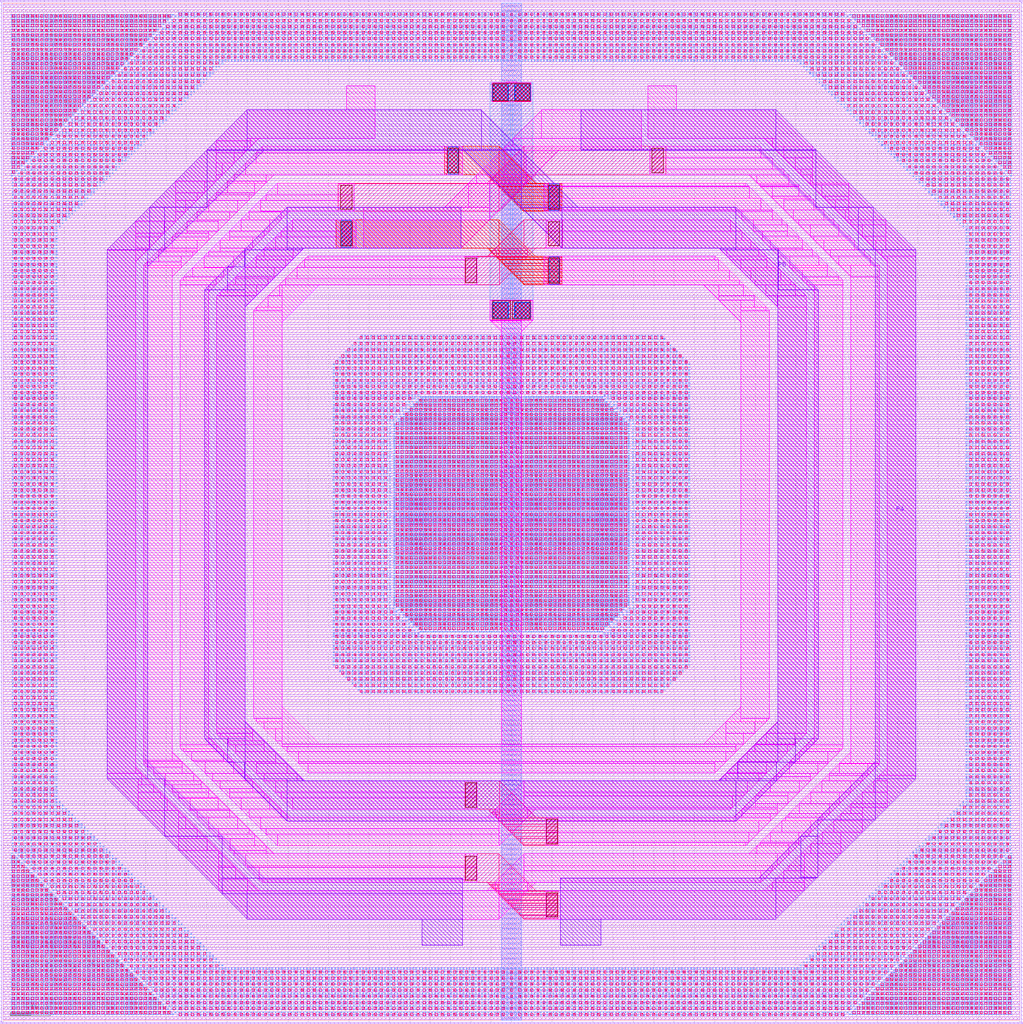
<source format=lef>
# Copyright 2020 The SkyWater PDK Authors
#
# Licensed under the Apache License, Version 2.0 (the "License");
# you may not use this file except in compliance with the License.
# You may obtain a copy of the License at
#
#     https://www.apache.org/licenses/LICENSE-2.0
#
# Unless required by applicable law or agreed to in writing, software
# distributed under the License is distributed on an "AS IS" BASIS,
# WITHOUT WARRANTIES OR CONDITIONS OF ANY KIND, either express or implied.
# See the License for the specific language governing permissions and
# limitations under the License.
#
# SPDX-License-Identifier: Apache-2.0

VERSION 5.7 ;
  NOWIREEXTENSIONATPIN ON ;
  DIVIDERCHAR "/" ;
  BUSBITCHARS "[]" ;
MACRO sky130_fd_pr__ind_02_04
  CLASS BLOCK ;
  FOREIGN sky130_fd_pr__ind_02_04 ;
  ORIGIN  125.0000  18.12500 ;
  SIZE  250.0000 BY  250.1000 ;
  PIN P3
    PORT
      LAYER met1 ;
        RECT -2.500000 -18.125000 2.500000 231.975000 ;
    END
  END P3
  PIN P4
    PORT
      LAYER met6 ;
        POLYGON 60.895000 195.820000 74.895000 195.820000 74.895000 181.820000 ;
        POLYGON 65.040000  16.820000 75.040000  16.820000 65.040000   6.820000 ;
        POLYGON 65.040000 205.820000 74.895000 195.965000 65.040000 195.965000 ;
        POLYGON 71.210000  27.135000 71.210000  16.820000 60.895000  16.820000 ;
        POLYGON 74.895000 181.820000 85.355000 181.820000 85.355000 171.360000 ;
        POLYGON 74.895000 195.965000 89.040000 181.820000 74.895000 181.820000 ;
        POLYGON 75.040000  17.135000 75.355000  17.135000 75.040000  16.820000 ;
        POLYGON 75.355000  31.280000 75.355000  27.135000 71.210000  27.135000 ;
        POLYGON 75.355000  31.280000 89.500000  31.280000 75.355000  17.135000 ;
        POLYGON 85.355000 171.360000 89.500000 171.360000 89.500000 167.215000 ;
        POLYGON 89.040000 181.820000 99.500000 171.360000 89.040000 171.360000 ;
        POLYGON 89.500000  41.280000 99.500000  41.280000 89.500000  31.280000 ;
        POLYGON 89.500000  45.425000 89.500000  31.280000 75.355000  31.280000 ;
        RECT 12.000000   0.400000 22.000000   6.820000 ;
        RECT 12.000000   6.820000 65.040000  16.820000 ;
        RECT 17.090000 195.820000 74.895000 195.965000 ;
        RECT 17.090000 195.965000 65.040000 205.820000 ;
        RECT 71.210000  16.820000 75.040000  17.135000 ;
        RECT 71.210000  17.135000 75.355000  27.135000 ;
        RECT 85.355000 171.360000 89.040000 181.820000 ;
        RECT 89.500000  41.280000 99.500000 171.360000 ;
    END
  END P4
  PIN P5
    PORT
      LAYER met6 ;
        POLYGON -99.500000  41.280000 -85.355000  41.280000 -85.355000  27.135000 ;
        POLYGON -89.500000  45.425000 -85.355000  41.280000 -89.500000  41.280000 ;
        POLYGON -89.500000 171.355000 -85.355000 171.355000 -89.500000 167.210000 ;
        POLYGON -89.035000 181.820000 -89.035000 171.355000 -99.500000 171.355000 ;
        POLYGON -85.355000  27.135000 -71.210000  27.135000 -71.210000  12.990000 ;
        POLYGON -85.355000  41.280000 -71.210000  27.135000 -85.355000  27.135000 ;
        POLYGON -85.355000 181.820000 -74.890000 181.820000 -85.355000 171.355000 ;
        POLYGON -75.500000  51.125000 -69.800000  51.125000 -69.800000  45.425000 ;
        POLYGON -74.890000 195.820000 -60.890000 195.820000 -74.890000 181.820000 ;
        POLYGON -74.890000 195.965000 -74.890000 181.820000 -89.035000 181.820000 ;
        POLYGON -71.210000  12.990000 -65.040000  12.990000 -65.040000   6.820000 ;
        POLYGON -71.210000  27.135000 -60.895000  16.820000 -71.210000  16.820000 ;
        POLYGON -69.805000 167.210000 -69.805000 161.515000 -75.500000 161.515000 ;
        POLYGON -69.800000  45.425000 -65.655000  45.425000 -65.655000  41.280000 ;
        POLYGON -65.660000 171.355000 -65.660000 167.210000 -69.805000 167.210000 ;
        POLYGON -65.655000  41.280000 -55.195000  41.280000 -55.195000  30.820000 ;
        POLYGON -65.500000  55.270000 -51.510000  41.280000 -65.500000  41.280000 ;
        POLYGON -65.500000 171.355000 -51.515000 171.355000 -65.500000 157.370000 ;
        POLYGON -65.035000 205.820000 -65.035000 195.965000 -74.890000 195.965000 ;
        POLYGON -55.195000 181.820000 -55.195000 171.355000 -65.660000 171.355000 ;
        POLYGON -51.515000 171.820000 -51.050000 171.820000 -51.515000 171.355000 ;
        POLYGON -51.510000  41.280000 -51.050000  40.820000 -51.510000  40.820000 ;
        POLYGON -11.575000 195.820000   2.425000 195.820000   2.425000 181.820000 ;
        POLYGON  -7.430000 205.820000   2.425000 195.965000  -7.430000 195.965000 ;
        POLYGON   2.425000 181.820000  12.425000 181.820000  12.425000 171.820000 ;
        POLYGON   2.425000 195.965000  16.570000 181.820000   2.425000 181.820000 ;
        POLYGON  51.050000 171.820000  51.515000 171.820000  51.515000 171.355000 ;
        POLYGON  51.510000  41.280000  51.510000  40.820000  51.050000  40.820000 ;
        POLYGON  51.515000 171.355000  65.500000 171.355000  65.500000 157.370000 ;
        POLYGON  55.195000  40.820000  65.195000  40.820000  55.195000  30.820000 ;
        POLYGON  55.195000 181.820000  65.655000 171.360000  55.195000 171.360000 ;
        POLYGON  55.655000  45.425000  55.655000  41.280000  51.510000  41.280000 ;
        POLYGON  65.195000  45.425000  69.800000  45.425000  65.195000  40.820000 ;
        POLYGON  65.500000  55.270000  65.500000  45.425000  55.655000  45.425000 ;
        POLYGON  65.655000 171.360000  75.500000 161.515000  65.655000 161.515000 ;
        POLYGON  69.800000  51.125000  75.500000  51.125000  69.800000  45.425000 ;
        RECT -99.500000  41.280000 -89.500000 171.355000 ;
        RECT -89.035000 171.355000 -85.355000 181.820000 ;
        RECT -75.500000  51.125000 -65.500000 161.515000 ;
        RECT -74.890000 195.820000   2.425000 195.965000 ;
        RECT -71.210000  12.990000 -12.000000  16.820000 ;
        RECT -69.805000 161.515000 -65.500000 167.210000 ;
        RECT -69.800000  45.425000 -65.500000  51.125000 ;
        RECT -65.660000 167.210000 -65.500000 171.355000 ;
        RECT -65.655000  41.280000 -65.500000  45.425000 ;
        RECT -65.040000   6.820000 -12.000000  12.990000 ;
        RECT -65.035000 195.965000  -7.430000 205.820000 ;
        RECT -55.195000  30.820000  55.195000  40.820000 ;
        RECT -55.195000  40.820000 -51.510000  41.280000 ;
        RECT -55.195000 171.355000 -51.515000 171.820000 ;
        RECT -55.195000 171.820000 -12.410000 181.820000 ;
        RECT -22.000000   0.400000 -12.000000   6.820000 ;
        RECT  12.425000 171.820000  55.195000 181.820000 ;
        RECT  51.510000  40.820000  65.195000  41.280000 ;
        RECT  51.515000 171.355000  65.655000 171.360000 ;
        RECT  51.515000 171.360000  55.195000 171.820000 ;
        RECT  55.655000  41.280000  65.195000  45.425000 ;
        RECT  65.500000  45.425000  69.800000  51.125000 ;
        RECT  65.500000  51.125000  75.500000 161.515000 ;
        RECT  65.500000 161.515000  65.655000 171.355000 ;
    END
  END P5
  OBS
    LAYER li1 ;
      RECT -125.850000 -18.975000  125.850000 -18.575000 ;
      RECT -125.850000 -18.575000 -125.450000 232.425000 ;
      RECT -125.850000 232.425000  125.850000 232.825000 ;
      RECT -125.000000 -17.845000  125.000000 -17.185000 ;
      RECT -125.000000 -16.625000  125.000000 -15.965000 ;
      RECT -125.000000 -15.405000  125.000000 -14.745000 ;
      RECT -125.000000 -14.185000  125.000000 -13.525000 ;
      RECT -125.000000 -12.965000  125.000000 -12.305000 ;
      RECT -125.000000 -11.745000  125.000000 -11.085000 ;
      RECT -125.000000 -10.525000  125.000000  -9.865000 ;
      RECT -125.000000  -9.305000  125.000000  -8.645000 ;
      RECT -125.000000  -8.085000  125.000000  -7.425000 ;
      RECT -125.000000  -6.865000  125.000000  -6.205000 ;
      RECT -125.000000  -5.645000  125.000000  -4.985000 ;
      RECT -125.000000  -4.425000  125.000000  -3.765000 ;
      RECT -125.000000  -3.205000  125.000000  -2.545000 ;
      RECT -125.000000  -1.985000  125.000000  -1.325000 ;
      RECT -125.000000  -0.765000  125.000000  -0.105000 ;
      RECT -125.000000   0.455000  125.000000   1.115000 ;
      RECT -125.000000   1.675000  125.000000   2.335000 ;
      RECT -125.000000   2.895000  125.000000   3.555000 ;
      RECT -125.000000   4.115000  125.000000   4.775000 ;
      RECT -125.000000   5.335000  125.000000   5.995000 ;
      RECT -125.000000   6.555000  125.000000   7.215000 ;
      RECT -125.000000   7.775000  125.000000   8.435000 ;
      RECT -125.000000   8.995000  125.000000   9.655000 ;
      RECT -125.000000  10.215000  125.000000  10.875000 ;
      RECT -125.000000  11.435000  125.000000  12.095000 ;
      RECT -125.000000  12.655000  125.000000  13.315000 ;
      RECT -125.000000  13.875000  125.000000  14.535000 ;
      RECT -125.000000  15.095000  125.000000  15.755000 ;
      RECT -125.000000  16.315000  125.000000  16.975000 ;
      RECT -125.000000  17.535000  125.000000  18.195000 ;
      RECT -125.000000  18.755000  125.000000  19.415000 ;
      RECT -125.000000  19.975000  125.000000  20.635000 ;
      RECT -125.000000  21.195000  125.000000  21.855000 ;
      RECT -125.000000  22.415000  125.000000  23.075000 ;
      RECT -125.000000  23.635000  125.000000  24.295000 ;
      RECT -125.000000  24.855000  125.000000  25.515000 ;
      RECT -125.000000  26.075000  125.000000  26.735000 ;
      RECT -125.000000  27.295000  125.000000  27.955000 ;
      RECT -125.000000  28.515000  125.000000  29.175000 ;
      RECT -125.000000  29.735000  125.000000  30.395000 ;
      RECT -125.000000  30.955000  125.000000  31.615000 ;
      RECT -125.000000  32.175000  125.000000  32.835000 ;
      RECT -125.000000  33.395000  125.000000  34.055000 ;
      RECT -125.000000  34.615000  125.000000  35.275000 ;
      RECT -125.000000  35.835000  125.000000  36.495000 ;
      RECT -125.000000  37.055000  125.000000  37.715000 ;
      RECT -125.000000  38.275000  125.000000  38.935000 ;
      RECT -125.000000  39.495000  125.000000  40.155000 ;
      RECT -125.000000  40.715000  125.000000  41.375000 ;
      RECT -125.000000  41.935000  125.000000  42.595000 ;
      RECT -125.000000  43.155000  125.000000  43.815000 ;
      RECT -125.000000  44.375000  125.000000  45.035000 ;
      RECT -125.000000  45.595000  125.000000  46.255000 ;
      RECT -125.000000  46.815000  125.000000  47.475000 ;
      RECT -125.000000  48.035000  125.000000  48.695000 ;
      RECT -125.000000  49.255000  125.000000  49.915000 ;
      RECT -125.000000  50.475000  125.000000  51.135000 ;
      RECT -125.000000  51.695000  125.000000  52.355000 ;
      RECT -125.000000  52.915000  125.000000  53.575000 ;
      RECT -125.000000  54.135000  125.000000  54.795000 ;
      RECT -125.000000  55.355000  125.000000  56.015000 ;
      RECT -125.000000  56.575000  125.000000  57.235000 ;
      RECT -125.000000  57.795000  125.000000  58.455000 ;
      RECT -125.000000  59.015000  125.000000  59.675000 ;
      RECT -125.000000  60.235000  125.000000  60.895000 ;
      RECT -125.000000  61.455000  125.000000  62.115000 ;
      RECT -125.000000  62.675000  125.000000  63.335000 ;
      RECT -125.000000  63.895000  125.000000  64.555000 ;
      RECT -125.000000  65.115000  125.000000  65.775000 ;
      RECT -125.000000  66.335000  125.000000  66.995000 ;
      RECT -125.000000  67.555000  125.000000  68.215000 ;
      RECT -125.000000  68.775000  125.000000  69.435000 ;
      RECT -125.000000  69.995000  125.000000  70.655000 ;
      RECT -125.000000  71.215000  125.000000  71.875000 ;
      RECT -125.000000  72.435000  125.000000  73.095000 ;
      RECT -125.000000  73.655000  125.000000  74.315000 ;
      RECT -125.000000  74.875000  125.000000  75.535000 ;
      RECT -125.000000  76.095000  125.000000  76.755000 ;
      RECT -125.000000  77.315000  125.000000  77.975000 ;
      RECT -125.000000  78.535000  125.000000  79.195000 ;
      RECT -125.000000  79.755000  125.000000  80.415000 ;
      RECT -125.000000  80.975000  125.000000  81.635000 ;
      RECT -125.000000  82.195000  125.000000  82.855000 ;
      RECT -125.000000  83.415000  125.000000  84.075000 ;
      RECT -125.000000  84.635000  125.000000  85.295000 ;
      RECT -125.000000  85.855000  125.000000  86.515000 ;
      RECT -125.000000  87.075000  125.000000  87.735000 ;
      RECT -125.000000  88.295000  125.000000  88.955000 ;
      RECT -125.000000  89.515000  125.000000  90.175000 ;
      RECT -125.000000  90.735000  125.000000  91.395000 ;
      RECT -125.000000  91.955000  125.000000  92.615000 ;
      RECT -125.000000  93.175000  125.000000  93.835000 ;
      RECT -125.000000  94.395000  125.000000  95.055000 ;
      RECT -125.000000  95.615000  125.000000  96.275000 ;
      RECT -125.000000  96.835000  125.000000  97.495000 ;
      RECT -125.000000  98.055000  125.000000  98.715000 ;
      RECT -125.000000  99.275000  125.000000  99.935000 ;
      RECT -125.000000 100.495000  125.000000 101.155000 ;
      RECT -125.000000 101.715000  125.000000 102.375000 ;
      RECT -125.000000 102.935000  125.000000 103.595000 ;
      RECT -125.000000 104.155000  125.000000 104.815000 ;
      RECT -125.000000 105.375000  125.000000 106.035000 ;
      RECT -125.000000 106.595000  125.000000 107.255000 ;
      RECT -125.000000 107.815000  125.000000 108.475000 ;
      RECT -125.000000 109.035000  125.000000 109.695000 ;
      RECT -125.000000 110.255000  125.000000 110.915000 ;
      RECT -125.000000 111.475000  125.000000 112.135000 ;
      RECT -125.000000 112.695000  125.000000 113.355000 ;
      RECT -125.000000 113.915000  125.000000 114.575000 ;
      RECT -125.000000 115.135000  125.000000 115.795000 ;
      RECT -125.000000 116.355000  125.000000 117.015000 ;
      RECT -125.000000 117.575000  125.000000 118.235000 ;
      RECT -125.000000 118.795000  125.000000 119.455000 ;
      RECT -125.000000 120.015000  125.000000 120.675000 ;
      RECT -125.000000 121.235000  125.000000 121.895000 ;
      RECT -125.000000 122.455000  125.000000 123.115000 ;
      RECT -125.000000 123.675000  125.000000 124.335000 ;
      RECT -125.000000 124.895000  125.000000 125.555000 ;
      RECT -125.000000 126.115000  125.000000 126.775000 ;
      RECT -125.000000 127.335000  125.000000 127.995000 ;
      RECT -125.000000 128.555000  125.000000 129.215000 ;
      RECT -125.000000 129.775000  125.000000 130.435000 ;
      RECT -125.000000 130.995000  125.000000 131.655000 ;
      RECT -125.000000 132.215000  125.000000 132.875000 ;
      RECT -125.000000 133.435000  125.000000 134.095000 ;
      RECT -125.000000 134.655000  125.000000 135.315000 ;
      RECT -125.000000 135.875000  125.000000 136.535000 ;
      RECT -125.000000 137.095000  125.000000 137.755000 ;
      RECT -125.000000 138.315000  125.000000 138.975000 ;
      RECT -125.000000 139.535000  125.000000 140.195000 ;
      RECT -125.000000 140.755000  125.000000 141.415000 ;
      RECT -125.000000 141.975000  125.000000 142.635000 ;
      RECT -125.000000 143.195000  125.000000 143.855000 ;
      RECT -125.000000 144.415000  125.000000 145.075000 ;
      RECT -125.000000 145.635000  125.000000 146.295000 ;
      RECT -125.000000 146.855000  125.000000 147.515000 ;
      RECT -125.000000 148.075000  125.000000 148.735000 ;
      RECT -125.000000 149.295000  125.000000 149.955000 ;
      RECT -125.000000 150.515000  125.000000 151.175000 ;
      RECT -125.000000 151.735000  125.000000 152.395000 ;
      RECT -125.000000 152.955000  125.000000 153.615000 ;
      RECT -125.000000 154.175000  125.000000 154.835000 ;
      RECT -125.000000 155.395000  125.000000 156.055000 ;
      RECT -125.000000 156.615000  125.000000 157.275000 ;
      RECT -125.000000 157.835000  125.000000 158.495000 ;
      RECT -125.000000 159.055000  125.000000 159.715000 ;
      RECT -125.000000 160.275000  125.000000 160.935000 ;
      RECT -125.000000 161.495000  125.000000 162.155000 ;
      RECT -125.000000 162.715000  125.000000 163.375000 ;
      RECT -125.000000 163.935000  125.000000 164.595000 ;
      RECT -125.000000 165.155000  125.000000 165.815000 ;
      RECT -125.000000 166.375000  125.000000 167.035000 ;
      RECT -125.000000 167.595000  125.000000 168.255000 ;
      RECT -125.000000 168.815000  125.000000 169.475000 ;
      RECT -125.000000 170.035000  125.000000 170.695000 ;
      RECT -125.000000 171.255000  125.000000 171.915000 ;
      RECT -125.000000 172.475000  125.000000 173.135000 ;
      RECT -125.000000 173.695000  125.000000 174.355000 ;
      RECT -125.000000 174.915000  125.000000 175.575000 ;
      RECT -125.000000 176.135000  125.000000 176.795000 ;
      RECT -125.000000 177.355000  125.000000 178.015000 ;
      RECT -125.000000 178.575000  125.000000 179.235000 ;
      RECT -125.000000 179.795000  125.000000 180.455000 ;
      RECT -125.000000 181.015000  125.000000 181.675000 ;
      RECT -125.000000 182.235000  125.000000 182.895000 ;
      RECT -125.000000 183.455000  125.000000 184.115000 ;
      RECT -125.000000 184.675000  125.000000 185.335000 ;
      RECT -125.000000 185.895000  125.000000 186.555000 ;
      RECT -125.000000 187.115000  125.000000 187.775000 ;
      RECT -125.000000 188.335000  125.000000 188.995000 ;
      RECT -125.000000 189.555000  125.000000 190.215000 ;
      RECT -125.000000 190.775000  125.000000 191.435000 ;
      RECT -125.000000 191.995000  125.000000 192.655000 ;
      RECT -125.000000 193.215000  125.000000 193.875000 ;
      RECT -125.000000 194.435000  125.000000 195.095000 ;
      RECT -125.000000 195.655000  125.000000 196.315000 ;
      RECT -125.000000 196.875000  125.000000 197.535000 ;
      RECT -125.000000 198.095000  125.000000 198.755000 ;
      RECT -125.000000 199.315000  125.000000 199.975000 ;
      RECT -125.000000 200.535000  125.000000 201.195000 ;
      RECT -125.000000 201.755000  125.000000 202.415000 ;
      RECT -125.000000 202.975000  125.000000 203.635000 ;
      RECT -125.000000 204.195000  125.000000 204.855000 ;
      RECT -125.000000 205.415000  125.000000 206.075000 ;
      RECT -125.000000 206.635000  125.000000 207.295000 ;
      RECT -125.000000 207.855000  125.000000 208.515000 ;
      RECT -125.000000 209.075000  125.000000 209.735000 ;
      RECT -125.000000 210.295000  125.000000 210.955000 ;
      RECT -125.000000 211.515000  125.000000 212.175000 ;
      RECT -125.000000 212.735000  125.000000 213.395000 ;
      RECT -125.000000 213.955000  125.000000 214.615000 ;
      RECT -125.000000 215.175000  125.000000 215.835000 ;
      RECT -125.000000 216.395000  125.000000 217.055000 ;
      RECT -125.000000 217.615000  125.000000 218.275000 ;
      RECT -125.000000 218.835000  125.000000 219.495000 ;
      RECT -125.000000 220.055000  125.000000 220.715000 ;
      RECT -125.000000 221.275000  125.000000 221.935000 ;
      RECT -125.000000 222.495000  125.000000 223.155000 ;
      RECT -125.000000 223.715000  125.000000 224.375000 ;
      RECT -125.000000 224.935000  125.000000 225.595000 ;
      RECT -125.000000 226.155000  125.000000 226.815000 ;
      RECT -125.000000 227.375000  125.000000 228.035000 ;
      RECT -125.000000 228.595000  125.000000 229.255000 ;
      RECT -125.000000 229.815000  125.000000 230.475000 ;
      RECT -125.000000 231.035000  125.000000 231.695000 ;
      RECT   -2.500000 -18.125000    2.500000 -17.845000 ;
      RECT   -2.500000 -17.185000    2.500000 -16.625000 ;
      RECT   -2.500000 -15.965000    2.500000 -15.405000 ;
      RECT   -2.500000 -14.745000    2.500000 -14.185000 ;
      RECT   -2.500000 -13.525000    2.500000 -12.965000 ;
      RECT   -2.500000 -12.305000    2.500000 -11.745000 ;
      RECT   -2.500000 -11.085000    2.500000 -10.525000 ;
      RECT   -2.500000  -9.865000    2.500000  -9.305000 ;
      RECT   -2.500000  -8.645000    2.500000  -8.085000 ;
      RECT   -2.500000  -7.425000    2.500000  -6.865000 ;
      RECT   -2.500000  -6.205000    2.500000  -5.645000 ;
      RECT   -2.500000  -4.985000    2.500000  -4.425000 ;
      RECT   -2.500000  -3.765000    2.500000  -3.205000 ;
      RECT   -2.500000  -2.545000    2.500000  -1.985000 ;
      RECT   -2.500000  -1.325000    2.500000  -0.765000 ;
      RECT   -2.500000  -0.105000    2.500000   0.455000 ;
      RECT   -2.500000   1.115000    2.500000   1.675000 ;
      RECT   -2.500000   2.335000    2.500000   2.895000 ;
      RECT   -2.500000   3.555000    2.500000   4.115000 ;
      RECT   -2.500000   4.775000    2.500000   5.335000 ;
      RECT   -2.500000   5.995000    2.500000   6.555000 ;
      RECT   -2.500000   7.215000    2.500000   7.775000 ;
      RECT   -2.500000   8.435000    2.500000   8.995000 ;
      RECT   -2.500000   9.655000    2.500000  10.215000 ;
      RECT   -2.500000  10.875000    2.500000  11.435000 ;
      RECT   -2.500000  12.095000    2.500000  12.655000 ;
      RECT   -2.500000  13.315000    2.500000  13.875000 ;
      RECT   -2.500000  14.535000    2.500000  15.095000 ;
      RECT   -2.500000  15.755000    2.500000  16.315000 ;
      RECT   -2.500000  16.975000    2.500000  17.535000 ;
      RECT   -2.500000  18.195000    2.500000  18.755000 ;
      RECT   -2.500000  19.415000    2.500000  19.975000 ;
      RECT   -2.500000  20.635000    2.500000  21.195000 ;
      RECT   -2.500000  21.855000    2.500000  22.415000 ;
      RECT   -2.500000  23.075000    2.500000  23.635000 ;
      RECT   -2.500000  24.295000    2.500000  24.855000 ;
      RECT   -2.500000  25.515000    2.500000  26.075000 ;
      RECT   -2.500000  26.735000    2.500000  27.295000 ;
      RECT   -2.500000  27.955000    2.500000  28.515000 ;
      RECT   -2.500000  29.175000    2.500000  29.735000 ;
      RECT   -2.500000  30.395000    2.500000  30.955000 ;
      RECT   -2.500000  31.615000    2.500000  32.175000 ;
      RECT   -2.500000  32.835000    2.500000  33.395000 ;
      RECT   -2.500000  34.055000    2.500000  34.615000 ;
      RECT   -2.500000  35.275000    2.500000  35.835000 ;
      RECT   -2.500000  36.495000    2.500000  37.055000 ;
      RECT   -2.500000  37.715000    2.500000  38.275000 ;
      RECT   -2.500000  38.935000    2.500000  39.495000 ;
      RECT   -2.500000  40.155000    2.500000  40.715000 ;
      RECT   -2.500000  41.375000    2.500000  41.935000 ;
      RECT   -2.500000  42.595000    2.500000  43.155000 ;
      RECT   -2.500000  43.815000    2.500000  44.375000 ;
      RECT   -2.500000  45.035000    2.500000  45.595000 ;
      RECT   -2.500000  46.255000    2.500000  46.815000 ;
      RECT   -2.500000  47.475000    2.500000  48.035000 ;
      RECT   -2.500000  48.695000    2.500000  49.255000 ;
      RECT   -2.500000  49.915000    2.500000  50.475000 ;
      RECT   -2.500000  51.135000    2.500000  51.695000 ;
      RECT   -2.500000  52.355000    2.500000  52.915000 ;
      RECT   -2.500000  53.575000    2.500000  54.135000 ;
      RECT   -2.500000  54.795000    2.500000  55.355000 ;
      RECT   -2.500000  56.015000    2.500000  56.575000 ;
      RECT   -2.500000  57.235000    2.500000  57.795000 ;
      RECT   -2.500000  58.455000    2.500000  59.015000 ;
      RECT   -2.500000  59.675000    2.500000  60.235000 ;
      RECT   -2.500000  60.895000    2.500000  61.455000 ;
      RECT   -2.500000  62.115000    2.500000  62.675000 ;
      RECT   -2.500000  63.335000    2.500000  63.895000 ;
      RECT   -2.500000  64.555000    2.500000  65.115000 ;
      RECT   -2.500000  65.775000    2.500000  66.335000 ;
      RECT   -2.500000  66.995000    2.500000  67.555000 ;
      RECT   -2.500000  68.215000    2.500000  68.775000 ;
      RECT   -2.500000  69.435000    2.500000  69.995000 ;
      RECT   -2.500000  70.655000    2.500000  71.215000 ;
      RECT   -2.500000  71.875000    2.500000  72.435000 ;
      RECT   -2.500000  73.095000    2.500000  73.655000 ;
      RECT   -2.500000  74.315000    2.500000  74.875000 ;
      RECT   -2.500000  75.535000    2.500000  76.095000 ;
      RECT   -2.500000  76.755000    2.500000  77.315000 ;
      RECT   -2.500000  77.975000    2.500000  78.535000 ;
      RECT   -2.500000  79.195000    2.500000  79.755000 ;
      RECT   -2.500000  80.415000    2.500000  80.975000 ;
      RECT   -2.500000  81.635000    2.500000  82.195000 ;
      RECT   -2.500000  82.855000    2.500000  83.415000 ;
      RECT   -2.500000  84.075000    2.500000  84.635000 ;
      RECT   -2.500000  85.295000    2.500000  85.855000 ;
      RECT   -2.500000  86.515000    2.500000  87.075000 ;
      RECT   -2.500000  87.735000    2.500000  88.295000 ;
      RECT   -2.500000  88.955000    2.500000  89.515000 ;
      RECT   -2.500000  90.175000    2.500000  90.735000 ;
      RECT   -2.500000  91.395000    2.500000  91.955000 ;
      RECT   -2.500000  92.615000    2.500000  93.175000 ;
      RECT   -2.500000  93.835000    2.500000  94.395000 ;
      RECT   -2.500000  95.055000    2.500000  95.615000 ;
      RECT   -2.500000  96.275000    2.500000  96.835000 ;
      RECT   -2.500000  97.495000    2.500000  98.055000 ;
      RECT   -2.500000  98.715000    2.500000  99.275000 ;
      RECT   -2.500000  99.935000    2.500000 100.495000 ;
      RECT   -2.500000 101.155000    2.500000 101.715000 ;
      RECT   -2.500000 102.375000    2.500000 102.935000 ;
      RECT   -2.500000 103.595000    2.500000 104.155000 ;
      RECT   -2.500000 104.815000    2.500000 105.375000 ;
      RECT   -2.500000 106.035000    2.500000 106.595000 ;
      RECT   -2.500000 107.255000    2.500000 107.815000 ;
      RECT   -2.500000 108.475000    2.500000 109.035000 ;
      RECT   -2.500000 109.695000    2.500000 110.255000 ;
      RECT   -2.500000 110.915000    2.500000 111.475000 ;
      RECT   -2.500000 112.135000    2.500000 112.695000 ;
      RECT   -2.500000 113.355000    2.500000 113.915000 ;
      RECT   -2.500000 114.575000    2.500000 115.135000 ;
      RECT   -2.500000 115.795000    2.500000 116.355000 ;
      RECT   -2.500000 117.015000    2.500000 117.575000 ;
      RECT   -2.500000 118.235000    2.500000 118.795000 ;
      RECT   -2.500000 119.455000    2.500000 120.015000 ;
      RECT   -2.500000 120.675000    2.500000 121.235000 ;
      RECT   -2.500000 121.895000    2.500000 122.455000 ;
      RECT   -2.500000 123.115000    2.500000 123.675000 ;
      RECT   -2.500000 124.335000    2.500000 124.895000 ;
      RECT   -2.500000 125.555000    2.500000 126.115000 ;
      RECT   -2.500000 126.775000    2.500000 127.335000 ;
      RECT   -2.500000 127.995000    2.500000 128.555000 ;
      RECT   -2.500000 129.215000    2.500000 129.775000 ;
      RECT   -2.500000 130.435000    2.500000 130.995000 ;
      RECT   -2.500000 131.655000    2.500000 132.215000 ;
      RECT   -2.500000 132.875000    2.500000 133.435000 ;
      RECT   -2.500000 134.095000    2.500000 134.655000 ;
      RECT   -2.500000 135.315000    2.500000 135.875000 ;
      RECT   -2.500000 136.535000    2.500000 137.095000 ;
      RECT   -2.500000 137.755000    2.500000 138.315000 ;
      RECT   -2.500000 138.975000    2.500000 139.535000 ;
      RECT   -2.500000 140.195000    2.500000 140.755000 ;
      RECT   -2.500000 141.415000    2.500000 141.975000 ;
      RECT   -2.500000 142.635000    2.500000 143.195000 ;
      RECT   -2.500000 143.855000    2.500000 144.415000 ;
      RECT   -2.500000 145.075000    2.500000 145.635000 ;
      RECT   -2.500000 146.295000    2.500000 146.855000 ;
      RECT   -2.500000 147.515000    2.500000 148.075000 ;
      RECT   -2.500000 148.735000    2.500000 149.295000 ;
      RECT   -2.500000 149.955000    2.500000 150.515000 ;
      RECT   -2.500000 151.175000    2.500000 151.735000 ;
      RECT   -2.500000 152.395000    2.500000 152.955000 ;
      RECT   -2.500000 153.615000    2.500000 154.175000 ;
      RECT   -2.500000 154.835000    2.500000 155.395000 ;
      RECT   -2.500000 156.055000    2.500000 156.615000 ;
      RECT   -2.500000 157.275000    2.500000 157.835000 ;
      RECT   -2.500000 158.495000    2.500000 159.055000 ;
      RECT   -2.500000 159.715000    2.500000 160.275000 ;
      RECT   -2.500000 160.935000    2.500000 161.495000 ;
      RECT   -2.500000 162.155000    2.500000 162.715000 ;
      RECT   -2.500000 163.375000    2.500000 163.935000 ;
      RECT   -2.500000 164.595000    2.500000 165.155000 ;
      RECT   -2.500000 165.815000    2.500000 166.375000 ;
      RECT   -2.500000 167.035000    2.500000 167.595000 ;
      RECT   -2.500000 168.255000    2.500000 168.815000 ;
      RECT   -2.500000 169.475000    2.500000 170.035000 ;
      RECT   -2.500000 170.695000    2.500000 171.255000 ;
      RECT   -2.500000 171.915000    2.500000 172.475000 ;
      RECT   -2.500000 173.135000    2.500000 173.695000 ;
      RECT   -2.500000 174.355000    2.500000 174.915000 ;
      RECT   -2.500000 175.575000    2.500000 176.135000 ;
      RECT   -2.500000 176.795000    2.500000 177.355000 ;
      RECT   -2.500000 178.015000    2.500000 178.575000 ;
      RECT   -2.500000 179.235000    2.500000 179.795000 ;
      RECT   -2.500000 180.455000    2.500000 181.015000 ;
      RECT   -2.500000 181.675000    2.500000 182.235000 ;
      RECT   -2.500000 182.895000    2.500000 183.455000 ;
      RECT   -2.500000 184.115000    2.500000 184.675000 ;
      RECT   -2.500000 185.335000    2.500000 185.895000 ;
      RECT   -2.500000 186.555000    2.500000 187.115000 ;
      RECT   -2.500000 187.775000    2.500000 188.335000 ;
      RECT   -2.500000 188.995000    2.500000 189.555000 ;
      RECT   -2.500000 190.215000    2.500000 190.775000 ;
      RECT   -2.500000 191.435000    2.500000 191.995000 ;
      RECT   -2.500000 192.655000    2.500000 193.215000 ;
      RECT   -2.500000 193.875000    2.500000 194.435000 ;
      RECT   -2.500000 195.095000    2.500000 195.655000 ;
      RECT   -2.500000 196.315000    2.500000 196.875000 ;
      RECT   -2.500000 197.535000    2.500000 198.095000 ;
      RECT   -2.500000 198.755000    2.500000 199.315000 ;
      RECT   -2.500000 199.975000    2.500000 200.535000 ;
      RECT   -2.500000 201.195000    2.500000 201.755000 ;
      RECT   -2.500000 202.415000    2.500000 202.975000 ;
      RECT   -2.500000 203.635000    2.500000 204.195000 ;
      RECT   -2.500000 204.855000    2.500000 205.415000 ;
      RECT   -2.500000 206.075000    2.500000 206.635000 ;
      RECT   -2.500000 207.295000    2.500000 207.855000 ;
      RECT   -2.500000 208.515000    2.500000 209.075000 ;
      RECT   -2.500000 209.735000    2.500000 210.295000 ;
      RECT   -2.500000 210.955000    2.500000 211.515000 ;
      RECT   -2.500000 212.175000    2.500000 212.735000 ;
      RECT   -2.500000 213.395000    2.500000 213.955000 ;
      RECT   -2.500000 214.615000    2.500000 215.175000 ;
      RECT   -2.500000 215.835000    2.500000 216.395000 ;
      RECT   -2.500000 217.055000    2.500000 217.615000 ;
      RECT   -2.500000 218.275000    2.500000 218.835000 ;
      RECT   -2.500000 219.495000    2.500000 220.055000 ;
      RECT   -2.500000 220.715000    2.500000 221.275000 ;
      RECT   -2.500000 221.935000    2.500000 222.495000 ;
      RECT   -2.500000 223.155000    2.500000 223.715000 ;
      RECT   -2.500000 224.375000    2.500000 224.935000 ;
      RECT   -2.500000 225.595000    2.500000 226.155000 ;
      RECT   -2.500000 226.815000    2.500000 227.375000 ;
      RECT   -2.500000 228.035000    2.500000 228.595000 ;
      RECT   -2.500000 229.255000    2.500000 229.815000 ;
      RECT   -2.500000 230.475000    2.500000 231.035000 ;
      RECT   -2.500000 231.695000    2.500000 231.975000 ;
      RECT  125.450000 -18.575000  125.850000 232.425000 ;
    LAYER mcon ;
      RECT -2.245000 -17.600000 -2.075000 -17.430000 ;
      RECT -2.245000 -16.380000 -2.075000 -16.210000 ;
      RECT -2.245000 -15.160000 -2.075000 -14.990000 ;
      RECT -2.245000 -13.940000 -2.075000 -13.770000 ;
      RECT -2.245000 -12.720000 -2.075000 -12.550000 ;
      RECT -2.245000 -11.500000 -2.075000 -11.330000 ;
      RECT -2.245000 -10.280000 -2.075000 -10.110000 ;
      RECT -2.245000  -9.060000 -2.075000  -8.890000 ;
      RECT -2.245000  -7.840000 -2.075000  -7.670000 ;
      RECT -2.245000  -6.620000 -2.075000  -6.450000 ;
      RECT -2.245000  -5.400000 -2.075000  -5.230000 ;
      RECT -2.245000  -4.180000 -2.075000  -4.010000 ;
      RECT -2.245000  -2.960000 -2.075000  -2.790000 ;
      RECT -2.245000  -1.740000 -2.075000  -1.570000 ;
      RECT -2.245000  -0.520000 -2.075000  -0.350000 ;
      RECT -2.245000   0.700000 -2.075000   0.870000 ;
      RECT -2.245000   1.920000 -2.075000   2.090000 ;
      RECT -2.245000   3.140000 -2.075000   3.310000 ;
      RECT -2.245000   4.360000 -2.075000   4.530000 ;
      RECT -2.245000   5.580000 -2.075000   5.750000 ;
      RECT -2.245000   6.800000 -2.075000   6.970000 ;
      RECT -2.245000   8.020000 -2.075000   8.190000 ;
      RECT -2.245000   9.240000 -2.075000   9.410000 ;
      RECT -2.245000  10.460000 -2.075000  10.630000 ;
      RECT -2.245000  11.680000 -2.075000  11.850000 ;
      RECT -2.245000  12.900000 -2.075000  13.070000 ;
      RECT -2.245000  14.120000 -2.075000  14.290000 ;
      RECT -2.245000  15.340000 -2.075000  15.510000 ;
      RECT -2.245000  16.560000 -2.075000  16.730000 ;
      RECT -2.245000  17.780000 -2.075000  17.950000 ;
      RECT -2.245000  19.000000 -2.075000  19.170000 ;
      RECT -2.245000  20.220000 -2.075000  20.390000 ;
      RECT -2.245000  21.440000 -2.075000  21.610000 ;
      RECT -2.245000  22.660000 -2.075000  22.830000 ;
      RECT -2.245000  23.880000 -2.075000  24.050000 ;
      RECT -2.245000  25.100000 -2.075000  25.270000 ;
      RECT -2.245000  26.320000 -2.075000  26.490000 ;
      RECT -2.245000  27.540000 -2.075000  27.710000 ;
      RECT -2.245000  28.760000 -2.075000  28.930000 ;
      RECT -2.245000  29.980000 -2.075000  30.150000 ;
      RECT -2.245000  31.200000 -2.075000  31.370000 ;
      RECT -2.245000  32.420000 -2.075000  32.590000 ;
      RECT -2.245000  33.640000 -2.075000  33.810000 ;
      RECT -2.245000  34.860000 -2.075000  35.030000 ;
      RECT -2.245000  36.080000 -2.075000  36.250000 ;
      RECT -2.245000  37.300000 -2.075000  37.470000 ;
      RECT -2.245000  38.520000 -2.075000  38.690000 ;
      RECT -2.245000  39.740000 -2.075000  39.910000 ;
      RECT -2.245000  40.960000 -2.075000  41.130000 ;
      RECT -2.245000  42.180000 -2.075000  42.350000 ;
      RECT -2.245000  43.400000 -2.075000  43.570000 ;
      RECT -2.245000  44.620000 -2.075000  44.790000 ;
      RECT -2.245000  45.840000 -2.075000  46.010000 ;
      RECT -2.245000  47.060000 -2.075000  47.230000 ;
      RECT -2.245000  48.280000 -2.075000  48.450000 ;
      RECT -2.245000  49.500000 -2.075000  49.670000 ;
      RECT -2.245000  50.720000 -2.075000  50.890000 ;
      RECT -2.245000  51.940000 -2.075000  52.110000 ;
      RECT -2.245000  53.160000 -2.075000  53.330000 ;
      RECT -2.245000  54.380000 -2.075000  54.550000 ;
      RECT -2.245000  55.600000 -2.075000  55.770000 ;
      RECT -2.245000  56.820000 -2.075000  56.990000 ;
      RECT -2.245000  58.040000 -2.075000  58.210000 ;
      RECT -2.245000  59.260000 -2.075000  59.430000 ;
      RECT -2.245000  60.480000 -2.075000  60.650000 ;
      RECT -2.245000  61.700000 -2.075000  61.870000 ;
      RECT -2.245000  62.920000 -2.075000  63.090000 ;
      RECT -2.245000  64.140000 -2.075000  64.310000 ;
      RECT -2.245000  65.360000 -2.075000  65.530000 ;
      RECT -2.245000  66.580000 -2.075000  66.750000 ;
      RECT -2.245000  67.800000 -2.075000  67.970000 ;
      RECT -2.245000  69.020000 -2.075000  69.190000 ;
      RECT -2.245000  70.240000 -2.075000  70.410000 ;
      RECT -2.245000  71.460000 -2.075000  71.630000 ;
      RECT -2.245000  72.680000 -2.075000  72.850000 ;
      RECT -2.245000  73.900000 -2.075000  74.070000 ;
      RECT -2.245000  75.120000 -2.075000  75.290000 ;
      RECT -2.245000  76.340000 -2.075000  76.510000 ;
      RECT -2.245000  77.560000 -2.075000  77.730000 ;
      RECT -2.245000  78.780000 -2.075000  78.950000 ;
      RECT -2.245000  80.000000 -2.075000  80.170000 ;
      RECT -2.245000  81.220000 -2.075000  81.390000 ;
      RECT -2.245000  82.440000 -2.075000  82.610000 ;
      RECT -2.245000  83.660000 -2.075000  83.830000 ;
      RECT -2.245000  84.880000 -2.075000  85.050000 ;
      RECT -2.245000  86.100000 -2.075000  86.270000 ;
      RECT -2.245000  87.320000 -2.075000  87.490000 ;
      RECT -2.245000  88.540000 -2.075000  88.710000 ;
      RECT -2.245000  89.760000 -2.075000  89.930000 ;
      RECT -2.245000  90.980000 -2.075000  91.150000 ;
      RECT -2.245000  92.200000 -2.075000  92.370000 ;
      RECT -2.245000  93.420000 -2.075000  93.590000 ;
      RECT -2.245000  94.640000 -2.075000  94.810000 ;
      RECT -2.245000  95.860000 -2.075000  96.030000 ;
      RECT -2.245000  97.080000 -2.075000  97.250000 ;
      RECT -2.245000  98.300000 -2.075000  98.470000 ;
      RECT -2.245000  99.520000 -2.075000  99.690000 ;
      RECT -2.245000 100.740000 -2.075000 100.910000 ;
      RECT -2.245000 101.960000 -2.075000 102.130000 ;
      RECT -2.245000 103.180000 -2.075000 103.350000 ;
      RECT -2.245000 104.400000 -2.075000 104.570000 ;
      RECT -2.245000 105.620000 -2.075000 105.790000 ;
      RECT -2.245000 106.840000 -2.075000 107.010000 ;
      RECT -2.245000 108.060000 -2.075000 108.230000 ;
      RECT -2.245000 109.280000 -2.075000 109.450000 ;
      RECT -2.245000 110.500000 -2.075000 110.670000 ;
      RECT -2.245000 111.720000 -2.075000 111.890000 ;
      RECT -2.245000 112.940000 -2.075000 113.110000 ;
      RECT -2.245000 114.160000 -2.075000 114.330000 ;
      RECT -2.245000 115.380000 -2.075000 115.550000 ;
      RECT -2.245000 116.600000 -2.075000 116.770000 ;
      RECT -2.245000 117.820000 -2.075000 117.990000 ;
      RECT -2.245000 119.040000 -2.075000 119.210000 ;
      RECT -2.245000 120.260000 -2.075000 120.430000 ;
      RECT -2.245000 121.480000 -2.075000 121.650000 ;
      RECT -2.245000 122.700000 -2.075000 122.870000 ;
      RECT -2.245000 123.920000 -2.075000 124.090000 ;
      RECT -2.245000 125.140000 -2.075000 125.310000 ;
      RECT -2.245000 126.360000 -2.075000 126.530000 ;
      RECT -2.245000 127.580000 -2.075000 127.750000 ;
      RECT -2.245000 128.800000 -2.075000 128.970000 ;
      RECT -2.245000 130.020000 -2.075000 130.190000 ;
      RECT -2.245000 131.240000 -2.075000 131.410000 ;
      RECT -2.245000 132.460000 -2.075000 132.630000 ;
      RECT -2.245000 133.680000 -2.075000 133.850000 ;
      RECT -2.245000 134.900000 -2.075000 135.070000 ;
      RECT -2.245000 136.120000 -2.075000 136.290000 ;
      RECT -2.245000 137.340000 -2.075000 137.510000 ;
      RECT -2.245000 138.560000 -2.075000 138.730000 ;
      RECT -2.245000 139.780000 -2.075000 139.950000 ;
      RECT -2.245000 141.000000 -2.075000 141.170000 ;
      RECT -2.245000 142.220000 -2.075000 142.390000 ;
      RECT -2.245000 143.440000 -2.075000 143.610000 ;
      RECT -2.245000 144.660000 -2.075000 144.830000 ;
      RECT -2.245000 145.880000 -2.075000 146.050000 ;
      RECT -2.245000 147.100000 -2.075000 147.270000 ;
      RECT -2.245000 148.320000 -2.075000 148.490000 ;
      RECT -2.245000 149.540000 -2.075000 149.710000 ;
      RECT -2.245000 150.760000 -2.075000 150.930000 ;
      RECT -2.245000 151.980000 -2.075000 152.150000 ;
      RECT -2.245000 153.200000 -2.075000 153.370000 ;
      RECT -2.245000 154.420000 -2.075000 154.590000 ;
      RECT -2.245000 155.640000 -2.075000 155.810000 ;
      RECT -2.245000 156.860000 -2.075000 157.030000 ;
      RECT -2.245000 158.080000 -2.075000 158.250000 ;
      RECT -2.245000 159.300000 -2.075000 159.470000 ;
      RECT -2.245000 160.520000 -2.075000 160.690000 ;
      RECT -2.245000 161.740000 -2.075000 161.910000 ;
      RECT -2.245000 162.960000 -2.075000 163.130000 ;
      RECT -2.245000 164.180000 -2.075000 164.350000 ;
      RECT -2.245000 165.400000 -2.075000 165.570000 ;
      RECT -2.245000 166.620000 -2.075000 166.790000 ;
      RECT -2.245000 167.840000 -2.075000 168.010000 ;
      RECT -2.245000 169.060000 -2.075000 169.230000 ;
      RECT -2.245000 170.280000 -2.075000 170.450000 ;
      RECT -2.245000 171.500000 -2.075000 171.670000 ;
      RECT -2.245000 172.720000 -2.075000 172.890000 ;
      RECT -2.245000 173.940000 -2.075000 174.110000 ;
      RECT -2.245000 175.160000 -2.075000 175.330000 ;
      RECT -2.245000 176.380000 -2.075000 176.550000 ;
      RECT -2.245000 177.600000 -2.075000 177.770000 ;
      RECT -2.245000 178.820000 -2.075000 178.990000 ;
      RECT -2.245000 180.040000 -2.075000 180.210000 ;
      RECT -2.245000 181.260000 -2.075000 181.430000 ;
      RECT -2.245000 182.480000 -2.075000 182.650000 ;
      RECT -2.245000 183.700000 -2.075000 183.870000 ;
      RECT -2.245000 184.920000 -2.075000 185.090000 ;
      RECT -2.245000 186.140000 -2.075000 186.310000 ;
      RECT -2.245000 187.360000 -2.075000 187.530000 ;
      RECT -2.245000 188.580000 -2.075000 188.750000 ;
      RECT -2.245000 189.800000 -2.075000 189.970000 ;
      RECT -2.245000 191.020000 -2.075000 191.190000 ;
      RECT -2.245000 192.240000 -2.075000 192.410000 ;
      RECT -2.245000 193.460000 -2.075000 193.630000 ;
      RECT -2.245000 194.680000 -2.075000 194.850000 ;
      RECT -2.245000 195.900000 -2.075000 196.070000 ;
      RECT -2.245000 197.120000 -2.075000 197.290000 ;
      RECT -2.245000 198.340000 -2.075000 198.510000 ;
      RECT -2.245000 199.560000 -2.075000 199.730000 ;
      RECT -2.245000 200.780000 -2.075000 200.950000 ;
      RECT -2.245000 202.000000 -2.075000 202.170000 ;
      RECT -2.245000 203.220000 -2.075000 203.390000 ;
      RECT -2.245000 204.440000 -2.075000 204.610000 ;
      RECT -2.245000 205.660000 -2.075000 205.830000 ;
      RECT -2.245000 206.880000 -2.075000 207.050000 ;
      RECT -2.245000 208.100000 -2.075000 208.270000 ;
      RECT -2.245000 209.320000 -2.075000 209.490000 ;
      RECT -2.245000 210.540000 -2.075000 210.710000 ;
      RECT -2.245000 211.760000 -2.075000 211.930000 ;
      RECT -2.245000 212.980000 -2.075000 213.150000 ;
      RECT -2.245000 214.200000 -2.075000 214.370000 ;
      RECT -2.245000 215.420000 -2.075000 215.590000 ;
      RECT -2.245000 216.640000 -2.075000 216.810000 ;
      RECT -2.245000 217.860000 -2.075000 218.030000 ;
      RECT -2.245000 219.080000 -2.075000 219.250000 ;
      RECT -2.245000 220.300000 -2.075000 220.470000 ;
      RECT -2.245000 221.520000 -2.075000 221.690000 ;
      RECT -2.245000 222.740000 -2.075000 222.910000 ;
      RECT -2.245000 223.960000 -2.075000 224.130000 ;
      RECT -2.245000 225.180000 -2.075000 225.350000 ;
      RECT -2.245000 226.400000 -2.075000 226.570000 ;
      RECT -2.245000 227.620000 -2.075000 227.790000 ;
      RECT -2.245000 228.840000 -2.075000 229.010000 ;
      RECT -2.245000 230.060000 -2.075000 230.230000 ;
      RECT -2.245000 231.280000 -2.075000 231.450000 ;
      RECT -1.765000 -17.600000 -1.595000 -17.430000 ;
      RECT -1.765000 -16.380000 -1.595000 -16.210000 ;
      RECT -1.765000 -15.160000 -1.595000 -14.990000 ;
      RECT -1.765000 -13.940000 -1.595000 -13.770000 ;
      RECT -1.765000 -12.720000 -1.595000 -12.550000 ;
      RECT -1.765000 -11.500000 -1.595000 -11.330000 ;
      RECT -1.765000 -10.280000 -1.595000 -10.110000 ;
      RECT -1.765000  -9.060000 -1.595000  -8.890000 ;
      RECT -1.765000  -7.840000 -1.595000  -7.670000 ;
      RECT -1.765000  -6.620000 -1.595000  -6.450000 ;
      RECT -1.765000  -5.400000 -1.595000  -5.230000 ;
      RECT -1.765000  -4.180000 -1.595000  -4.010000 ;
      RECT -1.765000  -2.960000 -1.595000  -2.790000 ;
      RECT -1.765000  -1.740000 -1.595000  -1.570000 ;
      RECT -1.765000  -0.520000 -1.595000  -0.350000 ;
      RECT -1.765000   0.700000 -1.595000   0.870000 ;
      RECT -1.765000   1.920000 -1.595000   2.090000 ;
      RECT -1.765000   3.140000 -1.595000   3.310000 ;
      RECT -1.765000   4.360000 -1.595000   4.530000 ;
      RECT -1.765000   5.580000 -1.595000   5.750000 ;
      RECT -1.765000   6.800000 -1.595000   6.970000 ;
      RECT -1.765000   8.020000 -1.595000   8.190000 ;
      RECT -1.765000   9.240000 -1.595000   9.410000 ;
      RECT -1.765000  10.460000 -1.595000  10.630000 ;
      RECT -1.765000  11.680000 -1.595000  11.850000 ;
      RECT -1.765000  12.900000 -1.595000  13.070000 ;
      RECT -1.765000  14.120000 -1.595000  14.290000 ;
      RECT -1.765000  15.340000 -1.595000  15.510000 ;
      RECT -1.765000  16.560000 -1.595000  16.730000 ;
      RECT -1.765000  17.780000 -1.595000  17.950000 ;
      RECT -1.765000  19.000000 -1.595000  19.170000 ;
      RECT -1.765000  20.220000 -1.595000  20.390000 ;
      RECT -1.765000  21.440000 -1.595000  21.610000 ;
      RECT -1.765000  22.660000 -1.595000  22.830000 ;
      RECT -1.765000  23.880000 -1.595000  24.050000 ;
      RECT -1.765000  25.100000 -1.595000  25.270000 ;
      RECT -1.765000  26.320000 -1.595000  26.490000 ;
      RECT -1.765000  27.540000 -1.595000  27.710000 ;
      RECT -1.765000  28.760000 -1.595000  28.930000 ;
      RECT -1.765000  29.980000 -1.595000  30.150000 ;
      RECT -1.765000  31.200000 -1.595000  31.370000 ;
      RECT -1.765000  32.420000 -1.595000  32.590000 ;
      RECT -1.765000  33.640000 -1.595000  33.810000 ;
      RECT -1.765000  34.860000 -1.595000  35.030000 ;
      RECT -1.765000  36.080000 -1.595000  36.250000 ;
      RECT -1.765000  37.300000 -1.595000  37.470000 ;
      RECT -1.765000  38.520000 -1.595000  38.690000 ;
      RECT -1.765000  39.740000 -1.595000  39.910000 ;
      RECT -1.765000  40.960000 -1.595000  41.130000 ;
      RECT -1.765000  42.180000 -1.595000  42.350000 ;
      RECT -1.765000  43.400000 -1.595000  43.570000 ;
      RECT -1.765000  44.620000 -1.595000  44.790000 ;
      RECT -1.765000  45.840000 -1.595000  46.010000 ;
      RECT -1.765000  47.060000 -1.595000  47.230000 ;
      RECT -1.765000  48.280000 -1.595000  48.450000 ;
      RECT -1.765000  49.500000 -1.595000  49.670000 ;
      RECT -1.765000  50.720000 -1.595000  50.890000 ;
      RECT -1.765000  51.940000 -1.595000  52.110000 ;
      RECT -1.765000  53.160000 -1.595000  53.330000 ;
      RECT -1.765000  54.380000 -1.595000  54.550000 ;
      RECT -1.765000  55.600000 -1.595000  55.770000 ;
      RECT -1.765000  56.820000 -1.595000  56.990000 ;
      RECT -1.765000  58.040000 -1.595000  58.210000 ;
      RECT -1.765000  59.260000 -1.595000  59.430000 ;
      RECT -1.765000  60.480000 -1.595000  60.650000 ;
      RECT -1.765000  61.700000 -1.595000  61.870000 ;
      RECT -1.765000  62.920000 -1.595000  63.090000 ;
      RECT -1.765000  64.140000 -1.595000  64.310000 ;
      RECT -1.765000  65.360000 -1.595000  65.530000 ;
      RECT -1.765000  66.580000 -1.595000  66.750000 ;
      RECT -1.765000  67.800000 -1.595000  67.970000 ;
      RECT -1.765000  69.020000 -1.595000  69.190000 ;
      RECT -1.765000  70.240000 -1.595000  70.410000 ;
      RECT -1.765000  71.460000 -1.595000  71.630000 ;
      RECT -1.765000  72.680000 -1.595000  72.850000 ;
      RECT -1.765000  73.900000 -1.595000  74.070000 ;
      RECT -1.765000  75.120000 -1.595000  75.290000 ;
      RECT -1.765000  76.340000 -1.595000  76.510000 ;
      RECT -1.765000  77.560000 -1.595000  77.730000 ;
      RECT -1.765000  78.780000 -1.595000  78.950000 ;
      RECT -1.765000  80.000000 -1.595000  80.170000 ;
      RECT -1.765000  81.220000 -1.595000  81.390000 ;
      RECT -1.765000  82.440000 -1.595000  82.610000 ;
      RECT -1.765000  83.660000 -1.595000  83.830000 ;
      RECT -1.765000  84.880000 -1.595000  85.050000 ;
      RECT -1.765000  86.100000 -1.595000  86.270000 ;
      RECT -1.765000  87.320000 -1.595000  87.490000 ;
      RECT -1.765000  88.540000 -1.595000  88.710000 ;
      RECT -1.765000  89.760000 -1.595000  89.930000 ;
      RECT -1.765000  90.980000 -1.595000  91.150000 ;
      RECT -1.765000  92.200000 -1.595000  92.370000 ;
      RECT -1.765000  93.420000 -1.595000  93.590000 ;
      RECT -1.765000  94.640000 -1.595000  94.810000 ;
      RECT -1.765000  95.860000 -1.595000  96.030000 ;
      RECT -1.765000  97.080000 -1.595000  97.250000 ;
      RECT -1.765000  98.300000 -1.595000  98.470000 ;
      RECT -1.765000  99.520000 -1.595000  99.690000 ;
      RECT -1.765000 100.740000 -1.595000 100.910000 ;
      RECT -1.765000 101.960000 -1.595000 102.130000 ;
      RECT -1.765000 103.180000 -1.595000 103.350000 ;
      RECT -1.765000 104.400000 -1.595000 104.570000 ;
      RECT -1.765000 105.620000 -1.595000 105.790000 ;
      RECT -1.765000 106.840000 -1.595000 107.010000 ;
      RECT -1.765000 108.060000 -1.595000 108.230000 ;
      RECT -1.765000 109.280000 -1.595000 109.450000 ;
      RECT -1.765000 110.500000 -1.595000 110.670000 ;
      RECT -1.765000 111.720000 -1.595000 111.890000 ;
      RECT -1.765000 112.940000 -1.595000 113.110000 ;
      RECT -1.765000 114.160000 -1.595000 114.330000 ;
      RECT -1.765000 115.380000 -1.595000 115.550000 ;
      RECT -1.765000 116.600000 -1.595000 116.770000 ;
      RECT -1.765000 117.820000 -1.595000 117.990000 ;
      RECT -1.765000 119.040000 -1.595000 119.210000 ;
      RECT -1.765000 120.260000 -1.595000 120.430000 ;
      RECT -1.765000 121.480000 -1.595000 121.650000 ;
      RECT -1.765000 122.700000 -1.595000 122.870000 ;
      RECT -1.765000 123.920000 -1.595000 124.090000 ;
      RECT -1.765000 125.140000 -1.595000 125.310000 ;
      RECT -1.765000 126.360000 -1.595000 126.530000 ;
      RECT -1.765000 127.580000 -1.595000 127.750000 ;
      RECT -1.765000 128.800000 -1.595000 128.970000 ;
      RECT -1.765000 130.020000 -1.595000 130.190000 ;
      RECT -1.765000 131.240000 -1.595000 131.410000 ;
      RECT -1.765000 132.460000 -1.595000 132.630000 ;
      RECT -1.765000 133.680000 -1.595000 133.850000 ;
      RECT -1.765000 134.900000 -1.595000 135.070000 ;
      RECT -1.765000 136.120000 -1.595000 136.290000 ;
      RECT -1.765000 137.340000 -1.595000 137.510000 ;
      RECT -1.765000 138.560000 -1.595000 138.730000 ;
      RECT -1.765000 139.780000 -1.595000 139.950000 ;
      RECT -1.765000 141.000000 -1.595000 141.170000 ;
      RECT -1.765000 142.220000 -1.595000 142.390000 ;
      RECT -1.765000 143.440000 -1.595000 143.610000 ;
      RECT -1.765000 144.660000 -1.595000 144.830000 ;
      RECT -1.765000 145.880000 -1.595000 146.050000 ;
      RECT -1.765000 147.100000 -1.595000 147.270000 ;
      RECT -1.765000 148.320000 -1.595000 148.490000 ;
      RECT -1.765000 149.540000 -1.595000 149.710000 ;
      RECT -1.765000 150.760000 -1.595000 150.930000 ;
      RECT -1.765000 151.980000 -1.595000 152.150000 ;
      RECT -1.765000 153.200000 -1.595000 153.370000 ;
      RECT -1.765000 154.420000 -1.595000 154.590000 ;
      RECT -1.765000 155.640000 -1.595000 155.810000 ;
      RECT -1.765000 156.860000 -1.595000 157.030000 ;
      RECT -1.765000 158.080000 -1.595000 158.250000 ;
      RECT -1.765000 159.300000 -1.595000 159.470000 ;
      RECT -1.765000 160.520000 -1.595000 160.690000 ;
      RECT -1.765000 161.740000 -1.595000 161.910000 ;
      RECT -1.765000 162.960000 -1.595000 163.130000 ;
      RECT -1.765000 164.180000 -1.595000 164.350000 ;
      RECT -1.765000 165.400000 -1.595000 165.570000 ;
      RECT -1.765000 166.620000 -1.595000 166.790000 ;
      RECT -1.765000 167.840000 -1.595000 168.010000 ;
      RECT -1.765000 169.060000 -1.595000 169.230000 ;
      RECT -1.765000 170.280000 -1.595000 170.450000 ;
      RECT -1.765000 171.500000 -1.595000 171.670000 ;
      RECT -1.765000 172.720000 -1.595000 172.890000 ;
      RECT -1.765000 173.940000 -1.595000 174.110000 ;
      RECT -1.765000 175.160000 -1.595000 175.330000 ;
      RECT -1.765000 176.380000 -1.595000 176.550000 ;
      RECT -1.765000 177.600000 -1.595000 177.770000 ;
      RECT -1.765000 178.820000 -1.595000 178.990000 ;
      RECT -1.765000 180.040000 -1.595000 180.210000 ;
      RECT -1.765000 181.260000 -1.595000 181.430000 ;
      RECT -1.765000 182.480000 -1.595000 182.650000 ;
      RECT -1.765000 183.700000 -1.595000 183.870000 ;
      RECT -1.765000 184.920000 -1.595000 185.090000 ;
      RECT -1.765000 186.140000 -1.595000 186.310000 ;
      RECT -1.765000 187.360000 -1.595000 187.530000 ;
      RECT -1.765000 188.580000 -1.595000 188.750000 ;
      RECT -1.765000 189.800000 -1.595000 189.970000 ;
      RECT -1.765000 191.020000 -1.595000 191.190000 ;
      RECT -1.765000 192.240000 -1.595000 192.410000 ;
      RECT -1.765000 193.460000 -1.595000 193.630000 ;
      RECT -1.765000 194.680000 -1.595000 194.850000 ;
      RECT -1.765000 195.900000 -1.595000 196.070000 ;
      RECT -1.765000 197.120000 -1.595000 197.290000 ;
      RECT -1.765000 198.340000 -1.595000 198.510000 ;
      RECT -1.765000 199.560000 -1.595000 199.730000 ;
      RECT -1.765000 200.780000 -1.595000 200.950000 ;
      RECT -1.765000 202.000000 -1.595000 202.170000 ;
      RECT -1.765000 203.220000 -1.595000 203.390000 ;
      RECT -1.765000 204.440000 -1.595000 204.610000 ;
      RECT -1.765000 205.660000 -1.595000 205.830000 ;
      RECT -1.765000 206.880000 -1.595000 207.050000 ;
      RECT -1.765000 208.100000 -1.595000 208.270000 ;
      RECT -1.765000 209.320000 -1.595000 209.490000 ;
      RECT -1.765000 210.540000 -1.595000 210.710000 ;
      RECT -1.765000 211.760000 -1.595000 211.930000 ;
      RECT -1.765000 212.980000 -1.595000 213.150000 ;
      RECT -1.765000 214.200000 -1.595000 214.370000 ;
      RECT -1.765000 215.420000 -1.595000 215.590000 ;
      RECT -1.765000 216.640000 -1.595000 216.810000 ;
      RECT -1.765000 217.860000 -1.595000 218.030000 ;
      RECT -1.765000 219.080000 -1.595000 219.250000 ;
      RECT -1.765000 220.300000 -1.595000 220.470000 ;
      RECT -1.765000 221.520000 -1.595000 221.690000 ;
      RECT -1.765000 222.740000 -1.595000 222.910000 ;
      RECT -1.765000 223.960000 -1.595000 224.130000 ;
      RECT -1.765000 225.180000 -1.595000 225.350000 ;
      RECT -1.765000 226.400000 -1.595000 226.570000 ;
      RECT -1.765000 227.620000 -1.595000 227.790000 ;
      RECT -1.765000 228.840000 -1.595000 229.010000 ;
      RECT -1.765000 230.060000 -1.595000 230.230000 ;
      RECT -1.765000 231.280000 -1.595000 231.450000 ;
      RECT -1.285000 -17.600000 -1.115000 -17.430000 ;
      RECT -1.285000 -16.380000 -1.115000 -16.210000 ;
      RECT -1.285000 -15.160000 -1.115000 -14.990000 ;
      RECT -1.285000 -13.940000 -1.115000 -13.770000 ;
      RECT -1.285000 -12.720000 -1.115000 -12.550000 ;
      RECT -1.285000 -11.500000 -1.115000 -11.330000 ;
      RECT -1.285000 -10.280000 -1.115000 -10.110000 ;
      RECT -1.285000  -9.060000 -1.115000  -8.890000 ;
      RECT -1.285000  -7.840000 -1.115000  -7.670000 ;
      RECT -1.285000  -6.620000 -1.115000  -6.450000 ;
      RECT -1.285000  -5.400000 -1.115000  -5.230000 ;
      RECT -1.285000  -4.180000 -1.115000  -4.010000 ;
      RECT -1.285000  -2.960000 -1.115000  -2.790000 ;
      RECT -1.285000  -1.740000 -1.115000  -1.570000 ;
      RECT -1.285000  -0.520000 -1.115000  -0.350000 ;
      RECT -1.285000   0.700000 -1.115000   0.870000 ;
      RECT -1.285000   1.920000 -1.115000   2.090000 ;
      RECT -1.285000   3.140000 -1.115000   3.310000 ;
      RECT -1.285000   4.360000 -1.115000   4.530000 ;
      RECT -1.285000   5.580000 -1.115000   5.750000 ;
      RECT -1.285000   6.800000 -1.115000   6.970000 ;
      RECT -1.285000   8.020000 -1.115000   8.190000 ;
      RECT -1.285000   9.240000 -1.115000   9.410000 ;
      RECT -1.285000  10.460000 -1.115000  10.630000 ;
      RECT -1.285000  11.680000 -1.115000  11.850000 ;
      RECT -1.285000  12.900000 -1.115000  13.070000 ;
      RECT -1.285000  14.120000 -1.115000  14.290000 ;
      RECT -1.285000  15.340000 -1.115000  15.510000 ;
      RECT -1.285000  16.560000 -1.115000  16.730000 ;
      RECT -1.285000  17.780000 -1.115000  17.950000 ;
      RECT -1.285000  19.000000 -1.115000  19.170000 ;
      RECT -1.285000  20.220000 -1.115000  20.390000 ;
      RECT -1.285000  21.440000 -1.115000  21.610000 ;
      RECT -1.285000  22.660000 -1.115000  22.830000 ;
      RECT -1.285000  23.880000 -1.115000  24.050000 ;
      RECT -1.285000  25.100000 -1.115000  25.270000 ;
      RECT -1.285000  26.320000 -1.115000  26.490000 ;
      RECT -1.285000  27.540000 -1.115000  27.710000 ;
      RECT -1.285000  28.760000 -1.115000  28.930000 ;
      RECT -1.285000  29.980000 -1.115000  30.150000 ;
      RECT -1.285000  31.200000 -1.115000  31.370000 ;
      RECT -1.285000  32.420000 -1.115000  32.590000 ;
      RECT -1.285000  33.640000 -1.115000  33.810000 ;
      RECT -1.285000  34.860000 -1.115000  35.030000 ;
      RECT -1.285000  36.080000 -1.115000  36.250000 ;
      RECT -1.285000  37.300000 -1.115000  37.470000 ;
      RECT -1.285000  38.520000 -1.115000  38.690000 ;
      RECT -1.285000  39.740000 -1.115000  39.910000 ;
      RECT -1.285000  40.960000 -1.115000  41.130000 ;
      RECT -1.285000  42.180000 -1.115000  42.350000 ;
      RECT -1.285000  43.400000 -1.115000  43.570000 ;
      RECT -1.285000  44.620000 -1.115000  44.790000 ;
      RECT -1.285000  45.840000 -1.115000  46.010000 ;
      RECT -1.285000  47.060000 -1.115000  47.230000 ;
      RECT -1.285000  48.280000 -1.115000  48.450000 ;
      RECT -1.285000  49.500000 -1.115000  49.670000 ;
      RECT -1.285000  50.720000 -1.115000  50.890000 ;
      RECT -1.285000  51.940000 -1.115000  52.110000 ;
      RECT -1.285000  53.160000 -1.115000  53.330000 ;
      RECT -1.285000  54.380000 -1.115000  54.550000 ;
      RECT -1.285000  55.600000 -1.115000  55.770000 ;
      RECT -1.285000  56.820000 -1.115000  56.990000 ;
      RECT -1.285000  58.040000 -1.115000  58.210000 ;
      RECT -1.285000  59.260000 -1.115000  59.430000 ;
      RECT -1.285000  60.480000 -1.115000  60.650000 ;
      RECT -1.285000  61.700000 -1.115000  61.870000 ;
      RECT -1.285000  62.920000 -1.115000  63.090000 ;
      RECT -1.285000  64.140000 -1.115000  64.310000 ;
      RECT -1.285000  65.360000 -1.115000  65.530000 ;
      RECT -1.285000  66.580000 -1.115000  66.750000 ;
      RECT -1.285000  67.800000 -1.115000  67.970000 ;
      RECT -1.285000  69.020000 -1.115000  69.190000 ;
      RECT -1.285000  70.240000 -1.115000  70.410000 ;
      RECT -1.285000  71.460000 -1.115000  71.630000 ;
      RECT -1.285000  72.680000 -1.115000  72.850000 ;
      RECT -1.285000  73.900000 -1.115000  74.070000 ;
      RECT -1.285000  75.120000 -1.115000  75.290000 ;
      RECT -1.285000  76.340000 -1.115000  76.510000 ;
      RECT -1.285000  77.560000 -1.115000  77.730000 ;
      RECT -1.285000  78.780000 -1.115000  78.950000 ;
      RECT -1.285000  80.000000 -1.115000  80.170000 ;
      RECT -1.285000  81.220000 -1.115000  81.390000 ;
      RECT -1.285000  82.440000 -1.115000  82.610000 ;
      RECT -1.285000  83.660000 -1.115000  83.830000 ;
      RECT -1.285000  84.880000 -1.115000  85.050000 ;
      RECT -1.285000  86.100000 -1.115000  86.270000 ;
      RECT -1.285000  87.320000 -1.115000  87.490000 ;
      RECT -1.285000  88.540000 -1.115000  88.710000 ;
      RECT -1.285000  89.760000 -1.115000  89.930000 ;
      RECT -1.285000  90.980000 -1.115000  91.150000 ;
      RECT -1.285000  92.200000 -1.115000  92.370000 ;
      RECT -1.285000  93.420000 -1.115000  93.590000 ;
      RECT -1.285000  94.640000 -1.115000  94.810000 ;
      RECT -1.285000  95.860000 -1.115000  96.030000 ;
      RECT -1.285000  97.080000 -1.115000  97.250000 ;
      RECT -1.285000  98.300000 -1.115000  98.470000 ;
      RECT -1.285000  99.520000 -1.115000  99.690000 ;
      RECT -1.285000 100.740000 -1.115000 100.910000 ;
      RECT -1.285000 101.960000 -1.115000 102.130000 ;
      RECT -1.285000 103.180000 -1.115000 103.350000 ;
      RECT -1.285000 104.400000 -1.115000 104.570000 ;
      RECT -1.285000 105.620000 -1.115000 105.790000 ;
      RECT -1.285000 106.840000 -1.115000 107.010000 ;
      RECT -1.285000 108.060000 -1.115000 108.230000 ;
      RECT -1.285000 109.280000 -1.115000 109.450000 ;
      RECT -1.285000 110.500000 -1.115000 110.670000 ;
      RECT -1.285000 111.720000 -1.115000 111.890000 ;
      RECT -1.285000 112.940000 -1.115000 113.110000 ;
      RECT -1.285000 114.160000 -1.115000 114.330000 ;
      RECT -1.285000 115.380000 -1.115000 115.550000 ;
      RECT -1.285000 116.600000 -1.115000 116.770000 ;
      RECT -1.285000 117.820000 -1.115000 117.990000 ;
      RECT -1.285000 119.040000 -1.115000 119.210000 ;
      RECT -1.285000 120.260000 -1.115000 120.430000 ;
      RECT -1.285000 121.480000 -1.115000 121.650000 ;
      RECT -1.285000 122.700000 -1.115000 122.870000 ;
      RECT -1.285000 123.920000 -1.115000 124.090000 ;
      RECT -1.285000 125.140000 -1.115000 125.310000 ;
      RECT -1.285000 126.360000 -1.115000 126.530000 ;
      RECT -1.285000 127.580000 -1.115000 127.750000 ;
      RECT -1.285000 128.800000 -1.115000 128.970000 ;
      RECT -1.285000 130.020000 -1.115000 130.190000 ;
      RECT -1.285000 131.240000 -1.115000 131.410000 ;
      RECT -1.285000 132.460000 -1.115000 132.630000 ;
      RECT -1.285000 133.680000 -1.115000 133.850000 ;
      RECT -1.285000 134.900000 -1.115000 135.070000 ;
      RECT -1.285000 136.120000 -1.115000 136.290000 ;
      RECT -1.285000 137.340000 -1.115000 137.510000 ;
      RECT -1.285000 138.560000 -1.115000 138.730000 ;
      RECT -1.285000 139.780000 -1.115000 139.950000 ;
      RECT -1.285000 141.000000 -1.115000 141.170000 ;
      RECT -1.285000 142.220000 -1.115000 142.390000 ;
      RECT -1.285000 143.440000 -1.115000 143.610000 ;
      RECT -1.285000 144.660000 -1.115000 144.830000 ;
      RECT -1.285000 145.880000 -1.115000 146.050000 ;
      RECT -1.285000 147.100000 -1.115000 147.270000 ;
      RECT -1.285000 148.320000 -1.115000 148.490000 ;
      RECT -1.285000 149.540000 -1.115000 149.710000 ;
      RECT -1.285000 150.760000 -1.115000 150.930000 ;
      RECT -1.285000 151.980000 -1.115000 152.150000 ;
      RECT -1.285000 153.200000 -1.115000 153.370000 ;
      RECT -1.285000 154.420000 -1.115000 154.590000 ;
      RECT -1.285000 155.640000 -1.115000 155.810000 ;
      RECT -1.285000 156.860000 -1.115000 157.030000 ;
      RECT -1.285000 158.080000 -1.115000 158.250000 ;
      RECT -1.285000 159.300000 -1.115000 159.470000 ;
      RECT -1.285000 160.520000 -1.115000 160.690000 ;
      RECT -1.285000 161.740000 -1.115000 161.910000 ;
      RECT -1.285000 162.960000 -1.115000 163.130000 ;
      RECT -1.285000 164.180000 -1.115000 164.350000 ;
      RECT -1.285000 165.400000 -1.115000 165.570000 ;
      RECT -1.285000 166.620000 -1.115000 166.790000 ;
      RECT -1.285000 167.840000 -1.115000 168.010000 ;
      RECT -1.285000 169.060000 -1.115000 169.230000 ;
      RECT -1.285000 170.280000 -1.115000 170.450000 ;
      RECT -1.285000 171.500000 -1.115000 171.670000 ;
      RECT -1.285000 172.720000 -1.115000 172.890000 ;
      RECT -1.285000 173.940000 -1.115000 174.110000 ;
      RECT -1.285000 175.160000 -1.115000 175.330000 ;
      RECT -1.285000 176.380000 -1.115000 176.550000 ;
      RECT -1.285000 177.600000 -1.115000 177.770000 ;
      RECT -1.285000 178.820000 -1.115000 178.990000 ;
      RECT -1.285000 180.040000 -1.115000 180.210000 ;
      RECT -1.285000 181.260000 -1.115000 181.430000 ;
      RECT -1.285000 182.480000 -1.115000 182.650000 ;
      RECT -1.285000 183.700000 -1.115000 183.870000 ;
      RECT -1.285000 184.920000 -1.115000 185.090000 ;
      RECT -1.285000 186.140000 -1.115000 186.310000 ;
      RECT -1.285000 187.360000 -1.115000 187.530000 ;
      RECT -1.285000 188.580000 -1.115000 188.750000 ;
      RECT -1.285000 189.800000 -1.115000 189.970000 ;
      RECT -1.285000 191.020000 -1.115000 191.190000 ;
      RECT -1.285000 192.240000 -1.115000 192.410000 ;
      RECT -1.285000 193.460000 -1.115000 193.630000 ;
      RECT -1.285000 194.680000 -1.115000 194.850000 ;
      RECT -1.285000 195.900000 -1.115000 196.070000 ;
      RECT -1.285000 197.120000 -1.115000 197.290000 ;
      RECT -1.285000 198.340000 -1.115000 198.510000 ;
      RECT -1.285000 199.560000 -1.115000 199.730000 ;
      RECT -1.285000 200.780000 -1.115000 200.950000 ;
      RECT -1.285000 202.000000 -1.115000 202.170000 ;
      RECT -1.285000 203.220000 -1.115000 203.390000 ;
      RECT -1.285000 204.440000 -1.115000 204.610000 ;
      RECT -1.285000 205.660000 -1.115000 205.830000 ;
      RECT -1.285000 206.880000 -1.115000 207.050000 ;
      RECT -1.285000 208.100000 -1.115000 208.270000 ;
      RECT -1.285000 209.320000 -1.115000 209.490000 ;
      RECT -1.285000 210.540000 -1.115000 210.710000 ;
      RECT -1.285000 211.760000 -1.115000 211.930000 ;
      RECT -1.285000 212.980000 -1.115000 213.150000 ;
      RECT -1.285000 214.200000 -1.115000 214.370000 ;
      RECT -1.285000 215.420000 -1.115000 215.590000 ;
      RECT -1.285000 216.640000 -1.115000 216.810000 ;
      RECT -1.285000 217.860000 -1.115000 218.030000 ;
      RECT -1.285000 219.080000 -1.115000 219.250000 ;
      RECT -1.285000 220.300000 -1.115000 220.470000 ;
      RECT -1.285000 221.520000 -1.115000 221.690000 ;
      RECT -1.285000 222.740000 -1.115000 222.910000 ;
      RECT -1.285000 223.960000 -1.115000 224.130000 ;
      RECT -1.285000 225.180000 -1.115000 225.350000 ;
      RECT -1.285000 226.400000 -1.115000 226.570000 ;
      RECT -1.285000 227.620000 -1.115000 227.790000 ;
      RECT -1.285000 228.840000 -1.115000 229.010000 ;
      RECT -1.285000 230.060000 -1.115000 230.230000 ;
      RECT -1.285000 231.280000 -1.115000 231.450000 ;
      RECT -0.805000 -17.600000 -0.635000 -17.430000 ;
      RECT -0.805000 -16.380000 -0.635000 -16.210000 ;
      RECT -0.805000 -15.160000 -0.635000 -14.990000 ;
      RECT -0.805000 -13.940000 -0.635000 -13.770000 ;
      RECT -0.805000 -12.720000 -0.635000 -12.550000 ;
      RECT -0.805000 -11.500000 -0.635000 -11.330000 ;
      RECT -0.805000 -10.280000 -0.635000 -10.110000 ;
      RECT -0.805000  -9.060000 -0.635000  -8.890000 ;
      RECT -0.805000  -7.840000 -0.635000  -7.670000 ;
      RECT -0.805000  -6.620000 -0.635000  -6.450000 ;
      RECT -0.805000  -5.400000 -0.635000  -5.230000 ;
      RECT -0.805000  -4.180000 -0.635000  -4.010000 ;
      RECT -0.805000  -2.960000 -0.635000  -2.790000 ;
      RECT -0.805000  -1.740000 -0.635000  -1.570000 ;
      RECT -0.805000  -0.520000 -0.635000  -0.350000 ;
      RECT -0.805000   0.700000 -0.635000   0.870000 ;
      RECT -0.805000   1.920000 -0.635000   2.090000 ;
      RECT -0.805000   3.140000 -0.635000   3.310000 ;
      RECT -0.805000   4.360000 -0.635000   4.530000 ;
      RECT -0.805000   5.580000 -0.635000   5.750000 ;
      RECT -0.805000   6.800000 -0.635000   6.970000 ;
      RECT -0.805000   8.020000 -0.635000   8.190000 ;
      RECT -0.805000   9.240000 -0.635000   9.410000 ;
      RECT -0.805000  10.460000 -0.635000  10.630000 ;
      RECT -0.805000  11.680000 -0.635000  11.850000 ;
      RECT -0.805000  12.900000 -0.635000  13.070000 ;
      RECT -0.805000  14.120000 -0.635000  14.290000 ;
      RECT -0.805000  15.340000 -0.635000  15.510000 ;
      RECT -0.805000  16.560000 -0.635000  16.730000 ;
      RECT -0.805000  17.780000 -0.635000  17.950000 ;
      RECT -0.805000  19.000000 -0.635000  19.170000 ;
      RECT -0.805000  20.220000 -0.635000  20.390000 ;
      RECT -0.805000  21.440000 -0.635000  21.610000 ;
      RECT -0.805000  22.660000 -0.635000  22.830000 ;
      RECT -0.805000  23.880000 -0.635000  24.050000 ;
      RECT -0.805000  25.100000 -0.635000  25.270000 ;
      RECT -0.805000  26.320000 -0.635000  26.490000 ;
      RECT -0.805000  27.540000 -0.635000  27.710000 ;
      RECT -0.805000  28.760000 -0.635000  28.930000 ;
      RECT -0.805000  29.980000 -0.635000  30.150000 ;
      RECT -0.805000  31.200000 -0.635000  31.370000 ;
      RECT -0.805000  32.420000 -0.635000  32.590000 ;
      RECT -0.805000  33.640000 -0.635000  33.810000 ;
      RECT -0.805000  34.860000 -0.635000  35.030000 ;
      RECT -0.805000  36.080000 -0.635000  36.250000 ;
      RECT -0.805000  37.300000 -0.635000  37.470000 ;
      RECT -0.805000  38.520000 -0.635000  38.690000 ;
      RECT -0.805000  39.740000 -0.635000  39.910000 ;
      RECT -0.805000  40.960000 -0.635000  41.130000 ;
      RECT -0.805000  42.180000 -0.635000  42.350000 ;
      RECT -0.805000  43.400000 -0.635000  43.570000 ;
      RECT -0.805000  44.620000 -0.635000  44.790000 ;
      RECT -0.805000  45.840000 -0.635000  46.010000 ;
      RECT -0.805000  47.060000 -0.635000  47.230000 ;
      RECT -0.805000  48.280000 -0.635000  48.450000 ;
      RECT -0.805000  49.500000 -0.635000  49.670000 ;
      RECT -0.805000  50.720000 -0.635000  50.890000 ;
      RECT -0.805000  51.940000 -0.635000  52.110000 ;
      RECT -0.805000  53.160000 -0.635000  53.330000 ;
      RECT -0.805000  54.380000 -0.635000  54.550000 ;
      RECT -0.805000  55.600000 -0.635000  55.770000 ;
      RECT -0.805000  56.820000 -0.635000  56.990000 ;
      RECT -0.805000  58.040000 -0.635000  58.210000 ;
      RECT -0.805000  59.260000 -0.635000  59.430000 ;
      RECT -0.805000  60.480000 -0.635000  60.650000 ;
      RECT -0.805000  61.700000 -0.635000  61.870000 ;
      RECT -0.805000  62.920000 -0.635000  63.090000 ;
      RECT -0.805000  64.140000 -0.635000  64.310000 ;
      RECT -0.805000  65.360000 -0.635000  65.530000 ;
      RECT -0.805000  66.580000 -0.635000  66.750000 ;
      RECT -0.805000  67.800000 -0.635000  67.970000 ;
      RECT -0.805000  69.020000 -0.635000  69.190000 ;
      RECT -0.805000  70.240000 -0.635000  70.410000 ;
      RECT -0.805000  71.460000 -0.635000  71.630000 ;
      RECT -0.805000  72.680000 -0.635000  72.850000 ;
      RECT -0.805000  73.900000 -0.635000  74.070000 ;
      RECT -0.805000  75.120000 -0.635000  75.290000 ;
      RECT -0.805000  76.340000 -0.635000  76.510000 ;
      RECT -0.805000  77.560000 -0.635000  77.730000 ;
      RECT -0.805000  78.780000 -0.635000  78.950000 ;
      RECT -0.805000  80.000000 -0.635000  80.170000 ;
      RECT -0.805000  81.220000 -0.635000  81.390000 ;
      RECT -0.805000  82.440000 -0.635000  82.610000 ;
      RECT -0.805000  83.660000 -0.635000  83.830000 ;
      RECT -0.805000  84.880000 -0.635000  85.050000 ;
      RECT -0.805000  86.100000 -0.635000  86.270000 ;
      RECT -0.805000  87.320000 -0.635000  87.490000 ;
      RECT -0.805000  88.540000 -0.635000  88.710000 ;
      RECT -0.805000  89.760000 -0.635000  89.930000 ;
      RECT -0.805000  90.980000 -0.635000  91.150000 ;
      RECT -0.805000  92.200000 -0.635000  92.370000 ;
      RECT -0.805000  93.420000 -0.635000  93.590000 ;
      RECT -0.805000  94.640000 -0.635000  94.810000 ;
      RECT -0.805000  95.860000 -0.635000  96.030000 ;
      RECT -0.805000  97.080000 -0.635000  97.250000 ;
      RECT -0.805000  98.300000 -0.635000  98.470000 ;
      RECT -0.805000  99.520000 -0.635000  99.690000 ;
      RECT -0.805000 100.740000 -0.635000 100.910000 ;
      RECT -0.805000 101.960000 -0.635000 102.130000 ;
      RECT -0.805000 103.180000 -0.635000 103.350000 ;
      RECT -0.805000 104.400000 -0.635000 104.570000 ;
      RECT -0.805000 105.620000 -0.635000 105.790000 ;
      RECT -0.805000 106.840000 -0.635000 107.010000 ;
      RECT -0.805000 108.060000 -0.635000 108.230000 ;
      RECT -0.805000 109.280000 -0.635000 109.450000 ;
      RECT -0.805000 110.500000 -0.635000 110.670000 ;
      RECT -0.805000 111.720000 -0.635000 111.890000 ;
      RECT -0.805000 112.940000 -0.635000 113.110000 ;
      RECT -0.805000 114.160000 -0.635000 114.330000 ;
      RECT -0.805000 115.380000 -0.635000 115.550000 ;
      RECT -0.805000 116.600000 -0.635000 116.770000 ;
      RECT -0.805000 117.820000 -0.635000 117.990000 ;
      RECT -0.805000 119.040000 -0.635000 119.210000 ;
      RECT -0.805000 120.260000 -0.635000 120.430000 ;
      RECT -0.805000 121.480000 -0.635000 121.650000 ;
      RECT -0.805000 122.700000 -0.635000 122.870000 ;
      RECT -0.805000 123.920000 -0.635000 124.090000 ;
      RECT -0.805000 125.140000 -0.635000 125.310000 ;
      RECT -0.805000 126.360000 -0.635000 126.530000 ;
      RECT -0.805000 127.580000 -0.635000 127.750000 ;
      RECT -0.805000 128.800000 -0.635000 128.970000 ;
      RECT -0.805000 130.020000 -0.635000 130.190000 ;
      RECT -0.805000 131.240000 -0.635000 131.410000 ;
      RECT -0.805000 132.460000 -0.635000 132.630000 ;
      RECT -0.805000 133.680000 -0.635000 133.850000 ;
      RECT -0.805000 134.900000 -0.635000 135.070000 ;
      RECT -0.805000 136.120000 -0.635000 136.290000 ;
      RECT -0.805000 137.340000 -0.635000 137.510000 ;
      RECT -0.805000 138.560000 -0.635000 138.730000 ;
      RECT -0.805000 139.780000 -0.635000 139.950000 ;
      RECT -0.805000 141.000000 -0.635000 141.170000 ;
      RECT -0.805000 142.220000 -0.635000 142.390000 ;
      RECT -0.805000 143.440000 -0.635000 143.610000 ;
      RECT -0.805000 144.660000 -0.635000 144.830000 ;
      RECT -0.805000 145.880000 -0.635000 146.050000 ;
      RECT -0.805000 147.100000 -0.635000 147.270000 ;
      RECT -0.805000 148.320000 -0.635000 148.490000 ;
      RECT -0.805000 149.540000 -0.635000 149.710000 ;
      RECT -0.805000 150.760000 -0.635000 150.930000 ;
      RECT -0.805000 151.980000 -0.635000 152.150000 ;
      RECT -0.805000 153.200000 -0.635000 153.370000 ;
      RECT -0.805000 154.420000 -0.635000 154.590000 ;
      RECT -0.805000 155.640000 -0.635000 155.810000 ;
      RECT -0.805000 156.860000 -0.635000 157.030000 ;
      RECT -0.805000 158.080000 -0.635000 158.250000 ;
      RECT -0.805000 159.300000 -0.635000 159.470000 ;
      RECT -0.805000 160.520000 -0.635000 160.690000 ;
      RECT -0.805000 161.740000 -0.635000 161.910000 ;
      RECT -0.805000 162.960000 -0.635000 163.130000 ;
      RECT -0.805000 164.180000 -0.635000 164.350000 ;
      RECT -0.805000 165.400000 -0.635000 165.570000 ;
      RECT -0.805000 166.620000 -0.635000 166.790000 ;
      RECT -0.805000 167.840000 -0.635000 168.010000 ;
      RECT -0.805000 169.060000 -0.635000 169.230000 ;
      RECT -0.805000 170.280000 -0.635000 170.450000 ;
      RECT -0.805000 171.500000 -0.635000 171.670000 ;
      RECT -0.805000 172.720000 -0.635000 172.890000 ;
      RECT -0.805000 173.940000 -0.635000 174.110000 ;
      RECT -0.805000 175.160000 -0.635000 175.330000 ;
      RECT -0.805000 176.380000 -0.635000 176.550000 ;
      RECT -0.805000 177.600000 -0.635000 177.770000 ;
      RECT -0.805000 178.820000 -0.635000 178.990000 ;
      RECT -0.805000 180.040000 -0.635000 180.210000 ;
      RECT -0.805000 181.260000 -0.635000 181.430000 ;
      RECT -0.805000 182.480000 -0.635000 182.650000 ;
      RECT -0.805000 183.700000 -0.635000 183.870000 ;
      RECT -0.805000 184.920000 -0.635000 185.090000 ;
      RECT -0.805000 186.140000 -0.635000 186.310000 ;
      RECT -0.805000 187.360000 -0.635000 187.530000 ;
      RECT -0.805000 188.580000 -0.635000 188.750000 ;
      RECT -0.805000 189.800000 -0.635000 189.970000 ;
      RECT -0.805000 191.020000 -0.635000 191.190000 ;
      RECT -0.805000 192.240000 -0.635000 192.410000 ;
      RECT -0.805000 193.460000 -0.635000 193.630000 ;
      RECT -0.805000 194.680000 -0.635000 194.850000 ;
      RECT -0.805000 195.900000 -0.635000 196.070000 ;
      RECT -0.805000 197.120000 -0.635000 197.290000 ;
      RECT -0.805000 198.340000 -0.635000 198.510000 ;
      RECT -0.805000 199.560000 -0.635000 199.730000 ;
      RECT -0.805000 200.780000 -0.635000 200.950000 ;
      RECT -0.805000 202.000000 -0.635000 202.170000 ;
      RECT -0.805000 203.220000 -0.635000 203.390000 ;
      RECT -0.805000 204.440000 -0.635000 204.610000 ;
      RECT -0.805000 205.660000 -0.635000 205.830000 ;
      RECT -0.805000 206.880000 -0.635000 207.050000 ;
      RECT -0.805000 208.100000 -0.635000 208.270000 ;
      RECT -0.805000 209.320000 -0.635000 209.490000 ;
      RECT -0.805000 210.540000 -0.635000 210.710000 ;
      RECT -0.805000 211.760000 -0.635000 211.930000 ;
      RECT -0.805000 212.980000 -0.635000 213.150000 ;
      RECT -0.805000 214.200000 -0.635000 214.370000 ;
      RECT -0.805000 215.420000 -0.635000 215.590000 ;
      RECT -0.805000 216.640000 -0.635000 216.810000 ;
      RECT -0.805000 217.860000 -0.635000 218.030000 ;
      RECT -0.805000 219.080000 -0.635000 219.250000 ;
      RECT -0.805000 220.300000 -0.635000 220.470000 ;
      RECT -0.805000 221.520000 -0.635000 221.690000 ;
      RECT -0.805000 222.740000 -0.635000 222.910000 ;
      RECT -0.805000 223.960000 -0.635000 224.130000 ;
      RECT -0.805000 225.180000 -0.635000 225.350000 ;
      RECT -0.805000 226.400000 -0.635000 226.570000 ;
      RECT -0.805000 227.620000 -0.635000 227.790000 ;
      RECT -0.805000 228.840000 -0.635000 229.010000 ;
      RECT -0.805000 230.060000 -0.635000 230.230000 ;
      RECT -0.805000 231.280000 -0.635000 231.450000 ;
      RECT -0.325000 -17.600000 -0.155000 -17.430000 ;
      RECT -0.325000 -16.380000 -0.155000 -16.210000 ;
      RECT -0.325000 -15.160000 -0.155000 -14.990000 ;
      RECT -0.325000 -13.940000 -0.155000 -13.770000 ;
      RECT -0.325000 -12.720000 -0.155000 -12.550000 ;
      RECT -0.325000 -11.500000 -0.155000 -11.330000 ;
      RECT -0.325000 -10.280000 -0.155000 -10.110000 ;
      RECT -0.325000  -9.060000 -0.155000  -8.890000 ;
      RECT -0.325000  -7.840000 -0.155000  -7.670000 ;
      RECT -0.325000  -6.620000 -0.155000  -6.450000 ;
      RECT -0.325000  -5.400000 -0.155000  -5.230000 ;
      RECT -0.325000  -4.180000 -0.155000  -4.010000 ;
      RECT -0.325000  -2.960000 -0.155000  -2.790000 ;
      RECT -0.325000  -1.740000 -0.155000  -1.570000 ;
      RECT -0.325000  -0.520000 -0.155000  -0.350000 ;
      RECT -0.325000   0.700000 -0.155000   0.870000 ;
      RECT -0.325000   1.920000 -0.155000   2.090000 ;
      RECT -0.325000   3.140000 -0.155000   3.310000 ;
      RECT -0.325000   4.360000 -0.155000   4.530000 ;
      RECT -0.325000   5.580000 -0.155000   5.750000 ;
      RECT -0.325000   6.800000 -0.155000   6.970000 ;
      RECT -0.325000   8.020000 -0.155000   8.190000 ;
      RECT -0.325000   9.240000 -0.155000   9.410000 ;
      RECT -0.325000  10.460000 -0.155000  10.630000 ;
      RECT -0.325000  11.680000 -0.155000  11.850000 ;
      RECT -0.325000  12.900000 -0.155000  13.070000 ;
      RECT -0.325000  14.120000 -0.155000  14.290000 ;
      RECT -0.325000  15.340000 -0.155000  15.510000 ;
      RECT -0.325000  16.560000 -0.155000  16.730000 ;
      RECT -0.325000  17.780000 -0.155000  17.950000 ;
      RECT -0.325000  19.000000 -0.155000  19.170000 ;
      RECT -0.325000  20.220000 -0.155000  20.390000 ;
      RECT -0.325000  21.440000 -0.155000  21.610000 ;
      RECT -0.325000  22.660000 -0.155000  22.830000 ;
      RECT -0.325000  23.880000 -0.155000  24.050000 ;
      RECT -0.325000  25.100000 -0.155000  25.270000 ;
      RECT -0.325000  26.320000 -0.155000  26.490000 ;
      RECT -0.325000  27.540000 -0.155000  27.710000 ;
      RECT -0.325000  28.760000 -0.155000  28.930000 ;
      RECT -0.325000  29.980000 -0.155000  30.150000 ;
      RECT -0.325000  31.200000 -0.155000  31.370000 ;
      RECT -0.325000  32.420000 -0.155000  32.590000 ;
      RECT -0.325000  33.640000 -0.155000  33.810000 ;
      RECT -0.325000  34.860000 -0.155000  35.030000 ;
      RECT -0.325000  36.080000 -0.155000  36.250000 ;
      RECT -0.325000  37.300000 -0.155000  37.470000 ;
      RECT -0.325000  38.520000 -0.155000  38.690000 ;
      RECT -0.325000  39.740000 -0.155000  39.910000 ;
      RECT -0.325000  40.960000 -0.155000  41.130000 ;
      RECT -0.325000  42.180000 -0.155000  42.350000 ;
      RECT -0.325000  43.400000 -0.155000  43.570000 ;
      RECT -0.325000  44.620000 -0.155000  44.790000 ;
      RECT -0.325000  45.840000 -0.155000  46.010000 ;
      RECT -0.325000  47.060000 -0.155000  47.230000 ;
      RECT -0.325000  48.280000 -0.155000  48.450000 ;
      RECT -0.325000  49.500000 -0.155000  49.670000 ;
      RECT -0.325000  50.720000 -0.155000  50.890000 ;
      RECT -0.325000  51.940000 -0.155000  52.110000 ;
      RECT -0.325000  53.160000 -0.155000  53.330000 ;
      RECT -0.325000  54.380000 -0.155000  54.550000 ;
      RECT -0.325000  55.600000 -0.155000  55.770000 ;
      RECT -0.325000  56.820000 -0.155000  56.990000 ;
      RECT -0.325000  58.040000 -0.155000  58.210000 ;
      RECT -0.325000  59.260000 -0.155000  59.430000 ;
      RECT -0.325000  60.480000 -0.155000  60.650000 ;
      RECT -0.325000  61.700000 -0.155000  61.870000 ;
      RECT -0.325000  62.920000 -0.155000  63.090000 ;
      RECT -0.325000  64.140000 -0.155000  64.310000 ;
      RECT -0.325000  65.360000 -0.155000  65.530000 ;
      RECT -0.325000  66.580000 -0.155000  66.750000 ;
      RECT -0.325000  67.800000 -0.155000  67.970000 ;
      RECT -0.325000  69.020000 -0.155000  69.190000 ;
      RECT -0.325000  70.240000 -0.155000  70.410000 ;
      RECT -0.325000  71.460000 -0.155000  71.630000 ;
      RECT -0.325000  72.680000 -0.155000  72.850000 ;
      RECT -0.325000  73.900000 -0.155000  74.070000 ;
      RECT -0.325000  75.120000 -0.155000  75.290000 ;
      RECT -0.325000  76.340000 -0.155000  76.510000 ;
      RECT -0.325000  77.560000 -0.155000  77.730000 ;
      RECT -0.325000  78.780000 -0.155000  78.950000 ;
      RECT -0.325000  80.000000 -0.155000  80.170000 ;
      RECT -0.325000  81.220000 -0.155000  81.390000 ;
      RECT -0.325000  82.440000 -0.155000  82.610000 ;
      RECT -0.325000  83.660000 -0.155000  83.830000 ;
      RECT -0.325000  84.880000 -0.155000  85.050000 ;
      RECT -0.325000  86.100000 -0.155000  86.270000 ;
      RECT -0.325000  87.320000 -0.155000  87.490000 ;
      RECT -0.325000  88.540000 -0.155000  88.710000 ;
      RECT -0.325000  89.760000 -0.155000  89.930000 ;
      RECT -0.325000  90.980000 -0.155000  91.150000 ;
      RECT -0.325000  92.200000 -0.155000  92.370000 ;
      RECT -0.325000  93.420000 -0.155000  93.590000 ;
      RECT -0.325000  94.640000 -0.155000  94.810000 ;
      RECT -0.325000  95.860000 -0.155000  96.030000 ;
      RECT -0.325000  97.080000 -0.155000  97.250000 ;
      RECT -0.325000  98.300000 -0.155000  98.470000 ;
      RECT -0.325000  99.520000 -0.155000  99.690000 ;
      RECT -0.325000 100.740000 -0.155000 100.910000 ;
      RECT -0.325000 101.960000 -0.155000 102.130000 ;
      RECT -0.325000 103.180000 -0.155000 103.350000 ;
      RECT -0.325000 104.400000 -0.155000 104.570000 ;
      RECT -0.325000 105.620000 -0.155000 105.790000 ;
      RECT -0.325000 106.840000 -0.155000 107.010000 ;
      RECT -0.325000 108.060000 -0.155000 108.230000 ;
      RECT -0.325000 109.280000 -0.155000 109.450000 ;
      RECT -0.325000 110.500000 -0.155000 110.670000 ;
      RECT -0.325000 111.720000 -0.155000 111.890000 ;
      RECT -0.325000 112.940000 -0.155000 113.110000 ;
      RECT -0.325000 114.160000 -0.155000 114.330000 ;
      RECT -0.325000 115.380000 -0.155000 115.550000 ;
      RECT -0.325000 116.600000 -0.155000 116.770000 ;
      RECT -0.325000 117.820000 -0.155000 117.990000 ;
      RECT -0.325000 119.040000 -0.155000 119.210000 ;
      RECT -0.325000 120.260000 -0.155000 120.430000 ;
      RECT -0.325000 121.480000 -0.155000 121.650000 ;
      RECT -0.325000 122.700000 -0.155000 122.870000 ;
      RECT -0.325000 123.920000 -0.155000 124.090000 ;
      RECT -0.325000 125.140000 -0.155000 125.310000 ;
      RECT -0.325000 126.360000 -0.155000 126.530000 ;
      RECT -0.325000 127.580000 -0.155000 127.750000 ;
      RECT -0.325000 128.800000 -0.155000 128.970000 ;
      RECT -0.325000 130.020000 -0.155000 130.190000 ;
      RECT -0.325000 131.240000 -0.155000 131.410000 ;
      RECT -0.325000 132.460000 -0.155000 132.630000 ;
      RECT -0.325000 133.680000 -0.155000 133.850000 ;
      RECT -0.325000 134.900000 -0.155000 135.070000 ;
      RECT -0.325000 136.120000 -0.155000 136.290000 ;
      RECT -0.325000 137.340000 -0.155000 137.510000 ;
      RECT -0.325000 138.560000 -0.155000 138.730000 ;
      RECT -0.325000 139.780000 -0.155000 139.950000 ;
      RECT -0.325000 141.000000 -0.155000 141.170000 ;
      RECT -0.325000 142.220000 -0.155000 142.390000 ;
      RECT -0.325000 143.440000 -0.155000 143.610000 ;
      RECT -0.325000 144.660000 -0.155000 144.830000 ;
      RECT -0.325000 145.880000 -0.155000 146.050000 ;
      RECT -0.325000 147.100000 -0.155000 147.270000 ;
      RECT -0.325000 148.320000 -0.155000 148.490000 ;
      RECT -0.325000 149.540000 -0.155000 149.710000 ;
      RECT -0.325000 150.760000 -0.155000 150.930000 ;
      RECT -0.325000 151.980000 -0.155000 152.150000 ;
      RECT -0.325000 153.200000 -0.155000 153.370000 ;
      RECT -0.325000 154.420000 -0.155000 154.590000 ;
      RECT -0.325000 155.640000 -0.155000 155.810000 ;
      RECT -0.325000 156.860000 -0.155000 157.030000 ;
      RECT -0.325000 158.080000 -0.155000 158.250000 ;
      RECT -0.325000 159.300000 -0.155000 159.470000 ;
      RECT -0.325000 160.520000 -0.155000 160.690000 ;
      RECT -0.325000 161.740000 -0.155000 161.910000 ;
      RECT -0.325000 162.960000 -0.155000 163.130000 ;
      RECT -0.325000 164.180000 -0.155000 164.350000 ;
      RECT -0.325000 165.400000 -0.155000 165.570000 ;
      RECT -0.325000 166.620000 -0.155000 166.790000 ;
      RECT -0.325000 167.840000 -0.155000 168.010000 ;
      RECT -0.325000 169.060000 -0.155000 169.230000 ;
      RECT -0.325000 170.280000 -0.155000 170.450000 ;
      RECT -0.325000 171.500000 -0.155000 171.670000 ;
      RECT -0.325000 172.720000 -0.155000 172.890000 ;
      RECT -0.325000 173.940000 -0.155000 174.110000 ;
      RECT -0.325000 175.160000 -0.155000 175.330000 ;
      RECT -0.325000 176.380000 -0.155000 176.550000 ;
      RECT -0.325000 177.600000 -0.155000 177.770000 ;
      RECT -0.325000 178.820000 -0.155000 178.990000 ;
      RECT -0.325000 180.040000 -0.155000 180.210000 ;
      RECT -0.325000 181.260000 -0.155000 181.430000 ;
      RECT -0.325000 182.480000 -0.155000 182.650000 ;
      RECT -0.325000 183.700000 -0.155000 183.870000 ;
      RECT -0.325000 184.920000 -0.155000 185.090000 ;
      RECT -0.325000 186.140000 -0.155000 186.310000 ;
      RECT -0.325000 187.360000 -0.155000 187.530000 ;
      RECT -0.325000 188.580000 -0.155000 188.750000 ;
      RECT -0.325000 189.800000 -0.155000 189.970000 ;
      RECT -0.325000 191.020000 -0.155000 191.190000 ;
      RECT -0.325000 192.240000 -0.155000 192.410000 ;
      RECT -0.325000 193.460000 -0.155000 193.630000 ;
      RECT -0.325000 194.680000 -0.155000 194.850000 ;
      RECT -0.325000 195.900000 -0.155000 196.070000 ;
      RECT -0.325000 197.120000 -0.155000 197.290000 ;
      RECT -0.325000 198.340000 -0.155000 198.510000 ;
      RECT -0.325000 199.560000 -0.155000 199.730000 ;
      RECT -0.325000 200.780000 -0.155000 200.950000 ;
      RECT -0.325000 202.000000 -0.155000 202.170000 ;
      RECT -0.325000 203.220000 -0.155000 203.390000 ;
      RECT -0.325000 204.440000 -0.155000 204.610000 ;
      RECT -0.325000 205.660000 -0.155000 205.830000 ;
      RECT -0.325000 206.880000 -0.155000 207.050000 ;
      RECT -0.325000 208.100000 -0.155000 208.270000 ;
      RECT -0.325000 209.320000 -0.155000 209.490000 ;
      RECT -0.325000 210.540000 -0.155000 210.710000 ;
      RECT -0.325000 211.760000 -0.155000 211.930000 ;
      RECT -0.325000 212.980000 -0.155000 213.150000 ;
      RECT -0.325000 214.200000 -0.155000 214.370000 ;
      RECT -0.325000 215.420000 -0.155000 215.590000 ;
      RECT -0.325000 216.640000 -0.155000 216.810000 ;
      RECT -0.325000 217.860000 -0.155000 218.030000 ;
      RECT -0.325000 219.080000 -0.155000 219.250000 ;
      RECT -0.325000 220.300000 -0.155000 220.470000 ;
      RECT -0.325000 221.520000 -0.155000 221.690000 ;
      RECT -0.325000 222.740000 -0.155000 222.910000 ;
      RECT -0.325000 223.960000 -0.155000 224.130000 ;
      RECT -0.325000 225.180000 -0.155000 225.350000 ;
      RECT -0.325000 226.400000 -0.155000 226.570000 ;
      RECT -0.325000 227.620000 -0.155000 227.790000 ;
      RECT -0.325000 228.840000 -0.155000 229.010000 ;
      RECT -0.325000 230.060000 -0.155000 230.230000 ;
      RECT -0.325000 231.280000 -0.155000 231.450000 ;
      RECT  0.155000 -17.600000  0.325000 -17.430000 ;
      RECT  0.155000 -16.380000  0.325000 -16.210000 ;
      RECT  0.155000 -15.160000  0.325000 -14.990000 ;
      RECT  0.155000 -13.940000  0.325000 -13.770000 ;
      RECT  0.155000 -12.720000  0.325000 -12.550000 ;
      RECT  0.155000 -11.500000  0.325000 -11.330000 ;
      RECT  0.155000 -10.280000  0.325000 -10.110000 ;
      RECT  0.155000  -9.060000  0.325000  -8.890000 ;
      RECT  0.155000  -7.840000  0.325000  -7.670000 ;
      RECT  0.155000  -6.620000  0.325000  -6.450000 ;
      RECT  0.155000  -5.400000  0.325000  -5.230000 ;
      RECT  0.155000  -4.180000  0.325000  -4.010000 ;
      RECT  0.155000  -2.960000  0.325000  -2.790000 ;
      RECT  0.155000  -1.740000  0.325000  -1.570000 ;
      RECT  0.155000  -0.520000  0.325000  -0.350000 ;
      RECT  0.155000   0.700000  0.325000   0.870000 ;
      RECT  0.155000   1.920000  0.325000   2.090000 ;
      RECT  0.155000   3.140000  0.325000   3.310000 ;
      RECT  0.155000   4.360000  0.325000   4.530000 ;
      RECT  0.155000   5.580000  0.325000   5.750000 ;
      RECT  0.155000   6.800000  0.325000   6.970000 ;
      RECT  0.155000   8.020000  0.325000   8.190000 ;
      RECT  0.155000   9.240000  0.325000   9.410000 ;
      RECT  0.155000  10.460000  0.325000  10.630000 ;
      RECT  0.155000  11.680000  0.325000  11.850000 ;
      RECT  0.155000  12.900000  0.325000  13.070000 ;
      RECT  0.155000  14.120000  0.325000  14.290000 ;
      RECT  0.155000  15.340000  0.325000  15.510000 ;
      RECT  0.155000  16.560000  0.325000  16.730000 ;
      RECT  0.155000  17.780000  0.325000  17.950000 ;
      RECT  0.155000  19.000000  0.325000  19.170000 ;
      RECT  0.155000  20.220000  0.325000  20.390000 ;
      RECT  0.155000  21.440000  0.325000  21.610000 ;
      RECT  0.155000  22.660000  0.325000  22.830000 ;
      RECT  0.155000  23.880000  0.325000  24.050000 ;
      RECT  0.155000  25.100000  0.325000  25.270000 ;
      RECT  0.155000  26.320000  0.325000  26.490000 ;
      RECT  0.155000  27.540000  0.325000  27.710000 ;
      RECT  0.155000  28.760000  0.325000  28.930000 ;
      RECT  0.155000  29.980000  0.325000  30.150000 ;
      RECT  0.155000  31.200000  0.325000  31.370000 ;
      RECT  0.155000  32.420000  0.325000  32.590000 ;
      RECT  0.155000  33.640000  0.325000  33.810000 ;
      RECT  0.155000  34.860000  0.325000  35.030000 ;
      RECT  0.155000  36.080000  0.325000  36.250000 ;
      RECT  0.155000  37.300000  0.325000  37.470000 ;
      RECT  0.155000  38.520000  0.325000  38.690000 ;
      RECT  0.155000  39.740000  0.325000  39.910000 ;
      RECT  0.155000  40.960000  0.325000  41.130000 ;
      RECT  0.155000  42.180000  0.325000  42.350000 ;
      RECT  0.155000  43.400000  0.325000  43.570000 ;
      RECT  0.155000  44.620000  0.325000  44.790000 ;
      RECT  0.155000  45.840000  0.325000  46.010000 ;
      RECT  0.155000  47.060000  0.325000  47.230000 ;
      RECT  0.155000  48.280000  0.325000  48.450000 ;
      RECT  0.155000  49.500000  0.325000  49.670000 ;
      RECT  0.155000  50.720000  0.325000  50.890000 ;
      RECT  0.155000  51.940000  0.325000  52.110000 ;
      RECT  0.155000  53.160000  0.325000  53.330000 ;
      RECT  0.155000  54.380000  0.325000  54.550000 ;
      RECT  0.155000  55.600000  0.325000  55.770000 ;
      RECT  0.155000  56.820000  0.325000  56.990000 ;
      RECT  0.155000  58.040000  0.325000  58.210000 ;
      RECT  0.155000  59.260000  0.325000  59.430000 ;
      RECT  0.155000  60.480000  0.325000  60.650000 ;
      RECT  0.155000  61.700000  0.325000  61.870000 ;
      RECT  0.155000  62.920000  0.325000  63.090000 ;
      RECT  0.155000  64.140000  0.325000  64.310000 ;
      RECT  0.155000  65.360000  0.325000  65.530000 ;
      RECT  0.155000  66.580000  0.325000  66.750000 ;
      RECT  0.155000  67.800000  0.325000  67.970000 ;
      RECT  0.155000  69.020000  0.325000  69.190000 ;
      RECT  0.155000  70.240000  0.325000  70.410000 ;
      RECT  0.155000  71.460000  0.325000  71.630000 ;
      RECT  0.155000  72.680000  0.325000  72.850000 ;
      RECT  0.155000  73.900000  0.325000  74.070000 ;
      RECT  0.155000  75.120000  0.325000  75.290000 ;
      RECT  0.155000  76.340000  0.325000  76.510000 ;
      RECT  0.155000  77.560000  0.325000  77.730000 ;
      RECT  0.155000  78.780000  0.325000  78.950000 ;
      RECT  0.155000  80.000000  0.325000  80.170000 ;
      RECT  0.155000  81.220000  0.325000  81.390000 ;
      RECT  0.155000  82.440000  0.325000  82.610000 ;
      RECT  0.155000  83.660000  0.325000  83.830000 ;
      RECT  0.155000  84.880000  0.325000  85.050000 ;
      RECT  0.155000  86.100000  0.325000  86.270000 ;
      RECT  0.155000  87.320000  0.325000  87.490000 ;
      RECT  0.155000  88.540000  0.325000  88.710000 ;
      RECT  0.155000  89.760000  0.325000  89.930000 ;
      RECT  0.155000  90.980000  0.325000  91.150000 ;
      RECT  0.155000  92.200000  0.325000  92.370000 ;
      RECT  0.155000  93.420000  0.325000  93.590000 ;
      RECT  0.155000  94.640000  0.325000  94.810000 ;
      RECT  0.155000  95.860000  0.325000  96.030000 ;
      RECT  0.155000  97.080000  0.325000  97.250000 ;
      RECT  0.155000  98.300000  0.325000  98.470000 ;
      RECT  0.155000  99.520000  0.325000  99.690000 ;
      RECT  0.155000 100.740000  0.325000 100.910000 ;
      RECT  0.155000 101.960000  0.325000 102.130000 ;
      RECT  0.155000 103.180000  0.325000 103.350000 ;
      RECT  0.155000 104.400000  0.325000 104.570000 ;
      RECT  0.155000 105.620000  0.325000 105.790000 ;
      RECT  0.155000 106.840000  0.325000 107.010000 ;
      RECT  0.155000 108.060000  0.325000 108.230000 ;
      RECT  0.155000 109.280000  0.325000 109.450000 ;
      RECT  0.155000 110.500000  0.325000 110.670000 ;
      RECT  0.155000 111.720000  0.325000 111.890000 ;
      RECT  0.155000 112.940000  0.325000 113.110000 ;
      RECT  0.155000 114.160000  0.325000 114.330000 ;
      RECT  0.155000 115.380000  0.325000 115.550000 ;
      RECT  0.155000 116.600000  0.325000 116.770000 ;
      RECT  0.155000 117.820000  0.325000 117.990000 ;
      RECT  0.155000 119.040000  0.325000 119.210000 ;
      RECT  0.155000 120.260000  0.325000 120.430000 ;
      RECT  0.155000 121.480000  0.325000 121.650000 ;
      RECT  0.155000 122.700000  0.325000 122.870000 ;
      RECT  0.155000 123.920000  0.325000 124.090000 ;
      RECT  0.155000 125.140000  0.325000 125.310000 ;
      RECT  0.155000 126.360000  0.325000 126.530000 ;
      RECT  0.155000 127.580000  0.325000 127.750000 ;
      RECT  0.155000 128.800000  0.325000 128.970000 ;
      RECT  0.155000 130.020000  0.325000 130.190000 ;
      RECT  0.155000 131.240000  0.325000 131.410000 ;
      RECT  0.155000 132.460000  0.325000 132.630000 ;
      RECT  0.155000 133.680000  0.325000 133.850000 ;
      RECT  0.155000 134.900000  0.325000 135.070000 ;
      RECT  0.155000 136.120000  0.325000 136.290000 ;
      RECT  0.155000 137.340000  0.325000 137.510000 ;
      RECT  0.155000 138.560000  0.325000 138.730000 ;
      RECT  0.155000 139.780000  0.325000 139.950000 ;
      RECT  0.155000 141.000000  0.325000 141.170000 ;
      RECT  0.155000 142.220000  0.325000 142.390000 ;
      RECT  0.155000 143.440000  0.325000 143.610000 ;
      RECT  0.155000 144.660000  0.325000 144.830000 ;
      RECT  0.155000 145.880000  0.325000 146.050000 ;
      RECT  0.155000 147.100000  0.325000 147.270000 ;
      RECT  0.155000 148.320000  0.325000 148.490000 ;
      RECT  0.155000 149.540000  0.325000 149.710000 ;
      RECT  0.155000 150.760000  0.325000 150.930000 ;
      RECT  0.155000 151.980000  0.325000 152.150000 ;
      RECT  0.155000 153.200000  0.325000 153.370000 ;
      RECT  0.155000 154.420000  0.325000 154.590000 ;
      RECT  0.155000 155.640000  0.325000 155.810000 ;
      RECT  0.155000 156.860000  0.325000 157.030000 ;
      RECT  0.155000 158.080000  0.325000 158.250000 ;
      RECT  0.155000 159.300000  0.325000 159.470000 ;
      RECT  0.155000 160.520000  0.325000 160.690000 ;
      RECT  0.155000 161.740000  0.325000 161.910000 ;
      RECT  0.155000 162.960000  0.325000 163.130000 ;
      RECT  0.155000 164.180000  0.325000 164.350000 ;
      RECT  0.155000 165.400000  0.325000 165.570000 ;
      RECT  0.155000 166.620000  0.325000 166.790000 ;
      RECT  0.155000 167.840000  0.325000 168.010000 ;
      RECT  0.155000 169.060000  0.325000 169.230000 ;
      RECT  0.155000 170.280000  0.325000 170.450000 ;
      RECT  0.155000 171.500000  0.325000 171.670000 ;
      RECT  0.155000 172.720000  0.325000 172.890000 ;
      RECT  0.155000 173.940000  0.325000 174.110000 ;
      RECT  0.155000 175.160000  0.325000 175.330000 ;
      RECT  0.155000 176.380000  0.325000 176.550000 ;
      RECT  0.155000 177.600000  0.325000 177.770000 ;
      RECT  0.155000 178.820000  0.325000 178.990000 ;
      RECT  0.155000 180.040000  0.325000 180.210000 ;
      RECT  0.155000 181.260000  0.325000 181.430000 ;
      RECT  0.155000 182.480000  0.325000 182.650000 ;
      RECT  0.155000 183.700000  0.325000 183.870000 ;
      RECT  0.155000 184.920000  0.325000 185.090000 ;
      RECT  0.155000 186.140000  0.325000 186.310000 ;
      RECT  0.155000 187.360000  0.325000 187.530000 ;
      RECT  0.155000 188.580000  0.325000 188.750000 ;
      RECT  0.155000 189.800000  0.325000 189.970000 ;
      RECT  0.155000 191.020000  0.325000 191.190000 ;
      RECT  0.155000 192.240000  0.325000 192.410000 ;
      RECT  0.155000 193.460000  0.325000 193.630000 ;
      RECT  0.155000 194.680000  0.325000 194.850000 ;
      RECT  0.155000 195.900000  0.325000 196.070000 ;
      RECT  0.155000 197.120000  0.325000 197.290000 ;
      RECT  0.155000 198.340000  0.325000 198.510000 ;
      RECT  0.155000 199.560000  0.325000 199.730000 ;
      RECT  0.155000 200.780000  0.325000 200.950000 ;
      RECT  0.155000 202.000000  0.325000 202.170000 ;
      RECT  0.155000 203.220000  0.325000 203.390000 ;
      RECT  0.155000 204.440000  0.325000 204.610000 ;
      RECT  0.155000 205.660000  0.325000 205.830000 ;
      RECT  0.155000 206.880000  0.325000 207.050000 ;
      RECT  0.155000 208.100000  0.325000 208.270000 ;
      RECT  0.155000 209.320000  0.325000 209.490000 ;
      RECT  0.155000 210.540000  0.325000 210.710000 ;
      RECT  0.155000 211.760000  0.325000 211.930000 ;
      RECT  0.155000 212.980000  0.325000 213.150000 ;
      RECT  0.155000 214.200000  0.325000 214.370000 ;
      RECT  0.155000 215.420000  0.325000 215.590000 ;
      RECT  0.155000 216.640000  0.325000 216.810000 ;
      RECT  0.155000 217.860000  0.325000 218.030000 ;
      RECT  0.155000 219.080000  0.325000 219.250000 ;
      RECT  0.155000 220.300000  0.325000 220.470000 ;
      RECT  0.155000 221.520000  0.325000 221.690000 ;
      RECT  0.155000 222.740000  0.325000 222.910000 ;
      RECT  0.155000 223.960000  0.325000 224.130000 ;
      RECT  0.155000 225.180000  0.325000 225.350000 ;
      RECT  0.155000 226.400000  0.325000 226.570000 ;
      RECT  0.155000 227.620000  0.325000 227.790000 ;
      RECT  0.155000 228.840000  0.325000 229.010000 ;
      RECT  0.155000 230.060000  0.325000 230.230000 ;
      RECT  0.155000 231.280000  0.325000 231.450000 ;
      RECT  0.635000 -17.600000  0.805000 -17.430000 ;
      RECT  0.635000 -16.380000  0.805000 -16.210000 ;
      RECT  0.635000 -15.160000  0.805000 -14.990000 ;
      RECT  0.635000 -13.940000  0.805000 -13.770000 ;
      RECT  0.635000 -12.720000  0.805000 -12.550000 ;
      RECT  0.635000 -11.500000  0.805000 -11.330000 ;
      RECT  0.635000 -10.280000  0.805000 -10.110000 ;
      RECT  0.635000  -9.060000  0.805000  -8.890000 ;
      RECT  0.635000  -7.840000  0.805000  -7.670000 ;
      RECT  0.635000  -6.620000  0.805000  -6.450000 ;
      RECT  0.635000  -5.400000  0.805000  -5.230000 ;
      RECT  0.635000  -4.180000  0.805000  -4.010000 ;
      RECT  0.635000  -2.960000  0.805000  -2.790000 ;
      RECT  0.635000  -1.740000  0.805000  -1.570000 ;
      RECT  0.635000  -0.520000  0.805000  -0.350000 ;
      RECT  0.635000   0.700000  0.805000   0.870000 ;
      RECT  0.635000   1.920000  0.805000   2.090000 ;
      RECT  0.635000   3.140000  0.805000   3.310000 ;
      RECT  0.635000   4.360000  0.805000   4.530000 ;
      RECT  0.635000   5.580000  0.805000   5.750000 ;
      RECT  0.635000   6.800000  0.805000   6.970000 ;
      RECT  0.635000   8.020000  0.805000   8.190000 ;
      RECT  0.635000   9.240000  0.805000   9.410000 ;
      RECT  0.635000  10.460000  0.805000  10.630000 ;
      RECT  0.635000  11.680000  0.805000  11.850000 ;
      RECT  0.635000  12.900000  0.805000  13.070000 ;
      RECT  0.635000  14.120000  0.805000  14.290000 ;
      RECT  0.635000  15.340000  0.805000  15.510000 ;
      RECT  0.635000  16.560000  0.805000  16.730000 ;
      RECT  0.635000  17.780000  0.805000  17.950000 ;
      RECT  0.635000  19.000000  0.805000  19.170000 ;
      RECT  0.635000  20.220000  0.805000  20.390000 ;
      RECT  0.635000  21.440000  0.805000  21.610000 ;
      RECT  0.635000  22.660000  0.805000  22.830000 ;
      RECT  0.635000  23.880000  0.805000  24.050000 ;
      RECT  0.635000  25.100000  0.805000  25.270000 ;
      RECT  0.635000  26.320000  0.805000  26.490000 ;
      RECT  0.635000  27.540000  0.805000  27.710000 ;
      RECT  0.635000  28.760000  0.805000  28.930000 ;
      RECT  0.635000  29.980000  0.805000  30.150000 ;
      RECT  0.635000  31.200000  0.805000  31.370000 ;
      RECT  0.635000  32.420000  0.805000  32.590000 ;
      RECT  0.635000  33.640000  0.805000  33.810000 ;
      RECT  0.635000  34.860000  0.805000  35.030000 ;
      RECT  0.635000  36.080000  0.805000  36.250000 ;
      RECT  0.635000  37.300000  0.805000  37.470000 ;
      RECT  0.635000  38.520000  0.805000  38.690000 ;
      RECT  0.635000  39.740000  0.805000  39.910000 ;
      RECT  0.635000  40.960000  0.805000  41.130000 ;
      RECT  0.635000  42.180000  0.805000  42.350000 ;
      RECT  0.635000  43.400000  0.805000  43.570000 ;
      RECT  0.635000  44.620000  0.805000  44.790000 ;
      RECT  0.635000  45.840000  0.805000  46.010000 ;
      RECT  0.635000  47.060000  0.805000  47.230000 ;
      RECT  0.635000  48.280000  0.805000  48.450000 ;
      RECT  0.635000  49.500000  0.805000  49.670000 ;
      RECT  0.635000  50.720000  0.805000  50.890000 ;
      RECT  0.635000  51.940000  0.805000  52.110000 ;
      RECT  0.635000  53.160000  0.805000  53.330000 ;
      RECT  0.635000  54.380000  0.805000  54.550000 ;
      RECT  0.635000  55.600000  0.805000  55.770000 ;
      RECT  0.635000  56.820000  0.805000  56.990000 ;
      RECT  0.635000  58.040000  0.805000  58.210000 ;
      RECT  0.635000  59.260000  0.805000  59.430000 ;
      RECT  0.635000  60.480000  0.805000  60.650000 ;
      RECT  0.635000  61.700000  0.805000  61.870000 ;
      RECT  0.635000  62.920000  0.805000  63.090000 ;
      RECT  0.635000  64.140000  0.805000  64.310000 ;
      RECT  0.635000  65.360000  0.805000  65.530000 ;
      RECT  0.635000  66.580000  0.805000  66.750000 ;
      RECT  0.635000  67.800000  0.805000  67.970000 ;
      RECT  0.635000  69.020000  0.805000  69.190000 ;
      RECT  0.635000  70.240000  0.805000  70.410000 ;
      RECT  0.635000  71.460000  0.805000  71.630000 ;
      RECT  0.635000  72.680000  0.805000  72.850000 ;
      RECT  0.635000  73.900000  0.805000  74.070000 ;
      RECT  0.635000  75.120000  0.805000  75.290000 ;
      RECT  0.635000  76.340000  0.805000  76.510000 ;
      RECT  0.635000  77.560000  0.805000  77.730000 ;
      RECT  0.635000  78.780000  0.805000  78.950000 ;
      RECT  0.635000  80.000000  0.805000  80.170000 ;
      RECT  0.635000  81.220000  0.805000  81.390000 ;
      RECT  0.635000  82.440000  0.805000  82.610000 ;
      RECT  0.635000  83.660000  0.805000  83.830000 ;
      RECT  0.635000  84.880000  0.805000  85.050000 ;
      RECT  0.635000  86.100000  0.805000  86.270000 ;
      RECT  0.635000  87.320000  0.805000  87.490000 ;
      RECT  0.635000  88.540000  0.805000  88.710000 ;
      RECT  0.635000  89.760000  0.805000  89.930000 ;
      RECT  0.635000  90.980000  0.805000  91.150000 ;
      RECT  0.635000  92.200000  0.805000  92.370000 ;
      RECT  0.635000  93.420000  0.805000  93.590000 ;
      RECT  0.635000  94.640000  0.805000  94.810000 ;
      RECT  0.635000  95.860000  0.805000  96.030000 ;
      RECT  0.635000  97.080000  0.805000  97.250000 ;
      RECT  0.635000  98.300000  0.805000  98.470000 ;
      RECT  0.635000  99.520000  0.805000  99.690000 ;
      RECT  0.635000 100.740000  0.805000 100.910000 ;
      RECT  0.635000 101.960000  0.805000 102.130000 ;
      RECT  0.635000 103.180000  0.805000 103.350000 ;
      RECT  0.635000 104.400000  0.805000 104.570000 ;
      RECT  0.635000 105.620000  0.805000 105.790000 ;
      RECT  0.635000 106.840000  0.805000 107.010000 ;
      RECT  0.635000 108.060000  0.805000 108.230000 ;
      RECT  0.635000 109.280000  0.805000 109.450000 ;
      RECT  0.635000 110.500000  0.805000 110.670000 ;
      RECT  0.635000 111.720000  0.805000 111.890000 ;
      RECT  0.635000 112.940000  0.805000 113.110000 ;
      RECT  0.635000 114.160000  0.805000 114.330000 ;
      RECT  0.635000 115.380000  0.805000 115.550000 ;
      RECT  0.635000 116.600000  0.805000 116.770000 ;
      RECT  0.635000 117.820000  0.805000 117.990000 ;
      RECT  0.635000 119.040000  0.805000 119.210000 ;
      RECT  0.635000 120.260000  0.805000 120.430000 ;
      RECT  0.635000 121.480000  0.805000 121.650000 ;
      RECT  0.635000 122.700000  0.805000 122.870000 ;
      RECT  0.635000 123.920000  0.805000 124.090000 ;
      RECT  0.635000 125.140000  0.805000 125.310000 ;
      RECT  0.635000 126.360000  0.805000 126.530000 ;
      RECT  0.635000 127.580000  0.805000 127.750000 ;
      RECT  0.635000 128.800000  0.805000 128.970000 ;
      RECT  0.635000 130.020000  0.805000 130.190000 ;
      RECT  0.635000 131.240000  0.805000 131.410000 ;
      RECT  0.635000 132.460000  0.805000 132.630000 ;
      RECT  0.635000 133.680000  0.805000 133.850000 ;
      RECT  0.635000 134.900000  0.805000 135.070000 ;
      RECT  0.635000 136.120000  0.805000 136.290000 ;
      RECT  0.635000 137.340000  0.805000 137.510000 ;
      RECT  0.635000 138.560000  0.805000 138.730000 ;
      RECT  0.635000 139.780000  0.805000 139.950000 ;
      RECT  0.635000 141.000000  0.805000 141.170000 ;
      RECT  0.635000 142.220000  0.805000 142.390000 ;
      RECT  0.635000 143.440000  0.805000 143.610000 ;
      RECT  0.635000 144.660000  0.805000 144.830000 ;
      RECT  0.635000 145.880000  0.805000 146.050000 ;
      RECT  0.635000 147.100000  0.805000 147.270000 ;
      RECT  0.635000 148.320000  0.805000 148.490000 ;
      RECT  0.635000 149.540000  0.805000 149.710000 ;
      RECT  0.635000 150.760000  0.805000 150.930000 ;
      RECT  0.635000 151.980000  0.805000 152.150000 ;
      RECT  0.635000 153.200000  0.805000 153.370000 ;
      RECT  0.635000 154.420000  0.805000 154.590000 ;
      RECT  0.635000 155.640000  0.805000 155.810000 ;
      RECT  0.635000 156.860000  0.805000 157.030000 ;
      RECT  0.635000 158.080000  0.805000 158.250000 ;
      RECT  0.635000 159.300000  0.805000 159.470000 ;
      RECT  0.635000 160.520000  0.805000 160.690000 ;
      RECT  0.635000 161.740000  0.805000 161.910000 ;
      RECT  0.635000 162.960000  0.805000 163.130000 ;
      RECT  0.635000 164.180000  0.805000 164.350000 ;
      RECT  0.635000 165.400000  0.805000 165.570000 ;
      RECT  0.635000 166.620000  0.805000 166.790000 ;
      RECT  0.635000 167.840000  0.805000 168.010000 ;
      RECT  0.635000 169.060000  0.805000 169.230000 ;
      RECT  0.635000 170.280000  0.805000 170.450000 ;
      RECT  0.635000 171.500000  0.805000 171.670000 ;
      RECT  0.635000 172.720000  0.805000 172.890000 ;
      RECT  0.635000 173.940000  0.805000 174.110000 ;
      RECT  0.635000 175.160000  0.805000 175.330000 ;
      RECT  0.635000 176.380000  0.805000 176.550000 ;
      RECT  0.635000 177.600000  0.805000 177.770000 ;
      RECT  0.635000 178.820000  0.805000 178.990000 ;
      RECT  0.635000 180.040000  0.805000 180.210000 ;
      RECT  0.635000 181.260000  0.805000 181.430000 ;
      RECT  0.635000 182.480000  0.805000 182.650000 ;
      RECT  0.635000 183.700000  0.805000 183.870000 ;
      RECT  0.635000 184.920000  0.805000 185.090000 ;
      RECT  0.635000 186.140000  0.805000 186.310000 ;
      RECT  0.635000 187.360000  0.805000 187.530000 ;
      RECT  0.635000 188.580000  0.805000 188.750000 ;
      RECT  0.635000 189.800000  0.805000 189.970000 ;
      RECT  0.635000 191.020000  0.805000 191.190000 ;
      RECT  0.635000 192.240000  0.805000 192.410000 ;
      RECT  0.635000 193.460000  0.805000 193.630000 ;
      RECT  0.635000 194.680000  0.805000 194.850000 ;
      RECT  0.635000 195.900000  0.805000 196.070000 ;
      RECT  0.635000 197.120000  0.805000 197.290000 ;
      RECT  0.635000 198.340000  0.805000 198.510000 ;
      RECT  0.635000 199.560000  0.805000 199.730000 ;
      RECT  0.635000 200.780000  0.805000 200.950000 ;
      RECT  0.635000 202.000000  0.805000 202.170000 ;
      RECT  0.635000 203.220000  0.805000 203.390000 ;
      RECT  0.635000 204.440000  0.805000 204.610000 ;
      RECT  0.635000 205.660000  0.805000 205.830000 ;
      RECT  0.635000 206.880000  0.805000 207.050000 ;
      RECT  0.635000 208.100000  0.805000 208.270000 ;
      RECT  0.635000 209.320000  0.805000 209.490000 ;
      RECT  0.635000 210.540000  0.805000 210.710000 ;
      RECT  0.635000 211.760000  0.805000 211.930000 ;
      RECT  0.635000 212.980000  0.805000 213.150000 ;
      RECT  0.635000 214.200000  0.805000 214.370000 ;
      RECT  0.635000 215.420000  0.805000 215.590000 ;
      RECT  0.635000 216.640000  0.805000 216.810000 ;
      RECT  0.635000 217.860000  0.805000 218.030000 ;
      RECT  0.635000 219.080000  0.805000 219.250000 ;
      RECT  0.635000 220.300000  0.805000 220.470000 ;
      RECT  0.635000 221.520000  0.805000 221.690000 ;
      RECT  0.635000 222.740000  0.805000 222.910000 ;
      RECT  0.635000 223.960000  0.805000 224.130000 ;
      RECT  0.635000 225.180000  0.805000 225.350000 ;
      RECT  0.635000 226.400000  0.805000 226.570000 ;
      RECT  0.635000 227.620000  0.805000 227.790000 ;
      RECT  0.635000 228.840000  0.805000 229.010000 ;
      RECT  0.635000 230.060000  0.805000 230.230000 ;
      RECT  0.635000 231.280000  0.805000 231.450000 ;
      RECT  1.115000 -17.600000  1.285000 -17.430000 ;
      RECT  1.115000 -16.380000  1.285000 -16.210000 ;
      RECT  1.115000 -15.160000  1.285000 -14.990000 ;
      RECT  1.115000 -13.940000  1.285000 -13.770000 ;
      RECT  1.115000 -12.720000  1.285000 -12.550000 ;
      RECT  1.115000 -11.500000  1.285000 -11.330000 ;
      RECT  1.115000 -10.280000  1.285000 -10.110000 ;
      RECT  1.115000  -9.060000  1.285000  -8.890000 ;
      RECT  1.115000  -7.840000  1.285000  -7.670000 ;
      RECT  1.115000  -6.620000  1.285000  -6.450000 ;
      RECT  1.115000  -5.400000  1.285000  -5.230000 ;
      RECT  1.115000  -4.180000  1.285000  -4.010000 ;
      RECT  1.115000  -2.960000  1.285000  -2.790000 ;
      RECT  1.115000  -1.740000  1.285000  -1.570000 ;
      RECT  1.115000  -0.520000  1.285000  -0.350000 ;
      RECT  1.115000   0.700000  1.285000   0.870000 ;
      RECT  1.115000   1.920000  1.285000   2.090000 ;
      RECT  1.115000   3.140000  1.285000   3.310000 ;
      RECT  1.115000   4.360000  1.285000   4.530000 ;
      RECT  1.115000   5.580000  1.285000   5.750000 ;
      RECT  1.115000   6.800000  1.285000   6.970000 ;
      RECT  1.115000   8.020000  1.285000   8.190000 ;
      RECT  1.115000   9.240000  1.285000   9.410000 ;
      RECT  1.115000  10.460000  1.285000  10.630000 ;
      RECT  1.115000  11.680000  1.285000  11.850000 ;
      RECT  1.115000  12.900000  1.285000  13.070000 ;
      RECT  1.115000  14.120000  1.285000  14.290000 ;
      RECT  1.115000  15.340000  1.285000  15.510000 ;
      RECT  1.115000  16.560000  1.285000  16.730000 ;
      RECT  1.115000  17.780000  1.285000  17.950000 ;
      RECT  1.115000  19.000000  1.285000  19.170000 ;
      RECT  1.115000  20.220000  1.285000  20.390000 ;
      RECT  1.115000  21.440000  1.285000  21.610000 ;
      RECT  1.115000  22.660000  1.285000  22.830000 ;
      RECT  1.115000  23.880000  1.285000  24.050000 ;
      RECT  1.115000  25.100000  1.285000  25.270000 ;
      RECT  1.115000  26.320000  1.285000  26.490000 ;
      RECT  1.115000  27.540000  1.285000  27.710000 ;
      RECT  1.115000  28.760000  1.285000  28.930000 ;
      RECT  1.115000  29.980000  1.285000  30.150000 ;
      RECT  1.115000  31.200000  1.285000  31.370000 ;
      RECT  1.115000  32.420000  1.285000  32.590000 ;
      RECT  1.115000  33.640000  1.285000  33.810000 ;
      RECT  1.115000  34.860000  1.285000  35.030000 ;
      RECT  1.115000  36.080000  1.285000  36.250000 ;
      RECT  1.115000  37.300000  1.285000  37.470000 ;
      RECT  1.115000  38.520000  1.285000  38.690000 ;
      RECT  1.115000  39.740000  1.285000  39.910000 ;
      RECT  1.115000  40.960000  1.285000  41.130000 ;
      RECT  1.115000  42.180000  1.285000  42.350000 ;
      RECT  1.115000  43.400000  1.285000  43.570000 ;
      RECT  1.115000  44.620000  1.285000  44.790000 ;
      RECT  1.115000  45.840000  1.285000  46.010000 ;
      RECT  1.115000  47.060000  1.285000  47.230000 ;
      RECT  1.115000  48.280000  1.285000  48.450000 ;
      RECT  1.115000  49.500000  1.285000  49.670000 ;
      RECT  1.115000  50.720000  1.285000  50.890000 ;
      RECT  1.115000  51.940000  1.285000  52.110000 ;
      RECT  1.115000  53.160000  1.285000  53.330000 ;
      RECT  1.115000  54.380000  1.285000  54.550000 ;
      RECT  1.115000  55.600000  1.285000  55.770000 ;
      RECT  1.115000  56.820000  1.285000  56.990000 ;
      RECT  1.115000  58.040000  1.285000  58.210000 ;
      RECT  1.115000  59.260000  1.285000  59.430000 ;
      RECT  1.115000  60.480000  1.285000  60.650000 ;
      RECT  1.115000  61.700000  1.285000  61.870000 ;
      RECT  1.115000  62.920000  1.285000  63.090000 ;
      RECT  1.115000  64.140000  1.285000  64.310000 ;
      RECT  1.115000  65.360000  1.285000  65.530000 ;
      RECT  1.115000  66.580000  1.285000  66.750000 ;
      RECT  1.115000  67.800000  1.285000  67.970000 ;
      RECT  1.115000  69.020000  1.285000  69.190000 ;
      RECT  1.115000  70.240000  1.285000  70.410000 ;
      RECT  1.115000  71.460000  1.285000  71.630000 ;
      RECT  1.115000  72.680000  1.285000  72.850000 ;
      RECT  1.115000  73.900000  1.285000  74.070000 ;
      RECT  1.115000  75.120000  1.285000  75.290000 ;
      RECT  1.115000  76.340000  1.285000  76.510000 ;
      RECT  1.115000  77.560000  1.285000  77.730000 ;
      RECT  1.115000  78.780000  1.285000  78.950000 ;
      RECT  1.115000  80.000000  1.285000  80.170000 ;
      RECT  1.115000  81.220000  1.285000  81.390000 ;
      RECT  1.115000  82.440000  1.285000  82.610000 ;
      RECT  1.115000  83.660000  1.285000  83.830000 ;
      RECT  1.115000  84.880000  1.285000  85.050000 ;
      RECT  1.115000  86.100000  1.285000  86.270000 ;
      RECT  1.115000  87.320000  1.285000  87.490000 ;
      RECT  1.115000  88.540000  1.285000  88.710000 ;
      RECT  1.115000  89.760000  1.285000  89.930000 ;
      RECT  1.115000  90.980000  1.285000  91.150000 ;
      RECT  1.115000  92.200000  1.285000  92.370000 ;
      RECT  1.115000  93.420000  1.285000  93.590000 ;
      RECT  1.115000  94.640000  1.285000  94.810000 ;
      RECT  1.115000  95.860000  1.285000  96.030000 ;
      RECT  1.115000  97.080000  1.285000  97.250000 ;
      RECT  1.115000  98.300000  1.285000  98.470000 ;
      RECT  1.115000  99.520000  1.285000  99.690000 ;
      RECT  1.115000 100.740000  1.285000 100.910000 ;
      RECT  1.115000 101.960000  1.285000 102.130000 ;
      RECT  1.115000 103.180000  1.285000 103.350000 ;
      RECT  1.115000 104.400000  1.285000 104.570000 ;
      RECT  1.115000 105.620000  1.285000 105.790000 ;
      RECT  1.115000 106.840000  1.285000 107.010000 ;
      RECT  1.115000 108.060000  1.285000 108.230000 ;
      RECT  1.115000 109.280000  1.285000 109.450000 ;
      RECT  1.115000 110.500000  1.285000 110.670000 ;
      RECT  1.115000 111.720000  1.285000 111.890000 ;
      RECT  1.115000 112.940000  1.285000 113.110000 ;
      RECT  1.115000 114.160000  1.285000 114.330000 ;
      RECT  1.115000 115.380000  1.285000 115.550000 ;
      RECT  1.115000 116.600000  1.285000 116.770000 ;
      RECT  1.115000 117.820000  1.285000 117.990000 ;
      RECT  1.115000 119.040000  1.285000 119.210000 ;
      RECT  1.115000 120.260000  1.285000 120.430000 ;
      RECT  1.115000 121.480000  1.285000 121.650000 ;
      RECT  1.115000 122.700000  1.285000 122.870000 ;
      RECT  1.115000 123.920000  1.285000 124.090000 ;
      RECT  1.115000 125.140000  1.285000 125.310000 ;
      RECT  1.115000 126.360000  1.285000 126.530000 ;
      RECT  1.115000 127.580000  1.285000 127.750000 ;
      RECT  1.115000 128.800000  1.285000 128.970000 ;
      RECT  1.115000 130.020000  1.285000 130.190000 ;
      RECT  1.115000 131.240000  1.285000 131.410000 ;
      RECT  1.115000 132.460000  1.285000 132.630000 ;
      RECT  1.115000 133.680000  1.285000 133.850000 ;
      RECT  1.115000 134.900000  1.285000 135.070000 ;
      RECT  1.115000 136.120000  1.285000 136.290000 ;
      RECT  1.115000 137.340000  1.285000 137.510000 ;
      RECT  1.115000 138.560000  1.285000 138.730000 ;
      RECT  1.115000 139.780000  1.285000 139.950000 ;
      RECT  1.115000 141.000000  1.285000 141.170000 ;
      RECT  1.115000 142.220000  1.285000 142.390000 ;
      RECT  1.115000 143.440000  1.285000 143.610000 ;
      RECT  1.115000 144.660000  1.285000 144.830000 ;
      RECT  1.115000 145.880000  1.285000 146.050000 ;
      RECT  1.115000 147.100000  1.285000 147.270000 ;
      RECT  1.115000 148.320000  1.285000 148.490000 ;
      RECT  1.115000 149.540000  1.285000 149.710000 ;
      RECT  1.115000 150.760000  1.285000 150.930000 ;
      RECT  1.115000 151.980000  1.285000 152.150000 ;
      RECT  1.115000 153.200000  1.285000 153.370000 ;
      RECT  1.115000 154.420000  1.285000 154.590000 ;
      RECT  1.115000 155.640000  1.285000 155.810000 ;
      RECT  1.115000 156.860000  1.285000 157.030000 ;
      RECT  1.115000 158.080000  1.285000 158.250000 ;
      RECT  1.115000 159.300000  1.285000 159.470000 ;
      RECT  1.115000 160.520000  1.285000 160.690000 ;
      RECT  1.115000 161.740000  1.285000 161.910000 ;
      RECT  1.115000 162.960000  1.285000 163.130000 ;
      RECT  1.115000 164.180000  1.285000 164.350000 ;
      RECT  1.115000 165.400000  1.285000 165.570000 ;
      RECT  1.115000 166.620000  1.285000 166.790000 ;
      RECT  1.115000 167.840000  1.285000 168.010000 ;
      RECT  1.115000 169.060000  1.285000 169.230000 ;
      RECT  1.115000 170.280000  1.285000 170.450000 ;
      RECT  1.115000 171.500000  1.285000 171.670000 ;
      RECT  1.115000 172.720000  1.285000 172.890000 ;
      RECT  1.115000 173.940000  1.285000 174.110000 ;
      RECT  1.115000 175.160000  1.285000 175.330000 ;
      RECT  1.115000 176.380000  1.285000 176.550000 ;
      RECT  1.115000 177.600000  1.285000 177.770000 ;
      RECT  1.115000 178.820000  1.285000 178.990000 ;
      RECT  1.115000 180.040000  1.285000 180.210000 ;
      RECT  1.115000 181.260000  1.285000 181.430000 ;
      RECT  1.115000 182.480000  1.285000 182.650000 ;
      RECT  1.115000 183.700000  1.285000 183.870000 ;
      RECT  1.115000 184.920000  1.285000 185.090000 ;
      RECT  1.115000 186.140000  1.285000 186.310000 ;
      RECT  1.115000 187.360000  1.285000 187.530000 ;
      RECT  1.115000 188.580000  1.285000 188.750000 ;
      RECT  1.115000 189.800000  1.285000 189.970000 ;
      RECT  1.115000 191.020000  1.285000 191.190000 ;
      RECT  1.115000 192.240000  1.285000 192.410000 ;
      RECT  1.115000 193.460000  1.285000 193.630000 ;
      RECT  1.115000 194.680000  1.285000 194.850000 ;
      RECT  1.115000 195.900000  1.285000 196.070000 ;
      RECT  1.115000 197.120000  1.285000 197.290000 ;
      RECT  1.115000 198.340000  1.285000 198.510000 ;
      RECT  1.115000 199.560000  1.285000 199.730000 ;
      RECT  1.115000 200.780000  1.285000 200.950000 ;
      RECT  1.115000 202.000000  1.285000 202.170000 ;
      RECT  1.115000 203.220000  1.285000 203.390000 ;
      RECT  1.115000 204.440000  1.285000 204.610000 ;
      RECT  1.115000 205.660000  1.285000 205.830000 ;
      RECT  1.115000 206.880000  1.285000 207.050000 ;
      RECT  1.115000 208.100000  1.285000 208.270000 ;
      RECT  1.115000 209.320000  1.285000 209.490000 ;
      RECT  1.115000 210.540000  1.285000 210.710000 ;
      RECT  1.115000 211.760000  1.285000 211.930000 ;
      RECT  1.115000 212.980000  1.285000 213.150000 ;
      RECT  1.115000 214.200000  1.285000 214.370000 ;
      RECT  1.115000 215.420000  1.285000 215.590000 ;
      RECT  1.115000 216.640000  1.285000 216.810000 ;
      RECT  1.115000 217.860000  1.285000 218.030000 ;
      RECT  1.115000 219.080000  1.285000 219.250000 ;
      RECT  1.115000 220.300000  1.285000 220.470000 ;
      RECT  1.115000 221.520000  1.285000 221.690000 ;
      RECT  1.115000 222.740000  1.285000 222.910000 ;
      RECT  1.115000 223.960000  1.285000 224.130000 ;
      RECT  1.115000 225.180000  1.285000 225.350000 ;
      RECT  1.115000 226.400000  1.285000 226.570000 ;
      RECT  1.115000 227.620000  1.285000 227.790000 ;
      RECT  1.115000 228.840000  1.285000 229.010000 ;
      RECT  1.115000 230.060000  1.285000 230.230000 ;
      RECT  1.115000 231.280000  1.285000 231.450000 ;
      RECT  1.595000 -17.600000  1.765000 -17.430000 ;
      RECT  1.595000 -16.380000  1.765000 -16.210000 ;
      RECT  1.595000 -15.160000  1.765000 -14.990000 ;
      RECT  1.595000 -13.940000  1.765000 -13.770000 ;
      RECT  1.595000 -12.720000  1.765000 -12.550000 ;
      RECT  1.595000 -11.500000  1.765000 -11.330000 ;
      RECT  1.595000 -10.280000  1.765000 -10.110000 ;
      RECT  1.595000  -9.060000  1.765000  -8.890000 ;
      RECT  1.595000  -7.840000  1.765000  -7.670000 ;
      RECT  1.595000  -6.620000  1.765000  -6.450000 ;
      RECT  1.595000  -5.400000  1.765000  -5.230000 ;
      RECT  1.595000  -4.180000  1.765000  -4.010000 ;
      RECT  1.595000  -2.960000  1.765000  -2.790000 ;
      RECT  1.595000  -1.740000  1.765000  -1.570000 ;
      RECT  1.595000  -0.520000  1.765000  -0.350000 ;
      RECT  1.595000   0.700000  1.765000   0.870000 ;
      RECT  1.595000   1.920000  1.765000   2.090000 ;
      RECT  1.595000   3.140000  1.765000   3.310000 ;
      RECT  1.595000   4.360000  1.765000   4.530000 ;
      RECT  1.595000   5.580000  1.765000   5.750000 ;
      RECT  1.595000   6.800000  1.765000   6.970000 ;
      RECT  1.595000   8.020000  1.765000   8.190000 ;
      RECT  1.595000   9.240000  1.765000   9.410000 ;
      RECT  1.595000  10.460000  1.765000  10.630000 ;
      RECT  1.595000  11.680000  1.765000  11.850000 ;
      RECT  1.595000  12.900000  1.765000  13.070000 ;
      RECT  1.595000  14.120000  1.765000  14.290000 ;
      RECT  1.595000  15.340000  1.765000  15.510000 ;
      RECT  1.595000  16.560000  1.765000  16.730000 ;
      RECT  1.595000  17.780000  1.765000  17.950000 ;
      RECT  1.595000  19.000000  1.765000  19.170000 ;
      RECT  1.595000  20.220000  1.765000  20.390000 ;
      RECT  1.595000  21.440000  1.765000  21.610000 ;
      RECT  1.595000  22.660000  1.765000  22.830000 ;
      RECT  1.595000  23.880000  1.765000  24.050000 ;
      RECT  1.595000  25.100000  1.765000  25.270000 ;
      RECT  1.595000  26.320000  1.765000  26.490000 ;
      RECT  1.595000  27.540000  1.765000  27.710000 ;
      RECT  1.595000  28.760000  1.765000  28.930000 ;
      RECT  1.595000  29.980000  1.765000  30.150000 ;
      RECT  1.595000  31.200000  1.765000  31.370000 ;
      RECT  1.595000  32.420000  1.765000  32.590000 ;
      RECT  1.595000  33.640000  1.765000  33.810000 ;
      RECT  1.595000  34.860000  1.765000  35.030000 ;
      RECT  1.595000  36.080000  1.765000  36.250000 ;
      RECT  1.595000  37.300000  1.765000  37.470000 ;
      RECT  1.595000  38.520000  1.765000  38.690000 ;
      RECT  1.595000  39.740000  1.765000  39.910000 ;
      RECT  1.595000  40.960000  1.765000  41.130000 ;
      RECT  1.595000  42.180000  1.765000  42.350000 ;
      RECT  1.595000  43.400000  1.765000  43.570000 ;
      RECT  1.595000  44.620000  1.765000  44.790000 ;
      RECT  1.595000  45.840000  1.765000  46.010000 ;
      RECT  1.595000  47.060000  1.765000  47.230000 ;
      RECT  1.595000  48.280000  1.765000  48.450000 ;
      RECT  1.595000  49.500000  1.765000  49.670000 ;
      RECT  1.595000  50.720000  1.765000  50.890000 ;
      RECT  1.595000  51.940000  1.765000  52.110000 ;
      RECT  1.595000  53.160000  1.765000  53.330000 ;
      RECT  1.595000  54.380000  1.765000  54.550000 ;
      RECT  1.595000  55.600000  1.765000  55.770000 ;
      RECT  1.595000  56.820000  1.765000  56.990000 ;
      RECT  1.595000  58.040000  1.765000  58.210000 ;
      RECT  1.595000  59.260000  1.765000  59.430000 ;
      RECT  1.595000  60.480000  1.765000  60.650000 ;
      RECT  1.595000  61.700000  1.765000  61.870000 ;
      RECT  1.595000  62.920000  1.765000  63.090000 ;
      RECT  1.595000  64.140000  1.765000  64.310000 ;
      RECT  1.595000  65.360000  1.765000  65.530000 ;
      RECT  1.595000  66.580000  1.765000  66.750000 ;
      RECT  1.595000  67.800000  1.765000  67.970000 ;
      RECT  1.595000  69.020000  1.765000  69.190000 ;
      RECT  1.595000  70.240000  1.765000  70.410000 ;
      RECT  1.595000  71.460000  1.765000  71.630000 ;
      RECT  1.595000  72.680000  1.765000  72.850000 ;
      RECT  1.595000  73.900000  1.765000  74.070000 ;
      RECT  1.595000  75.120000  1.765000  75.290000 ;
      RECT  1.595000  76.340000  1.765000  76.510000 ;
      RECT  1.595000  77.560000  1.765000  77.730000 ;
      RECT  1.595000  78.780000  1.765000  78.950000 ;
      RECT  1.595000  80.000000  1.765000  80.170000 ;
      RECT  1.595000  81.220000  1.765000  81.390000 ;
      RECT  1.595000  82.440000  1.765000  82.610000 ;
      RECT  1.595000  83.660000  1.765000  83.830000 ;
      RECT  1.595000  84.880000  1.765000  85.050000 ;
      RECT  1.595000  86.100000  1.765000  86.270000 ;
      RECT  1.595000  87.320000  1.765000  87.490000 ;
      RECT  1.595000  88.540000  1.765000  88.710000 ;
      RECT  1.595000  89.760000  1.765000  89.930000 ;
      RECT  1.595000  90.980000  1.765000  91.150000 ;
      RECT  1.595000  92.200000  1.765000  92.370000 ;
      RECT  1.595000  93.420000  1.765000  93.590000 ;
      RECT  1.595000  94.640000  1.765000  94.810000 ;
      RECT  1.595000  95.860000  1.765000  96.030000 ;
      RECT  1.595000  97.080000  1.765000  97.250000 ;
      RECT  1.595000  98.300000  1.765000  98.470000 ;
      RECT  1.595000  99.520000  1.765000  99.690000 ;
      RECT  1.595000 100.740000  1.765000 100.910000 ;
      RECT  1.595000 101.960000  1.765000 102.130000 ;
      RECT  1.595000 103.180000  1.765000 103.350000 ;
      RECT  1.595000 104.400000  1.765000 104.570000 ;
      RECT  1.595000 105.620000  1.765000 105.790000 ;
      RECT  1.595000 106.840000  1.765000 107.010000 ;
      RECT  1.595000 108.060000  1.765000 108.230000 ;
      RECT  1.595000 109.280000  1.765000 109.450000 ;
      RECT  1.595000 110.500000  1.765000 110.670000 ;
      RECT  1.595000 111.720000  1.765000 111.890000 ;
      RECT  1.595000 112.940000  1.765000 113.110000 ;
      RECT  1.595000 114.160000  1.765000 114.330000 ;
      RECT  1.595000 115.380000  1.765000 115.550000 ;
      RECT  1.595000 116.600000  1.765000 116.770000 ;
      RECT  1.595000 117.820000  1.765000 117.990000 ;
      RECT  1.595000 119.040000  1.765000 119.210000 ;
      RECT  1.595000 120.260000  1.765000 120.430000 ;
      RECT  1.595000 121.480000  1.765000 121.650000 ;
      RECT  1.595000 122.700000  1.765000 122.870000 ;
      RECT  1.595000 123.920000  1.765000 124.090000 ;
      RECT  1.595000 125.140000  1.765000 125.310000 ;
      RECT  1.595000 126.360000  1.765000 126.530000 ;
      RECT  1.595000 127.580000  1.765000 127.750000 ;
      RECT  1.595000 128.800000  1.765000 128.970000 ;
      RECT  1.595000 130.020000  1.765000 130.190000 ;
      RECT  1.595000 131.240000  1.765000 131.410000 ;
      RECT  1.595000 132.460000  1.765000 132.630000 ;
      RECT  1.595000 133.680000  1.765000 133.850000 ;
      RECT  1.595000 134.900000  1.765000 135.070000 ;
      RECT  1.595000 136.120000  1.765000 136.290000 ;
      RECT  1.595000 137.340000  1.765000 137.510000 ;
      RECT  1.595000 138.560000  1.765000 138.730000 ;
      RECT  1.595000 139.780000  1.765000 139.950000 ;
      RECT  1.595000 141.000000  1.765000 141.170000 ;
      RECT  1.595000 142.220000  1.765000 142.390000 ;
      RECT  1.595000 143.440000  1.765000 143.610000 ;
      RECT  1.595000 144.660000  1.765000 144.830000 ;
      RECT  1.595000 145.880000  1.765000 146.050000 ;
      RECT  1.595000 147.100000  1.765000 147.270000 ;
      RECT  1.595000 148.320000  1.765000 148.490000 ;
      RECT  1.595000 149.540000  1.765000 149.710000 ;
      RECT  1.595000 150.760000  1.765000 150.930000 ;
      RECT  1.595000 151.980000  1.765000 152.150000 ;
      RECT  1.595000 153.200000  1.765000 153.370000 ;
      RECT  1.595000 154.420000  1.765000 154.590000 ;
      RECT  1.595000 155.640000  1.765000 155.810000 ;
      RECT  1.595000 156.860000  1.765000 157.030000 ;
      RECT  1.595000 158.080000  1.765000 158.250000 ;
      RECT  1.595000 159.300000  1.765000 159.470000 ;
      RECT  1.595000 160.520000  1.765000 160.690000 ;
      RECT  1.595000 161.740000  1.765000 161.910000 ;
      RECT  1.595000 162.960000  1.765000 163.130000 ;
      RECT  1.595000 164.180000  1.765000 164.350000 ;
      RECT  1.595000 165.400000  1.765000 165.570000 ;
      RECT  1.595000 166.620000  1.765000 166.790000 ;
      RECT  1.595000 167.840000  1.765000 168.010000 ;
      RECT  1.595000 169.060000  1.765000 169.230000 ;
      RECT  1.595000 170.280000  1.765000 170.450000 ;
      RECT  1.595000 171.500000  1.765000 171.670000 ;
      RECT  1.595000 172.720000  1.765000 172.890000 ;
      RECT  1.595000 173.940000  1.765000 174.110000 ;
      RECT  1.595000 175.160000  1.765000 175.330000 ;
      RECT  1.595000 176.380000  1.765000 176.550000 ;
      RECT  1.595000 177.600000  1.765000 177.770000 ;
      RECT  1.595000 178.820000  1.765000 178.990000 ;
      RECT  1.595000 180.040000  1.765000 180.210000 ;
      RECT  1.595000 181.260000  1.765000 181.430000 ;
      RECT  1.595000 182.480000  1.765000 182.650000 ;
      RECT  1.595000 183.700000  1.765000 183.870000 ;
      RECT  1.595000 184.920000  1.765000 185.090000 ;
      RECT  1.595000 186.140000  1.765000 186.310000 ;
      RECT  1.595000 187.360000  1.765000 187.530000 ;
      RECT  1.595000 188.580000  1.765000 188.750000 ;
      RECT  1.595000 189.800000  1.765000 189.970000 ;
      RECT  1.595000 191.020000  1.765000 191.190000 ;
      RECT  1.595000 192.240000  1.765000 192.410000 ;
      RECT  1.595000 193.460000  1.765000 193.630000 ;
      RECT  1.595000 194.680000  1.765000 194.850000 ;
      RECT  1.595000 195.900000  1.765000 196.070000 ;
      RECT  1.595000 197.120000  1.765000 197.290000 ;
      RECT  1.595000 198.340000  1.765000 198.510000 ;
      RECT  1.595000 199.560000  1.765000 199.730000 ;
      RECT  1.595000 200.780000  1.765000 200.950000 ;
      RECT  1.595000 202.000000  1.765000 202.170000 ;
      RECT  1.595000 203.220000  1.765000 203.390000 ;
      RECT  1.595000 204.440000  1.765000 204.610000 ;
      RECT  1.595000 205.660000  1.765000 205.830000 ;
      RECT  1.595000 206.880000  1.765000 207.050000 ;
      RECT  1.595000 208.100000  1.765000 208.270000 ;
      RECT  1.595000 209.320000  1.765000 209.490000 ;
      RECT  1.595000 210.540000  1.765000 210.710000 ;
      RECT  1.595000 211.760000  1.765000 211.930000 ;
      RECT  1.595000 212.980000  1.765000 213.150000 ;
      RECT  1.595000 214.200000  1.765000 214.370000 ;
      RECT  1.595000 215.420000  1.765000 215.590000 ;
      RECT  1.595000 216.640000  1.765000 216.810000 ;
      RECT  1.595000 217.860000  1.765000 218.030000 ;
      RECT  1.595000 219.080000  1.765000 219.250000 ;
      RECT  1.595000 220.300000  1.765000 220.470000 ;
      RECT  1.595000 221.520000  1.765000 221.690000 ;
      RECT  1.595000 222.740000  1.765000 222.910000 ;
      RECT  1.595000 223.960000  1.765000 224.130000 ;
      RECT  1.595000 225.180000  1.765000 225.350000 ;
      RECT  1.595000 226.400000  1.765000 226.570000 ;
      RECT  1.595000 227.620000  1.765000 227.790000 ;
      RECT  1.595000 228.840000  1.765000 229.010000 ;
      RECT  1.595000 230.060000  1.765000 230.230000 ;
      RECT  1.595000 231.280000  1.765000 231.450000 ;
      RECT  2.075000 -17.600000  2.245000 -17.430000 ;
      RECT  2.075000 -16.380000  2.245000 -16.210000 ;
      RECT  2.075000 -15.160000  2.245000 -14.990000 ;
      RECT  2.075000 -13.940000  2.245000 -13.770000 ;
      RECT  2.075000 -12.720000  2.245000 -12.550000 ;
      RECT  2.075000 -11.500000  2.245000 -11.330000 ;
      RECT  2.075000 -10.280000  2.245000 -10.110000 ;
      RECT  2.075000  -9.060000  2.245000  -8.890000 ;
      RECT  2.075000  -7.840000  2.245000  -7.670000 ;
      RECT  2.075000  -6.620000  2.245000  -6.450000 ;
      RECT  2.075000  -5.400000  2.245000  -5.230000 ;
      RECT  2.075000  -4.180000  2.245000  -4.010000 ;
      RECT  2.075000  -2.960000  2.245000  -2.790000 ;
      RECT  2.075000  -1.740000  2.245000  -1.570000 ;
      RECT  2.075000  -0.520000  2.245000  -0.350000 ;
      RECT  2.075000   0.700000  2.245000   0.870000 ;
      RECT  2.075000   1.920000  2.245000   2.090000 ;
      RECT  2.075000   3.140000  2.245000   3.310000 ;
      RECT  2.075000   4.360000  2.245000   4.530000 ;
      RECT  2.075000   5.580000  2.245000   5.750000 ;
      RECT  2.075000   6.800000  2.245000   6.970000 ;
      RECT  2.075000   8.020000  2.245000   8.190000 ;
      RECT  2.075000   9.240000  2.245000   9.410000 ;
      RECT  2.075000  10.460000  2.245000  10.630000 ;
      RECT  2.075000  11.680000  2.245000  11.850000 ;
      RECT  2.075000  12.900000  2.245000  13.070000 ;
      RECT  2.075000  14.120000  2.245000  14.290000 ;
      RECT  2.075000  15.340000  2.245000  15.510000 ;
      RECT  2.075000  16.560000  2.245000  16.730000 ;
      RECT  2.075000  17.780000  2.245000  17.950000 ;
      RECT  2.075000  19.000000  2.245000  19.170000 ;
      RECT  2.075000  20.220000  2.245000  20.390000 ;
      RECT  2.075000  21.440000  2.245000  21.610000 ;
      RECT  2.075000  22.660000  2.245000  22.830000 ;
      RECT  2.075000  23.880000  2.245000  24.050000 ;
      RECT  2.075000  25.100000  2.245000  25.270000 ;
      RECT  2.075000  26.320000  2.245000  26.490000 ;
      RECT  2.075000  27.540000  2.245000  27.710000 ;
      RECT  2.075000  28.760000  2.245000  28.930000 ;
      RECT  2.075000  29.980000  2.245000  30.150000 ;
      RECT  2.075000  31.200000  2.245000  31.370000 ;
      RECT  2.075000  32.420000  2.245000  32.590000 ;
      RECT  2.075000  33.640000  2.245000  33.810000 ;
      RECT  2.075000  34.860000  2.245000  35.030000 ;
      RECT  2.075000  36.080000  2.245000  36.250000 ;
      RECT  2.075000  37.300000  2.245000  37.470000 ;
      RECT  2.075000  38.520000  2.245000  38.690000 ;
      RECT  2.075000  39.740000  2.245000  39.910000 ;
      RECT  2.075000  40.960000  2.245000  41.130000 ;
      RECT  2.075000  42.180000  2.245000  42.350000 ;
      RECT  2.075000  43.400000  2.245000  43.570000 ;
      RECT  2.075000  44.620000  2.245000  44.790000 ;
      RECT  2.075000  45.840000  2.245000  46.010000 ;
      RECT  2.075000  47.060000  2.245000  47.230000 ;
      RECT  2.075000  48.280000  2.245000  48.450000 ;
      RECT  2.075000  49.500000  2.245000  49.670000 ;
      RECT  2.075000  50.720000  2.245000  50.890000 ;
      RECT  2.075000  51.940000  2.245000  52.110000 ;
      RECT  2.075000  53.160000  2.245000  53.330000 ;
      RECT  2.075000  54.380000  2.245000  54.550000 ;
      RECT  2.075000  55.600000  2.245000  55.770000 ;
      RECT  2.075000  56.820000  2.245000  56.990000 ;
      RECT  2.075000  58.040000  2.245000  58.210000 ;
      RECT  2.075000  59.260000  2.245000  59.430000 ;
      RECT  2.075000  60.480000  2.245000  60.650000 ;
      RECT  2.075000  61.700000  2.245000  61.870000 ;
      RECT  2.075000  62.920000  2.245000  63.090000 ;
      RECT  2.075000  64.140000  2.245000  64.310000 ;
      RECT  2.075000  65.360000  2.245000  65.530000 ;
      RECT  2.075000  66.580000  2.245000  66.750000 ;
      RECT  2.075000  67.800000  2.245000  67.970000 ;
      RECT  2.075000  69.020000  2.245000  69.190000 ;
      RECT  2.075000  70.240000  2.245000  70.410000 ;
      RECT  2.075000  71.460000  2.245000  71.630000 ;
      RECT  2.075000  72.680000  2.245000  72.850000 ;
      RECT  2.075000  73.900000  2.245000  74.070000 ;
      RECT  2.075000  75.120000  2.245000  75.290000 ;
      RECT  2.075000  76.340000  2.245000  76.510000 ;
      RECT  2.075000  77.560000  2.245000  77.730000 ;
      RECT  2.075000  78.780000  2.245000  78.950000 ;
      RECT  2.075000  80.000000  2.245000  80.170000 ;
      RECT  2.075000  81.220000  2.245000  81.390000 ;
      RECT  2.075000  82.440000  2.245000  82.610000 ;
      RECT  2.075000  83.660000  2.245000  83.830000 ;
      RECT  2.075000  84.880000  2.245000  85.050000 ;
      RECT  2.075000  86.100000  2.245000  86.270000 ;
      RECT  2.075000  87.320000  2.245000  87.490000 ;
      RECT  2.075000  88.540000  2.245000  88.710000 ;
      RECT  2.075000  89.760000  2.245000  89.930000 ;
      RECT  2.075000  90.980000  2.245000  91.150000 ;
      RECT  2.075000  92.200000  2.245000  92.370000 ;
      RECT  2.075000  93.420000  2.245000  93.590000 ;
      RECT  2.075000  94.640000  2.245000  94.810000 ;
      RECT  2.075000  95.860000  2.245000  96.030000 ;
      RECT  2.075000  97.080000  2.245000  97.250000 ;
      RECT  2.075000  98.300000  2.245000  98.470000 ;
      RECT  2.075000  99.520000  2.245000  99.690000 ;
      RECT  2.075000 100.740000  2.245000 100.910000 ;
      RECT  2.075000 101.960000  2.245000 102.130000 ;
      RECT  2.075000 103.180000  2.245000 103.350000 ;
      RECT  2.075000 104.400000  2.245000 104.570000 ;
      RECT  2.075000 105.620000  2.245000 105.790000 ;
      RECT  2.075000 106.840000  2.245000 107.010000 ;
      RECT  2.075000 108.060000  2.245000 108.230000 ;
      RECT  2.075000 109.280000  2.245000 109.450000 ;
      RECT  2.075000 110.500000  2.245000 110.670000 ;
      RECT  2.075000 111.720000  2.245000 111.890000 ;
      RECT  2.075000 112.940000  2.245000 113.110000 ;
      RECT  2.075000 114.160000  2.245000 114.330000 ;
      RECT  2.075000 115.380000  2.245000 115.550000 ;
      RECT  2.075000 116.600000  2.245000 116.770000 ;
      RECT  2.075000 117.820000  2.245000 117.990000 ;
      RECT  2.075000 119.040000  2.245000 119.210000 ;
      RECT  2.075000 120.260000  2.245000 120.430000 ;
      RECT  2.075000 121.480000  2.245000 121.650000 ;
      RECT  2.075000 122.700000  2.245000 122.870000 ;
      RECT  2.075000 123.920000  2.245000 124.090000 ;
      RECT  2.075000 125.140000  2.245000 125.310000 ;
      RECT  2.075000 126.360000  2.245000 126.530000 ;
      RECT  2.075000 127.580000  2.245000 127.750000 ;
      RECT  2.075000 128.800000  2.245000 128.970000 ;
      RECT  2.075000 130.020000  2.245000 130.190000 ;
      RECT  2.075000 131.240000  2.245000 131.410000 ;
      RECT  2.075000 132.460000  2.245000 132.630000 ;
      RECT  2.075000 133.680000  2.245000 133.850000 ;
      RECT  2.075000 134.900000  2.245000 135.070000 ;
      RECT  2.075000 136.120000  2.245000 136.290000 ;
      RECT  2.075000 137.340000  2.245000 137.510000 ;
      RECT  2.075000 138.560000  2.245000 138.730000 ;
      RECT  2.075000 139.780000  2.245000 139.950000 ;
      RECT  2.075000 141.000000  2.245000 141.170000 ;
      RECT  2.075000 142.220000  2.245000 142.390000 ;
      RECT  2.075000 143.440000  2.245000 143.610000 ;
      RECT  2.075000 144.660000  2.245000 144.830000 ;
      RECT  2.075000 145.880000  2.245000 146.050000 ;
      RECT  2.075000 147.100000  2.245000 147.270000 ;
      RECT  2.075000 148.320000  2.245000 148.490000 ;
      RECT  2.075000 149.540000  2.245000 149.710000 ;
      RECT  2.075000 150.760000  2.245000 150.930000 ;
      RECT  2.075000 151.980000  2.245000 152.150000 ;
      RECT  2.075000 153.200000  2.245000 153.370000 ;
      RECT  2.075000 154.420000  2.245000 154.590000 ;
      RECT  2.075000 155.640000  2.245000 155.810000 ;
      RECT  2.075000 156.860000  2.245000 157.030000 ;
      RECT  2.075000 158.080000  2.245000 158.250000 ;
      RECT  2.075000 159.300000  2.245000 159.470000 ;
      RECT  2.075000 160.520000  2.245000 160.690000 ;
      RECT  2.075000 161.740000  2.245000 161.910000 ;
      RECT  2.075000 162.960000  2.245000 163.130000 ;
      RECT  2.075000 164.180000  2.245000 164.350000 ;
      RECT  2.075000 165.400000  2.245000 165.570000 ;
      RECT  2.075000 166.620000  2.245000 166.790000 ;
      RECT  2.075000 167.840000  2.245000 168.010000 ;
      RECT  2.075000 169.060000  2.245000 169.230000 ;
      RECT  2.075000 170.280000  2.245000 170.450000 ;
      RECT  2.075000 171.500000  2.245000 171.670000 ;
      RECT  2.075000 172.720000  2.245000 172.890000 ;
      RECT  2.075000 173.940000  2.245000 174.110000 ;
      RECT  2.075000 175.160000  2.245000 175.330000 ;
      RECT  2.075000 176.380000  2.245000 176.550000 ;
      RECT  2.075000 177.600000  2.245000 177.770000 ;
      RECT  2.075000 178.820000  2.245000 178.990000 ;
      RECT  2.075000 180.040000  2.245000 180.210000 ;
      RECT  2.075000 181.260000  2.245000 181.430000 ;
      RECT  2.075000 182.480000  2.245000 182.650000 ;
      RECT  2.075000 183.700000  2.245000 183.870000 ;
      RECT  2.075000 184.920000  2.245000 185.090000 ;
      RECT  2.075000 186.140000  2.245000 186.310000 ;
      RECT  2.075000 187.360000  2.245000 187.530000 ;
      RECT  2.075000 188.580000  2.245000 188.750000 ;
      RECT  2.075000 189.800000  2.245000 189.970000 ;
      RECT  2.075000 191.020000  2.245000 191.190000 ;
      RECT  2.075000 192.240000  2.245000 192.410000 ;
      RECT  2.075000 193.460000  2.245000 193.630000 ;
      RECT  2.075000 194.680000  2.245000 194.850000 ;
      RECT  2.075000 195.900000  2.245000 196.070000 ;
      RECT  2.075000 197.120000  2.245000 197.290000 ;
      RECT  2.075000 198.340000  2.245000 198.510000 ;
      RECT  2.075000 199.560000  2.245000 199.730000 ;
      RECT  2.075000 200.780000  2.245000 200.950000 ;
      RECT  2.075000 202.000000  2.245000 202.170000 ;
      RECT  2.075000 203.220000  2.245000 203.390000 ;
      RECT  2.075000 204.440000  2.245000 204.610000 ;
      RECT  2.075000 205.660000  2.245000 205.830000 ;
      RECT  2.075000 206.880000  2.245000 207.050000 ;
      RECT  2.075000 208.100000  2.245000 208.270000 ;
      RECT  2.075000 209.320000  2.245000 209.490000 ;
      RECT  2.075000 210.540000  2.245000 210.710000 ;
      RECT  2.075000 211.760000  2.245000 211.930000 ;
      RECT  2.075000 212.980000  2.245000 213.150000 ;
      RECT  2.075000 214.200000  2.245000 214.370000 ;
      RECT  2.075000 215.420000  2.245000 215.590000 ;
      RECT  2.075000 216.640000  2.245000 216.810000 ;
      RECT  2.075000 217.860000  2.245000 218.030000 ;
      RECT  2.075000 219.080000  2.245000 219.250000 ;
      RECT  2.075000 220.300000  2.245000 220.470000 ;
      RECT  2.075000 221.520000  2.245000 221.690000 ;
      RECT  2.075000 222.740000  2.245000 222.910000 ;
      RECT  2.075000 223.960000  2.245000 224.130000 ;
      RECT  2.075000 225.180000  2.245000 225.350000 ;
      RECT  2.075000 226.400000  2.245000 226.570000 ;
      RECT  2.075000 227.620000  2.245000 227.790000 ;
      RECT  2.075000 228.840000  2.245000 229.010000 ;
      RECT  2.075000 230.060000  2.245000 230.230000 ;
      RECT  2.075000 231.280000  2.245000 231.450000 ;
    LAYER met1 ;
      RECT -123.060000 -16.740000 -122.760000 -16.440000 ;
      RECT -123.060000 -16.140000 -122.760000 -15.840000 ;
      RECT -123.060000 -15.540000 -122.760000 -15.240000 ;
      RECT -123.060000 -14.940000 -122.760000 -14.640000 ;
      RECT -123.060000 -14.340000 -122.760000 -14.040000 ;
      RECT -123.060000 -13.740000 -122.760000 -13.440000 ;
      RECT -123.060000 -13.140000 -122.760000 -12.840000 ;
      RECT -123.060000 -12.540000 -122.760000 -12.240000 ;
      RECT -123.060000 -11.940000 -122.760000 -11.640000 ;
      RECT -123.060000 -11.340000 -122.760000 -11.040000 ;
      RECT -123.060000 -10.740000 -122.760000 -10.440000 ;
      RECT -123.060000 -10.140000 -122.760000  -9.840000 ;
      RECT -123.060000  -9.540000 -122.760000  -9.240000 ;
      RECT -123.060000  -8.940000 -122.760000  -8.640000 ;
      RECT -123.060000  -8.340000 -122.760000  -8.040000 ;
      RECT -123.060000  -7.740000 -122.760000  -7.440000 ;
      RECT -123.060000  -7.140000 -122.760000  -6.840000 ;
      RECT -123.060000  -6.540000 -122.760000  -6.240000 ;
      RECT -123.060000  -5.940000 -122.760000  -5.640000 ;
      RECT -123.060000  -5.340000 -122.760000  -5.040000 ;
      RECT -123.060000  -4.740000 -122.760000  -4.440000 ;
      RECT -123.060000  -4.140000 -122.760000  -3.840000 ;
      RECT -123.060000  -3.540000 -122.760000  -3.240000 ;
      RECT -123.060000  -2.940000 -122.760000  -2.640000 ;
      RECT -123.060000  -2.340000 -122.760000  -2.040000 ;
      RECT -123.060000  -1.740000 -122.760000  -1.440000 ;
      RECT -123.060000  -1.140000 -122.760000  -0.840000 ;
      RECT -123.060000  -0.540000 -122.760000  -0.240000 ;
      RECT -123.060000   0.060000 -122.760000   0.360000 ;
      RECT -123.060000   0.660000 -122.760000   0.960000 ;
      RECT -123.060000   1.260000 -122.760000   1.560000 ;
      RECT -123.060000   1.860000 -122.760000   2.160000 ;
      RECT -123.060000   2.460000 -122.760000   2.760000 ;
      RECT -123.060000   3.060000 -122.760000   3.360000 ;
      RECT -123.060000   3.660000 -122.760000   3.960000 ;
      RECT -123.060000   4.260000 -122.760000   4.560000 ;
      RECT -123.060000   4.860000 -122.760000   5.160000 ;
      RECT -123.060000   5.460000 -122.760000   5.760000 ;
      RECT -123.060000   6.060000 -122.760000   6.360000 ;
      RECT -123.060000   6.660000 -122.760000   6.960000 ;
      RECT -123.060000   7.260000 -122.760000   7.560000 ;
      RECT -123.060000   7.860000 -122.760000   8.160000 ;
      RECT -123.060000   8.460000 -122.760000   8.760000 ;
      RECT -123.060000   9.060000 -122.760000   9.360000 ;
      RECT -123.060000   9.660000 -122.760000   9.960000 ;
      RECT -123.060000  10.260000 -122.760000  10.560000 ;
      RECT -123.060000  10.860000 -122.760000  11.160000 ;
      RECT -123.060000  11.460000 -122.760000  11.760000 ;
      RECT -123.060000  12.060000 -122.760000  12.360000 ;
      RECT -123.060000  12.660000 -122.760000  12.960000 ;
      RECT -123.060000  13.260000 -122.760000  13.560000 ;
      RECT -123.060000  13.860000 -122.760000  14.160000 ;
      RECT -123.060000  14.460000 -122.760000  14.760000 ;
      RECT -123.060000  15.060000 -122.760000  15.360000 ;
      RECT -123.060000  15.660000 -122.760000  15.960000 ;
      RECT -123.060000  16.260000 -122.760000  16.560000 ;
      RECT -123.060000  16.860000 -122.760000  17.160000 ;
      RECT -123.060000  17.460000 -122.760000  17.760000 ;
      RECT -123.060000  18.060000 -122.760000  18.360000 ;
      RECT -123.060000  18.660000 -122.760000  18.960000 ;
      RECT -123.060000  19.260000 -122.760000  19.560000 ;
      RECT -123.060000  19.860000 -122.760000  20.160000 ;
      RECT -123.060000  20.460000 -122.760000  20.760000 ;
      RECT -123.060000  21.060000 -122.760000  21.360000 ;
      RECT -123.060000  21.660000 -122.760000  21.960000 ;
      RECT -123.060000  22.260000 -122.760000  22.560000 ;
      RECT -123.060000  22.860000 -122.760000  23.160000 ;
      RECT -123.060000 189.480000 -122.760000 189.780000 ;
      RECT -123.060000 190.080000 -122.760000 190.380000 ;
      RECT -123.060000 190.680000 -122.760000 190.980000 ;
      RECT -123.060000 191.280000 -122.760000 191.580000 ;
      RECT -123.060000 191.880000 -122.760000 192.180000 ;
      RECT -123.060000 192.480000 -122.760000 192.780000 ;
      RECT -123.060000 193.080000 -122.760000 193.380000 ;
      RECT -123.060000 193.680000 -122.760000 193.980000 ;
      RECT -123.060000 194.280000 -122.760000 194.580000 ;
      RECT -123.060000 194.880000 -122.760000 195.180000 ;
      RECT -123.060000 195.480000 -122.760000 195.780000 ;
      RECT -123.060000 196.080000 -122.760000 196.380000 ;
      RECT -123.060000 196.680000 -122.760000 196.980000 ;
      RECT -123.060000 197.280000 -122.760000 197.580000 ;
      RECT -123.060000 197.880000 -122.760000 198.180000 ;
      RECT -123.060000 198.480000 -122.760000 198.780000 ;
      RECT -123.060000 199.080000 -122.760000 199.380000 ;
      RECT -123.060000 199.680000 -122.760000 199.980000 ;
      RECT -123.060000 200.280000 -122.760000 200.580000 ;
      RECT -123.060000 200.880000 -122.760000 201.180000 ;
      RECT -123.060000 201.480000 -122.760000 201.780000 ;
      RECT -123.060000 202.080000 -122.760000 202.380000 ;
      RECT -123.060000 202.680000 -122.760000 202.980000 ;
      RECT -123.060000 203.280000 -122.760000 203.580000 ;
      RECT -123.060000 203.880000 -122.760000 204.180000 ;
      RECT -123.060000 204.480000 -122.760000 204.780000 ;
      RECT -123.060000 205.080000 -122.760000 205.380000 ;
      RECT -123.060000 205.680000 -122.760000 205.980000 ;
      RECT -123.060000 206.280000 -122.760000 206.580000 ;
      RECT -123.060000 206.880000 -122.760000 207.180000 ;
      RECT -123.060000 207.480000 -122.760000 207.780000 ;
      RECT -123.060000 208.080000 -122.760000 208.380000 ;
      RECT -123.060000 208.680000 -122.760000 208.980000 ;
      RECT -123.060000 209.280000 -122.760000 209.580000 ;
      RECT -123.060000 209.880000 -122.760000 210.180000 ;
      RECT -123.060000 210.480000 -122.760000 210.780000 ;
      RECT -123.060000 211.080000 -122.760000 211.380000 ;
      RECT -123.060000 211.680000 -122.760000 211.980000 ;
      RECT -123.060000 212.280000 -122.760000 212.580000 ;
      RECT -123.060000 212.880000 -122.760000 213.180000 ;
      RECT -123.060000 213.480000 -122.760000 213.780000 ;
      RECT -123.060000 214.080000 -122.760000 214.380000 ;
      RECT -123.060000 214.680000 -122.760000 214.980000 ;
      RECT -123.060000 215.280000 -122.760000 215.580000 ;
      RECT -123.060000 215.880000 -122.760000 216.180000 ;
      RECT -123.060000 216.480000 -122.760000 216.780000 ;
      RECT -123.060000 217.080000 -122.760000 217.380000 ;
      RECT -123.060000 217.680000 -122.760000 217.980000 ;
      RECT -123.060000 218.280000 -122.760000 218.580000 ;
      RECT -123.060000 218.880000 -122.760000 219.180000 ;
      RECT -123.060000 219.480000 -122.760000 219.780000 ;
      RECT -123.060000 220.080000 -122.760000 220.380000 ;
      RECT -123.060000 220.680000 -122.760000 220.980000 ;
      RECT -123.060000 221.280000 -122.760000 221.580000 ;
      RECT -123.060000 221.880000 -122.760000 222.180000 ;
      RECT -123.060000 222.480000 -122.760000 222.780000 ;
      RECT -123.060000 223.080000 -122.760000 223.380000 ;
      RECT -123.060000 223.680000 -122.760000 223.980000 ;
      RECT -123.060000 224.280000 -122.760000 224.580000 ;
      RECT -123.060000 224.880000 -122.760000 225.180000 ;
      RECT -123.060000 225.480000 -122.760000 225.780000 ;
      RECT -123.060000 226.080000 -122.760000 226.380000 ;
      RECT -123.060000 226.680000 -122.760000 226.980000 ;
      RECT -123.060000 227.280000 -122.760000 227.580000 ;
      RECT -123.060000 227.880000 -122.760000 228.180000 ;
      RECT -123.060000 228.480000 -122.760000 228.780000 ;
      RECT -123.060000 229.080000 -122.760000 229.380000 ;
      RECT -122.880000  23.780000 -122.580000  24.080000 ;
      RECT -122.880000  24.550000 -122.580000  24.850000 ;
      RECT -122.880000  25.320000 -122.580000  25.620000 ;
      RECT -122.880000  26.090000 -122.580000  26.390000 ;
      RECT -122.880000  26.860000 -122.580000  27.160000 ;
      RECT -122.880000  27.630000 -122.580000  27.930000 ;
      RECT -122.880000  28.400000 -122.580000  28.700000 ;
      RECT -122.880000  29.170000 -122.580000  29.470000 ;
      RECT -122.880000  29.940000 -122.580000  30.240000 ;
      RECT -122.880000  30.710000 -122.580000  31.010000 ;
      RECT -122.880000  31.480000 -122.580000  31.780000 ;
      RECT -122.880000  32.250000 -122.580000  32.550000 ;
      RECT -122.880000  33.020000 -122.580000  33.320000 ;
      RECT -122.880000  33.790000 -122.580000  34.090000 ;
      RECT -122.880000  34.560000 -122.580000  34.860000 ;
      RECT -122.880000  35.330000 -122.580000  35.630000 ;
      RECT -122.880000  36.100000 -122.580000  36.400000 ;
      RECT -122.880000  36.870000 -122.580000  37.170000 ;
      RECT -122.880000  37.640000 -122.580000  37.940000 ;
      RECT -122.880000  38.410000 -122.580000  38.710000 ;
      RECT -122.880000  39.180000 -122.580000  39.480000 ;
      RECT -122.880000  39.950000 -122.580000  40.250000 ;
      RECT -122.880000  40.720000 -122.580000  41.020000 ;
      RECT -122.880000  41.490000 -122.580000  41.790000 ;
      RECT -122.880000  42.260000 -122.580000  42.560000 ;
      RECT -122.880000  43.030000 -122.580000  43.330000 ;
      RECT -122.880000  43.800000 -122.580000  44.100000 ;
      RECT -122.880000  44.570000 -122.580000  44.870000 ;
      RECT -122.880000  45.340000 -122.580000  45.640000 ;
      RECT -122.880000  46.110000 -122.580000  46.410000 ;
      RECT -122.880000  46.880000 -122.580000  47.180000 ;
      RECT -122.880000  47.650000 -122.580000  47.950000 ;
      RECT -122.880000  48.420000 -122.580000  48.720000 ;
      RECT -122.880000  49.190000 -122.580000  49.490000 ;
      RECT -122.880000  49.960000 -122.580000  50.260000 ;
      RECT -122.880000  50.730000 -122.580000  51.030000 ;
      RECT -122.880000  51.500000 -122.580000  51.800000 ;
      RECT -122.880000  52.270000 -122.580000  52.570000 ;
      RECT -122.880000  53.040000 -122.580000  53.340000 ;
      RECT -122.880000  53.810000 -122.580000  54.110000 ;
      RECT -122.880000  54.580000 -122.580000  54.880000 ;
      RECT -122.880000  55.350000 -122.580000  55.650000 ;
      RECT -122.880000  56.120000 -122.580000  56.420000 ;
      RECT -122.880000  56.890000 -122.580000  57.190000 ;
      RECT -122.880000  57.660000 -122.580000  57.960000 ;
      RECT -122.880000  58.430000 -122.580000  58.730000 ;
      RECT -122.880000  59.200000 -122.580000  59.500000 ;
      RECT -122.880000  59.970000 -122.580000  60.270000 ;
      RECT -122.880000  60.740000 -122.580000  61.040000 ;
      RECT -122.880000  61.510000 -122.580000  61.810000 ;
      RECT -122.880000  62.280000 -122.580000  62.580000 ;
      RECT -122.880000  63.050000 -122.580000  63.350000 ;
      RECT -122.880000  63.820000 -122.580000  64.120000 ;
      RECT -122.880000  64.590000 -122.580000  64.890000 ;
      RECT -122.880000  65.360000 -122.580000  65.660000 ;
      RECT -122.880000  66.130000 -122.580000  66.430000 ;
      RECT -122.880000  66.900000 -122.580000  67.200000 ;
      RECT -122.880000  67.670000 -122.580000  67.970000 ;
      RECT -122.880000  68.440000 -122.580000  68.740000 ;
      RECT -122.880000  69.210000 -122.580000  69.510000 ;
      RECT -122.880000  69.980000 -122.580000  70.280000 ;
      RECT -122.880000  70.750000 -122.580000  71.050000 ;
      RECT -122.880000  71.520000 -122.580000  71.820000 ;
      RECT -122.880000  72.290000 -122.580000  72.590000 ;
      RECT -122.880000  73.060000 -122.580000  73.360000 ;
      RECT -122.880000  73.830000 -122.580000  74.130000 ;
      RECT -122.880000  74.600000 -122.580000  74.900000 ;
      RECT -122.880000  75.370000 -122.580000  75.670000 ;
      RECT -122.880000  76.140000 -122.580000  76.440000 ;
      RECT -122.880000  76.910000 -122.580000  77.210000 ;
      RECT -122.880000  77.680000 -122.580000  77.980000 ;
      RECT -122.880000  78.450000 -122.580000  78.750000 ;
      RECT -122.880000  79.220000 -122.580000  79.520000 ;
      RECT -122.880000  79.990000 -122.580000  80.290000 ;
      RECT -122.880000  80.760000 -122.580000  81.060000 ;
      RECT -122.880000  81.530000 -122.580000  81.830000 ;
      RECT -122.880000  82.300000 -122.580000  82.600000 ;
      RECT -122.880000  83.070000 -122.580000  83.370000 ;
      RECT -122.880000  83.840000 -122.580000  84.140000 ;
      RECT -122.880000  84.610000 -122.580000  84.910000 ;
      RECT -122.880000  85.380000 -122.580000  85.680000 ;
      RECT -122.880000  86.150000 -122.580000  86.450000 ;
      RECT -122.880000  86.920000 -122.580000  87.220000 ;
      RECT -122.880000  87.690000 -122.580000  87.990000 ;
      RECT -122.880000  88.460000 -122.580000  88.760000 ;
      RECT -122.880000  89.230000 -122.580000  89.530000 ;
      RECT -122.880000  90.000000 -122.580000  90.300000 ;
      RECT -122.880000  90.770000 -122.580000  91.070000 ;
      RECT -122.880000  91.540000 -122.580000  91.840000 ;
      RECT -122.880000  92.310000 -122.580000  92.610000 ;
      RECT -122.880000  93.080000 -122.580000  93.380000 ;
      RECT -122.880000  93.850000 -122.580000  94.150000 ;
      RECT -122.880000  94.620000 -122.580000  94.920000 ;
      RECT -122.880000  95.390000 -122.580000  95.690000 ;
      RECT -122.880000  96.160000 -122.580000  96.460000 ;
      RECT -122.880000  96.930000 -122.580000  97.230000 ;
      RECT -122.880000  97.700000 -122.580000  98.000000 ;
      RECT -122.880000  98.470000 -122.580000  98.770000 ;
      RECT -122.880000  99.240000 -122.580000  99.540000 ;
      RECT -122.880000 100.010000 -122.580000 100.310000 ;
      RECT -122.880000 100.780000 -122.580000 101.080000 ;
      RECT -122.880000 101.550000 -122.580000 101.850000 ;
      RECT -122.880000 102.320000 -122.580000 102.620000 ;
      RECT -122.880000 103.090000 -122.580000 103.390000 ;
      RECT -122.880000 103.860000 -122.580000 104.160000 ;
      RECT -122.880000 104.630000 -122.580000 104.930000 ;
      RECT -122.880000 105.400000 -122.580000 105.700000 ;
      RECT -122.880000 106.170000 -122.580000 106.470000 ;
      RECT -122.880000 106.940000 -122.580000 107.240000 ;
      RECT -122.880000 107.710000 -122.580000 108.010000 ;
      RECT -122.880000 108.480000 -122.580000 108.780000 ;
      RECT -122.880000 109.250000 -122.580000 109.550000 ;
      RECT -122.880000 110.020000 -122.580000 110.320000 ;
      RECT -122.880000 110.790000 -122.580000 111.090000 ;
      RECT -122.880000 111.560000 -122.580000 111.860000 ;
      RECT -122.880000 112.330000 -122.580000 112.630000 ;
      RECT -122.880000 113.100000 -122.580000 113.400000 ;
      RECT -122.880000 113.870000 -122.580000 114.170000 ;
      RECT -122.880000 114.640000 -122.580000 114.940000 ;
      RECT -122.880000 115.410000 -122.580000 115.710000 ;
      RECT -122.880000 116.180000 -122.580000 116.480000 ;
      RECT -122.880000 116.950000 -122.580000 117.250000 ;
      RECT -122.880000 117.720000 -122.580000 118.020000 ;
      RECT -122.880000 118.490000 -122.580000 118.790000 ;
      RECT -122.880000 119.260000 -122.580000 119.560000 ;
      RECT -122.880000 120.030000 -122.580000 120.330000 ;
      RECT -122.880000 120.800000 -122.580000 121.100000 ;
      RECT -122.880000 121.570000 -122.580000 121.870000 ;
      RECT -122.880000 122.340000 -122.580000 122.640000 ;
      RECT -122.880000 123.110000 -122.580000 123.410000 ;
      RECT -122.880000 123.880000 -122.580000 124.180000 ;
      RECT -122.880000 124.650000 -122.580000 124.950000 ;
      RECT -122.880000 125.420000 -122.580000 125.720000 ;
      RECT -122.880000 126.190000 -122.580000 126.490000 ;
      RECT -122.880000 126.960000 -122.580000 127.260000 ;
      RECT -122.880000 127.730000 -122.580000 128.030000 ;
      RECT -122.880000 128.500000 -122.580000 128.800000 ;
      RECT -122.880000 129.270000 -122.580000 129.570000 ;
      RECT -122.880000 130.040000 -122.580000 130.340000 ;
      RECT -122.880000 130.810000 -122.580000 131.110000 ;
      RECT -122.880000 131.580000 -122.580000 131.880000 ;
      RECT -122.880000 132.350000 -122.580000 132.650000 ;
      RECT -122.880000 133.120000 -122.580000 133.420000 ;
      RECT -122.880000 133.890000 -122.580000 134.190000 ;
      RECT -122.880000 134.660000 -122.580000 134.960000 ;
      RECT -122.880000 135.430000 -122.580000 135.730000 ;
      RECT -122.880000 136.200000 -122.580000 136.500000 ;
      RECT -122.880000 136.970000 -122.580000 137.270000 ;
      RECT -122.880000 137.740000 -122.580000 138.040000 ;
      RECT -122.880000 138.510000 -122.580000 138.810000 ;
      RECT -122.880000 139.280000 -122.580000 139.580000 ;
      RECT -122.880000 140.050000 -122.580000 140.350000 ;
      RECT -122.880000 140.820000 -122.580000 141.120000 ;
      RECT -122.880000 141.590000 -122.580000 141.890000 ;
      RECT -122.880000 142.360000 -122.580000 142.660000 ;
      RECT -122.880000 143.130000 -122.580000 143.430000 ;
      RECT -122.880000 143.900000 -122.580000 144.200000 ;
      RECT -122.880000 144.670000 -122.580000 144.970000 ;
      RECT -122.880000 145.440000 -122.580000 145.740000 ;
      RECT -122.880000 146.210000 -122.580000 146.510000 ;
      RECT -122.880000 146.980000 -122.580000 147.280000 ;
      RECT -122.880000 147.750000 -122.580000 148.050000 ;
      RECT -122.880000 148.520000 -122.580000 148.820000 ;
      RECT -122.880000 149.290000 -122.580000 149.590000 ;
      RECT -122.880000 150.060000 -122.580000 150.360000 ;
      RECT -122.880000 150.830000 -122.580000 151.130000 ;
      RECT -122.880000 151.600000 -122.580000 151.900000 ;
      RECT -122.880000 152.370000 -122.580000 152.670000 ;
      RECT -122.880000 153.140000 -122.580000 153.440000 ;
      RECT -122.880000 153.910000 -122.580000 154.210000 ;
      RECT -122.880000 154.680000 -122.580000 154.980000 ;
      RECT -122.880000 155.450000 -122.580000 155.750000 ;
      RECT -122.880000 156.220000 -122.580000 156.520000 ;
      RECT -122.880000 156.990000 -122.580000 157.290000 ;
      RECT -122.880000 157.760000 -122.580000 158.060000 ;
      RECT -122.880000 158.530000 -122.580000 158.830000 ;
      RECT -122.880000 159.300000 -122.580000 159.600000 ;
      RECT -122.880000 160.070000 -122.580000 160.370000 ;
      RECT -122.880000 160.840000 -122.580000 161.140000 ;
      RECT -122.880000 161.610000 -122.580000 161.910000 ;
      RECT -122.880000 162.380000 -122.580000 162.680000 ;
      RECT -122.880000 163.150000 -122.580000 163.450000 ;
      RECT -122.880000 163.920000 -122.580000 164.220000 ;
      RECT -122.880000 164.690000 -122.580000 164.990000 ;
      RECT -122.880000 165.460000 -122.580000 165.760000 ;
      RECT -122.880000 166.230000 -122.580000 166.530000 ;
      RECT -122.880000 167.000000 -122.580000 167.300000 ;
      RECT -122.880000 167.770000 -122.580000 168.070000 ;
      RECT -122.880000 168.540000 -122.580000 168.840000 ;
      RECT -122.880000 169.310000 -122.580000 169.610000 ;
      RECT -122.880000 170.080000 -122.580000 170.380000 ;
      RECT -122.880000 170.850000 -122.580000 171.150000 ;
      RECT -122.880000 171.620000 -122.580000 171.920000 ;
      RECT -122.880000 172.390000 -122.580000 172.690000 ;
      RECT -122.880000 173.160000 -122.580000 173.460000 ;
      RECT -122.880000 173.930000 -122.580000 174.230000 ;
      RECT -122.880000 174.700000 -122.580000 175.000000 ;
      RECT -122.880000 175.470000 -122.580000 175.770000 ;
      RECT -122.880000 176.240000 -122.580000 176.540000 ;
      RECT -122.880000 177.010000 -122.580000 177.310000 ;
      RECT -122.880000 177.780000 -122.580000 178.080000 ;
      RECT -122.880000 178.550000 -122.580000 178.850000 ;
      RECT -122.880000 179.320000 -122.580000 179.620000 ;
      RECT -122.880000 180.090000 -122.580000 180.390000 ;
      RECT -122.880000 180.860000 -122.580000 181.160000 ;
      RECT -122.880000 181.630000 -122.580000 181.930000 ;
      RECT -122.880000 182.400000 -122.580000 182.700000 ;
      RECT -122.880000 183.170000 -122.580000 183.470000 ;
      RECT -122.880000 183.940000 -122.580000 184.240000 ;
      RECT -122.880000 184.710000 -122.580000 185.010000 ;
      RECT -122.880000 185.480000 -122.580000 185.780000 ;
      RECT -122.880000 186.250000 -122.580000 186.550000 ;
      RECT -122.880000 187.020000 -122.580000 187.320000 ;
      RECT -122.880000 187.790000 -122.580000 188.090000 ;
      RECT -122.880000 188.560000 -122.580000 188.860000 ;
      RECT -122.460000 -16.740000 -122.160000 -16.440000 ;
      RECT -122.460000 -16.140000 -122.160000 -15.840000 ;
      RECT -122.460000 -15.540000 -122.160000 -15.240000 ;
      RECT -122.460000 -14.940000 -122.160000 -14.640000 ;
      RECT -122.460000 -14.340000 -122.160000 -14.040000 ;
      RECT -122.460000 -13.740000 -122.160000 -13.440000 ;
      RECT -122.460000 -13.140000 -122.160000 -12.840000 ;
      RECT -122.460000 -12.540000 -122.160000 -12.240000 ;
      RECT -122.460000 -11.940000 -122.160000 -11.640000 ;
      RECT -122.460000 -11.340000 -122.160000 -11.040000 ;
      RECT -122.460000 -10.740000 -122.160000 -10.440000 ;
      RECT -122.460000 -10.140000 -122.160000  -9.840000 ;
      RECT -122.460000  -9.540000 -122.160000  -9.240000 ;
      RECT -122.460000  -8.940000 -122.160000  -8.640000 ;
      RECT -122.460000  -8.340000 -122.160000  -8.040000 ;
      RECT -122.460000  -7.740000 -122.160000  -7.440000 ;
      RECT -122.460000  -7.140000 -122.160000  -6.840000 ;
      RECT -122.460000  -6.540000 -122.160000  -6.240000 ;
      RECT -122.460000  -5.940000 -122.160000  -5.640000 ;
      RECT -122.460000  -5.340000 -122.160000  -5.040000 ;
      RECT -122.460000  -4.740000 -122.160000  -4.440000 ;
      RECT -122.460000  -4.140000 -122.160000  -3.840000 ;
      RECT -122.460000  -3.540000 -122.160000  -3.240000 ;
      RECT -122.460000  -2.940000 -122.160000  -2.640000 ;
      RECT -122.460000  -2.340000 -122.160000  -2.040000 ;
      RECT -122.460000  -1.740000 -122.160000  -1.440000 ;
      RECT -122.460000  -1.140000 -122.160000  -0.840000 ;
      RECT -122.460000  -0.540000 -122.160000  -0.240000 ;
      RECT -122.460000   0.060000 -122.160000   0.360000 ;
      RECT -122.460000   0.660000 -122.160000   0.960000 ;
      RECT -122.460000   1.260000 -122.160000   1.560000 ;
      RECT -122.460000   1.860000 -122.160000   2.160000 ;
      RECT -122.460000   2.460000 -122.160000   2.760000 ;
      RECT -122.460000   3.060000 -122.160000   3.360000 ;
      RECT -122.460000   3.660000 -122.160000   3.960000 ;
      RECT -122.460000   4.260000 -122.160000   4.560000 ;
      RECT -122.460000   4.860000 -122.160000   5.160000 ;
      RECT -122.460000   5.460000 -122.160000   5.760000 ;
      RECT -122.460000   6.060000 -122.160000   6.360000 ;
      RECT -122.460000   6.660000 -122.160000   6.960000 ;
      RECT -122.460000   7.260000 -122.160000   7.560000 ;
      RECT -122.460000   7.860000 -122.160000   8.160000 ;
      RECT -122.460000   8.460000 -122.160000   8.760000 ;
      RECT -122.460000   9.060000 -122.160000   9.360000 ;
      RECT -122.460000   9.660000 -122.160000   9.960000 ;
      RECT -122.460000  10.260000 -122.160000  10.560000 ;
      RECT -122.460000  10.860000 -122.160000  11.160000 ;
      RECT -122.460000  11.460000 -122.160000  11.760000 ;
      RECT -122.460000  12.060000 -122.160000  12.360000 ;
      RECT -122.460000  12.660000 -122.160000  12.960000 ;
      RECT -122.460000  13.260000 -122.160000  13.560000 ;
      RECT -122.460000  13.860000 -122.160000  14.160000 ;
      RECT -122.460000  14.460000 -122.160000  14.760000 ;
      RECT -122.460000  15.060000 -122.160000  15.360000 ;
      RECT -122.460000  15.660000 -122.160000  15.960000 ;
      RECT -122.460000  16.260000 -122.160000  16.560000 ;
      RECT -122.460000  16.860000 -122.160000  17.160000 ;
      RECT -122.460000  17.460000 -122.160000  17.760000 ;
      RECT -122.460000  18.060000 -122.160000  18.360000 ;
      RECT -122.460000  18.660000 -122.160000  18.960000 ;
      RECT -122.460000  19.260000 -122.160000  19.560000 ;
      RECT -122.460000  19.860000 -122.160000  20.160000 ;
      RECT -122.460000  20.460000 -122.160000  20.760000 ;
      RECT -122.460000  21.060000 -122.160000  21.360000 ;
      RECT -122.460000  21.660000 -122.160000  21.960000 ;
      RECT -122.460000  22.260000 -122.160000  22.560000 ;
      RECT -122.460000 190.080000 -122.160000 190.380000 ;
      RECT -122.460000 190.680000 -122.160000 190.980000 ;
      RECT -122.460000 191.280000 -122.160000 191.580000 ;
      RECT -122.460000 191.880000 -122.160000 192.180000 ;
      RECT -122.460000 192.480000 -122.160000 192.780000 ;
      RECT -122.460000 193.080000 -122.160000 193.380000 ;
      RECT -122.460000 193.680000 -122.160000 193.980000 ;
      RECT -122.460000 194.280000 -122.160000 194.580000 ;
      RECT -122.460000 194.880000 -122.160000 195.180000 ;
      RECT -122.460000 195.480000 -122.160000 195.780000 ;
      RECT -122.460000 196.080000 -122.160000 196.380000 ;
      RECT -122.460000 196.680000 -122.160000 196.980000 ;
      RECT -122.460000 197.280000 -122.160000 197.580000 ;
      RECT -122.460000 197.880000 -122.160000 198.180000 ;
      RECT -122.460000 198.480000 -122.160000 198.780000 ;
      RECT -122.460000 199.080000 -122.160000 199.380000 ;
      RECT -122.460000 199.680000 -122.160000 199.980000 ;
      RECT -122.460000 200.280000 -122.160000 200.580000 ;
      RECT -122.460000 200.880000 -122.160000 201.180000 ;
      RECT -122.460000 201.480000 -122.160000 201.780000 ;
      RECT -122.460000 202.080000 -122.160000 202.380000 ;
      RECT -122.460000 202.680000 -122.160000 202.980000 ;
      RECT -122.460000 203.280000 -122.160000 203.580000 ;
      RECT -122.460000 203.880000 -122.160000 204.180000 ;
      RECT -122.460000 204.480000 -122.160000 204.780000 ;
      RECT -122.460000 205.080000 -122.160000 205.380000 ;
      RECT -122.460000 205.680000 -122.160000 205.980000 ;
      RECT -122.460000 206.280000 -122.160000 206.580000 ;
      RECT -122.460000 206.880000 -122.160000 207.180000 ;
      RECT -122.460000 207.480000 -122.160000 207.780000 ;
      RECT -122.460000 208.080000 -122.160000 208.380000 ;
      RECT -122.460000 208.680000 -122.160000 208.980000 ;
      RECT -122.460000 209.280000 -122.160000 209.580000 ;
      RECT -122.460000 209.880000 -122.160000 210.180000 ;
      RECT -122.460000 210.480000 -122.160000 210.780000 ;
      RECT -122.460000 211.080000 -122.160000 211.380000 ;
      RECT -122.460000 211.680000 -122.160000 211.980000 ;
      RECT -122.460000 212.280000 -122.160000 212.580000 ;
      RECT -122.460000 212.880000 -122.160000 213.180000 ;
      RECT -122.460000 213.480000 -122.160000 213.780000 ;
      RECT -122.460000 214.080000 -122.160000 214.380000 ;
      RECT -122.460000 214.680000 -122.160000 214.980000 ;
      RECT -122.460000 215.280000 -122.160000 215.580000 ;
      RECT -122.460000 215.880000 -122.160000 216.180000 ;
      RECT -122.460000 216.480000 -122.160000 216.780000 ;
      RECT -122.460000 217.080000 -122.160000 217.380000 ;
      RECT -122.460000 217.680000 -122.160000 217.980000 ;
      RECT -122.460000 218.280000 -122.160000 218.580000 ;
      RECT -122.460000 218.880000 -122.160000 219.180000 ;
      RECT -122.460000 219.480000 -122.160000 219.780000 ;
      RECT -122.460000 220.080000 -122.160000 220.380000 ;
      RECT -122.460000 220.680000 -122.160000 220.980000 ;
      RECT -122.460000 221.280000 -122.160000 221.580000 ;
      RECT -122.460000 221.880000 -122.160000 222.180000 ;
      RECT -122.460000 222.480000 -122.160000 222.780000 ;
      RECT -122.460000 223.080000 -122.160000 223.380000 ;
      RECT -122.460000 223.680000 -122.160000 223.980000 ;
      RECT -122.460000 224.280000 -122.160000 224.580000 ;
      RECT -122.460000 224.880000 -122.160000 225.180000 ;
      RECT -122.460000 225.480000 -122.160000 225.780000 ;
      RECT -122.460000 226.080000 -122.160000 226.380000 ;
      RECT -122.460000 226.680000 -122.160000 226.980000 ;
      RECT -122.460000 227.280000 -122.160000 227.580000 ;
      RECT -122.460000 227.880000 -122.160000 228.180000 ;
      RECT -122.460000 228.480000 -122.160000 228.780000 ;
      RECT -122.460000 229.080000 -122.160000 229.380000 ;
      RECT -122.110000  23.010000 -121.810000  23.310000 ;
      RECT -122.110000  23.780000 -121.810000  24.080000 ;
      RECT -122.110000  24.550000 -121.810000  24.850000 ;
      RECT -122.110000  25.320000 -121.810000  25.620000 ;
      RECT -122.110000  26.090000 -121.810000  26.390000 ;
      RECT -122.110000  26.860000 -121.810000  27.160000 ;
      RECT -122.110000  27.630000 -121.810000  27.930000 ;
      RECT -122.110000  28.400000 -121.810000  28.700000 ;
      RECT -122.110000  29.170000 -121.810000  29.470000 ;
      RECT -122.110000  29.940000 -121.810000  30.240000 ;
      RECT -122.110000  30.710000 -121.810000  31.010000 ;
      RECT -122.110000  31.480000 -121.810000  31.780000 ;
      RECT -122.110000  32.250000 -121.810000  32.550000 ;
      RECT -122.110000  33.020000 -121.810000  33.320000 ;
      RECT -122.110000  33.790000 -121.810000  34.090000 ;
      RECT -122.110000  34.560000 -121.810000  34.860000 ;
      RECT -122.110000  35.330000 -121.810000  35.630000 ;
      RECT -122.110000  36.100000 -121.810000  36.400000 ;
      RECT -122.110000  36.870000 -121.810000  37.170000 ;
      RECT -122.110000  37.640000 -121.810000  37.940000 ;
      RECT -122.110000  38.410000 -121.810000  38.710000 ;
      RECT -122.110000  39.180000 -121.810000  39.480000 ;
      RECT -122.110000  39.950000 -121.810000  40.250000 ;
      RECT -122.110000  40.720000 -121.810000  41.020000 ;
      RECT -122.110000  41.490000 -121.810000  41.790000 ;
      RECT -122.110000  42.260000 -121.810000  42.560000 ;
      RECT -122.110000  43.030000 -121.810000  43.330000 ;
      RECT -122.110000  43.800000 -121.810000  44.100000 ;
      RECT -122.110000  44.570000 -121.810000  44.870000 ;
      RECT -122.110000  45.340000 -121.810000  45.640000 ;
      RECT -122.110000  46.110000 -121.810000  46.410000 ;
      RECT -122.110000  46.880000 -121.810000  47.180000 ;
      RECT -122.110000  47.650000 -121.810000  47.950000 ;
      RECT -122.110000  48.420000 -121.810000  48.720000 ;
      RECT -122.110000  49.190000 -121.810000  49.490000 ;
      RECT -122.110000  49.960000 -121.810000  50.260000 ;
      RECT -122.110000  50.730000 -121.810000  51.030000 ;
      RECT -122.110000  51.500000 -121.810000  51.800000 ;
      RECT -122.110000  52.270000 -121.810000  52.570000 ;
      RECT -122.110000  53.040000 -121.810000  53.340000 ;
      RECT -122.110000  53.810000 -121.810000  54.110000 ;
      RECT -122.110000  54.580000 -121.810000  54.880000 ;
      RECT -122.110000  55.350000 -121.810000  55.650000 ;
      RECT -122.110000  56.120000 -121.810000  56.420000 ;
      RECT -122.110000  56.890000 -121.810000  57.190000 ;
      RECT -122.110000  57.660000 -121.810000  57.960000 ;
      RECT -122.110000  58.430000 -121.810000  58.730000 ;
      RECT -122.110000  59.200000 -121.810000  59.500000 ;
      RECT -122.110000  59.970000 -121.810000  60.270000 ;
      RECT -122.110000  60.740000 -121.810000  61.040000 ;
      RECT -122.110000  61.510000 -121.810000  61.810000 ;
      RECT -122.110000  62.280000 -121.810000  62.580000 ;
      RECT -122.110000  63.050000 -121.810000  63.350000 ;
      RECT -122.110000  63.820000 -121.810000  64.120000 ;
      RECT -122.110000  64.590000 -121.810000  64.890000 ;
      RECT -122.110000  65.360000 -121.810000  65.660000 ;
      RECT -122.110000  66.130000 -121.810000  66.430000 ;
      RECT -122.110000  66.900000 -121.810000  67.200000 ;
      RECT -122.110000  67.670000 -121.810000  67.970000 ;
      RECT -122.110000  68.440000 -121.810000  68.740000 ;
      RECT -122.110000  69.210000 -121.810000  69.510000 ;
      RECT -122.110000  69.980000 -121.810000  70.280000 ;
      RECT -122.110000  70.750000 -121.810000  71.050000 ;
      RECT -122.110000  71.520000 -121.810000  71.820000 ;
      RECT -122.110000  72.290000 -121.810000  72.590000 ;
      RECT -122.110000  73.060000 -121.810000  73.360000 ;
      RECT -122.110000  73.830000 -121.810000  74.130000 ;
      RECT -122.110000  74.600000 -121.810000  74.900000 ;
      RECT -122.110000  75.370000 -121.810000  75.670000 ;
      RECT -122.110000  76.140000 -121.810000  76.440000 ;
      RECT -122.110000  76.910000 -121.810000  77.210000 ;
      RECT -122.110000  77.680000 -121.810000  77.980000 ;
      RECT -122.110000  78.450000 -121.810000  78.750000 ;
      RECT -122.110000  79.220000 -121.810000  79.520000 ;
      RECT -122.110000  79.990000 -121.810000  80.290000 ;
      RECT -122.110000  80.760000 -121.810000  81.060000 ;
      RECT -122.110000  81.530000 -121.810000  81.830000 ;
      RECT -122.110000  82.300000 -121.810000  82.600000 ;
      RECT -122.110000  83.070000 -121.810000  83.370000 ;
      RECT -122.110000  83.840000 -121.810000  84.140000 ;
      RECT -122.110000  84.610000 -121.810000  84.910000 ;
      RECT -122.110000  85.380000 -121.810000  85.680000 ;
      RECT -122.110000  86.150000 -121.810000  86.450000 ;
      RECT -122.110000  86.920000 -121.810000  87.220000 ;
      RECT -122.110000  87.690000 -121.810000  87.990000 ;
      RECT -122.110000  88.460000 -121.810000  88.760000 ;
      RECT -122.110000  89.230000 -121.810000  89.530000 ;
      RECT -122.110000  90.000000 -121.810000  90.300000 ;
      RECT -122.110000  90.770000 -121.810000  91.070000 ;
      RECT -122.110000  91.540000 -121.810000  91.840000 ;
      RECT -122.110000  92.310000 -121.810000  92.610000 ;
      RECT -122.110000  93.080000 -121.810000  93.380000 ;
      RECT -122.110000  93.850000 -121.810000  94.150000 ;
      RECT -122.110000  94.620000 -121.810000  94.920000 ;
      RECT -122.110000  95.390000 -121.810000  95.690000 ;
      RECT -122.110000  96.160000 -121.810000  96.460000 ;
      RECT -122.110000  96.930000 -121.810000  97.230000 ;
      RECT -122.110000  97.700000 -121.810000  98.000000 ;
      RECT -122.110000  98.470000 -121.810000  98.770000 ;
      RECT -122.110000  99.240000 -121.810000  99.540000 ;
      RECT -122.110000 100.010000 -121.810000 100.310000 ;
      RECT -122.110000 100.780000 -121.810000 101.080000 ;
      RECT -122.110000 101.550000 -121.810000 101.850000 ;
      RECT -122.110000 102.320000 -121.810000 102.620000 ;
      RECT -122.110000 103.090000 -121.810000 103.390000 ;
      RECT -122.110000 103.860000 -121.810000 104.160000 ;
      RECT -122.110000 104.630000 -121.810000 104.930000 ;
      RECT -122.110000 105.400000 -121.810000 105.700000 ;
      RECT -122.110000 106.170000 -121.810000 106.470000 ;
      RECT -122.110000 106.940000 -121.810000 107.240000 ;
      RECT -122.110000 107.710000 -121.810000 108.010000 ;
      RECT -122.110000 108.480000 -121.810000 108.780000 ;
      RECT -122.110000 109.250000 -121.810000 109.550000 ;
      RECT -122.110000 110.020000 -121.810000 110.320000 ;
      RECT -122.110000 110.790000 -121.810000 111.090000 ;
      RECT -122.110000 111.560000 -121.810000 111.860000 ;
      RECT -122.110000 112.330000 -121.810000 112.630000 ;
      RECT -122.110000 113.100000 -121.810000 113.400000 ;
      RECT -122.110000 113.870000 -121.810000 114.170000 ;
      RECT -122.110000 114.640000 -121.810000 114.940000 ;
      RECT -122.110000 115.410000 -121.810000 115.710000 ;
      RECT -122.110000 116.180000 -121.810000 116.480000 ;
      RECT -122.110000 116.950000 -121.810000 117.250000 ;
      RECT -122.110000 117.720000 -121.810000 118.020000 ;
      RECT -122.110000 118.490000 -121.810000 118.790000 ;
      RECT -122.110000 119.260000 -121.810000 119.560000 ;
      RECT -122.110000 120.030000 -121.810000 120.330000 ;
      RECT -122.110000 120.800000 -121.810000 121.100000 ;
      RECT -122.110000 121.570000 -121.810000 121.870000 ;
      RECT -122.110000 122.340000 -121.810000 122.640000 ;
      RECT -122.110000 123.110000 -121.810000 123.410000 ;
      RECT -122.110000 123.880000 -121.810000 124.180000 ;
      RECT -122.110000 124.650000 -121.810000 124.950000 ;
      RECT -122.110000 125.420000 -121.810000 125.720000 ;
      RECT -122.110000 126.190000 -121.810000 126.490000 ;
      RECT -122.110000 126.960000 -121.810000 127.260000 ;
      RECT -122.110000 127.730000 -121.810000 128.030000 ;
      RECT -122.110000 128.500000 -121.810000 128.800000 ;
      RECT -122.110000 129.270000 -121.810000 129.570000 ;
      RECT -122.110000 130.040000 -121.810000 130.340000 ;
      RECT -122.110000 130.810000 -121.810000 131.110000 ;
      RECT -122.110000 131.580000 -121.810000 131.880000 ;
      RECT -122.110000 132.350000 -121.810000 132.650000 ;
      RECT -122.110000 133.120000 -121.810000 133.420000 ;
      RECT -122.110000 133.890000 -121.810000 134.190000 ;
      RECT -122.110000 134.660000 -121.810000 134.960000 ;
      RECT -122.110000 135.430000 -121.810000 135.730000 ;
      RECT -122.110000 136.200000 -121.810000 136.500000 ;
      RECT -122.110000 136.970000 -121.810000 137.270000 ;
      RECT -122.110000 137.740000 -121.810000 138.040000 ;
      RECT -122.110000 138.510000 -121.810000 138.810000 ;
      RECT -122.110000 139.280000 -121.810000 139.580000 ;
      RECT -122.110000 140.050000 -121.810000 140.350000 ;
      RECT -122.110000 140.820000 -121.810000 141.120000 ;
      RECT -122.110000 141.590000 -121.810000 141.890000 ;
      RECT -122.110000 142.360000 -121.810000 142.660000 ;
      RECT -122.110000 143.130000 -121.810000 143.430000 ;
      RECT -122.110000 143.900000 -121.810000 144.200000 ;
      RECT -122.110000 144.670000 -121.810000 144.970000 ;
      RECT -122.110000 145.440000 -121.810000 145.740000 ;
      RECT -122.110000 146.210000 -121.810000 146.510000 ;
      RECT -122.110000 146.980000 -121.810000 147.280000 ;
      RECT -122.110000 147.750000 -121.810000 148.050000 ;
      RECT -122.110000 148.520000 -121.810000 148.820000 ;
      RECT -122.110000 149.290000 -121.810000 149.590000 ;
      RECT -122.110000 150.060000 -121.810000 150.360000 ;
      RECT -122.110000 150.830000 -121.810000 151.130000 ;
      RECT -122.110000 151.600000 -121.810000 151.900000 ;
      RECT -122.110000 152.370000 -121.810000 152.670000 ;
      RECT -122.110000 153.140000 -121.810000 153.440000 ;
      RECT -122.110000 153.910000 -121.810000 154.210000 ;
      RECT -122.110000 154.680000 -121.810000 154.980000 ;
      RECT -122.110000 155.450000 -121.810000 155.750000 ;
      RECT -122.110000 156.220000 -121.810000 156.520000 ;
      RECT -122.110000 156.990000 -121.810000 157.290000 ;
      RECT -122.110000 157.760000 -121.810000 158.060000 ;
      RECT -122.110000 158.530000 -121.810000 158.830000 ;
      RECT -122.110000 159.300000 -121.810000 159.600000 ;
      RECT -122.110000 160.070000 -121.810000 160.370000 ;
      RECT -122.110000 160.840000 -121.810000 161.140000 ;
      RECT -122.110000 161.610000 -121.810000 161.910000 ;
      RECT -122.110000 162.380000 -121.810000 162.680000 ;
      RECT -122.110000 163.150000 -121.810000 163.450000 ;
      RECT -122.110000 163.920000 -121.810000 164.220000 ;
      RECT -122.110000 164.690000 -121.810000 164.990000 ;
      RECT -122.110000 165.460000 -121.810000 165.760000 ;
      RECT -122.110000 166.230000 -121.810000 166.530000 ;
      RECT -122.110000 167.000000 -121.810000 167.300000 ;
      RECT -122.110000 167.770000 -121.810000 168.070000 ;
      RECT -122.110000 168.540000 -121.810000 168.840000 ;
      RECT -122.110000 169.310000 -121.810000 169.610000 ;
      RECT -122.110000 170.080000 -121.810000 170.380000 ;
      RECT -122.110000 170.850000 -121.810000 171.150000 ;
      RECT -122.110000 171.620000 -121.810000 171.920000 ;
      RECT -122.110000 172.390000 -121.810000 172.690000 ;
      RECT -122.110000 173.160000 -121.810000 173.460000 ;
      RECT -122.110000 173.930000 -121.810000 174.230000 ;
      RECT -122.110000 174.700000 -121.810000 175.000000 ;
      RECT -122.110000 175.470000 -121.810000 175.770000 ;
      RECT -122.110000 176.240000 -121.810000 176.540000 ;
      RECT -122.110000 177.010000 -121.810000 177.310000 ;
      RECT -122.110000 177.780000 -121.810000 178.080000 ;
      RECT -122.110000 178.550000 -121.810000 178.850000 ;
      RECT -122.110000 179.320000 -121.810000 179.620000 ;
      RECT -122.110000 180.090000 -121.810000 180.390000 ;
      RECT -122.110000 180.860000 -121.810000 181.160000 ;
      RECT -122.110000 181.630000 -121.810000 181.930000 ;
      RECT -122.110000 182.400000 -121.810000 182.700000 ;
      RECT -122.110000 183.170000 -121.810000 183.470000 ;
      RECT -122.110000 183.940000 -121.810000 184.240000 ;
      RECT -122.110000 184.710000 -121.810000 185.010000 ;
      RECT -122.110000 185.480000 -121.810000 185.780000 ;
      RECT -122.110000 186.250000 -121.810000 186.550000 ;
      RECT -122.110000 187.020000 -121.810000 187.320000 ;
      RECT -122.110000 187.790000 -121.810000 188.090000 ;
      RECT -122.110000 188.560000 -121.810000 188.860000 ;
      RECT -122.110000 189.330000 -121.810000 189.630000 ;
      RECT -121.860000 -16.740000 -121.560000 -16.440000 ;
      RECT -121.860000 -16.140000 -121.560000 -15.840000 ;
      RECT -121.860000 -15.540000 -121.560000 -15.240000 ;
      RECT -121.860000 -14.940000 -121.560000 -14.640000 ;
      RECT -121.860000 -14.340000 -121.560000 -14.040000 ;
      RECT -121.860000 -13.740000 -121.560000 -13.440000 ;
      RECT -121.860000 -13.140000 -121.560000 -12.840000 ;
      RECT -121.860000 -12.540000 -121.560000 -12.240000 ;
      RECT -121.860000 -11.940000 -121.560000 -11.640000 ;
      RECT -121.860000 -11.340000 -121.560000 -11.040000 ;
      RECT -121.860000 -10.740000 -121.560000 -10.440000 ;
      RECT -121.860000 -10.140000 -121.560000  -9.840000 ;
      RECT -121.860000  -9.540000 -121.560000  -9.240000 ;
      RECT -121.860000  -8.940000 -121.560000  -8.640000 ;
      RECT -121.860000  -8.340000 -121.560000  -8.040000 ;
      RECT -121.860000  -7.740000 -121.560000  -7.440000 ;
      RECT -121.860000  -7.140000 -121.560000  -6.840000 ;
      RECT -121.860000  -6.540000 -121.560000  -6.240000 ;
      RECT -121.860000  -5.940000 -121.560000  -5.640000 ;
      RECT -121.860000  -5.340000 -121.560000  -5.040000 ;
      RECT -121.860000  -4.740000 -121.560000  -4.440000 ;
      RECT -121.860000  -4.140000 -121.560000  -3.840000 ;
      RECT -121.860000  -3.540000 -121.560000  -3.240000 ;
      RECT -121.860000  -2.940000 -121.560000  -2.640000 ;
      RECT -121.860000  -2.340000 -121.560000  -2.040000 ;
      RECT -121.860000  -1.740000 -121.560000  -1.440000 ;
      RECT -121.860000  -1.140000 -121.560000  -0.840000 ;
      RECT -121.860000  -0.540000 -121.560000  -0.240000 ;
      RECT -121.860000   0.060000 -121.560000   0.360000 ;
      RECT -121.860000   0.660000 -121.560000   0.960000 ;
      RECT -121.860000   1.260000 -121.560000   1.560000 ;
      RECT -121.860000   1.860000 -121.560000   2.160000 ;
      RECT -121.860000   2.460000 -121.560000   2.760000 ;
      RECT -121.860000   3.060000 -121.560000   3.360000 ;
      RECT -121.860000   3.660000 -121.560000   3.960000 ;
      RECT -121.860000   4.260000 -121.560000   4.560000 ;
      RECT -121.860000   4.860000 -121.560000   5.160000 ;
      RECT -121.860000   5.460000 -121.560000   5.760000 ;
      RECT -121.860000   6.060000 -121.560000   6.360000 ;
      RECT -121.860000   6.660000 -121.560000   6.960000 ;
      RECT -121.860000   7.260000 -121.560000   7.560000 ;
      RECT -121.860000   7.860000 -121.560000   8.160000 ;
      RECT -121.860000   8.460000 -121.560000   8.760000 ;
      RECT -121.860000   9.060000 -121.560000   9.360000 ;
      RECT -121.860000   9.660000 -121.560000   9.960000 ;
      RECT -121.860000  10.260000 -121.560000  10.560000 ;
      RECT -121.860000  10.860000 -121.560000  11.160000 ;
      RECT -121.860000  11.460000 -121.560000  11.760000 ;
      RECT -121.860000  12.060000 -121.560000  12.360000 ;
      RECT -121.860000  12.660000 -121.560000  12.960000 ;
      RECT -121.860000  13.260000 -121.560000  13.560000 ;
      RECT -121.860000  13.860000 -121.560000  14.160000 ;
      RECT -121.860000  14.460000 -121.560000  14.760000 ;
      RECT -121.860000  15.060000 -121.560000  15.360000 ;
      RECT -121.860000  15.660000 -121.560000  15.960000 ;
      RECT -121.860000  16.260000 -121.560000  16.560000 ;
      RECT -121.860000  16.860000 -121.560000  17.160000 ;
      RECT -121.860000  17.460000 -121.560000  17.760000 ;
      RECT -121.860000  18.060000 -121.560000  18.360000 ;
      RECT -121.860000  18.660000 -121.560000  18.960000 ;
      RECT -121.860000  19.260000 -121.560000  19.560000 ;
      RECT -121.860000  19.860000 -121.560000  20.160000 ;
      RECT -121.860000  20.460000 -121.560000  20.760000 ;
      RECT -121.860000  21.060000 -121.560000  21.360000 ;
      RECT -121.860000  21.660000 -121.560000  21.960000 ;
      RECT -121.860000 190.680000 -121.560000 190.980000 ;
      RECT -121.860000 191.280000 -121.560000 191.580000 ;
      RECT -121.860000 191.880000 -121.560000 192.180000 ;
      RECT -121.860000 192.480000 -121.560000 192.780000 ;
      RECT -121.860000 193.080000 -121.560000 193.380000 ;
      RECT -121.860000 193.680000 -121.560000 193.980000 ;
      RECT -121.860000 194.280000 -121.560000 194.580000 ;
      RECT -121.860000 194.880000 -121.560000 195.180000 ;
      RECT -121.860000 195.480000 -121.560000 195.780000 ;
      RECT -121.860000 196.080000 -121.560000 196.380000 ;
      RECT -121.860000 196.680000 -121.560000 196.980000 ;
      RECT -121.860000 197.280000 -121.560000 197.580000 ;
      RECT -121.860000 197.880000 -121.560000 198.180000 ;
      RECT -121.860000 198.480000 -121.560000 198.780000 ;
      RECT -121.860000 199.080000 -121.560000 199.380000 ;
      RECT -121.860000 199.680000 -121.560000 199.980000 ;
      RECT -121.860000 200.280000 -121.560000 200.580000 ;
      RECT -121.860000 200.880000 -121.560000 201.180000 ;
      RECT -121.860000 201.480000 -121.560000 201.780000 ;
      RECT -121.860000 202.080000 -121.560000 202.380000 ;
      RECT -121.860000 202.680000 -121.560000 202.980000 ;
      RECT -121.860000 203.280000 -121.560000 203.580000 ;
      RECT -121.860000 203.880000 -121.560000 204.180000 ;
      RECT -121.860000 204.480000 -121.560000 204.780000 ;
      RECT -121.860000 205.080000 -121.560000 205.380000 ;
      RECT -121.860000 205.680000 -121.560000 205.980000 ;
      RECT -121.860000 206.280000 -121.560000 206.580000 ;
      RECT -121.860000 206.880000 -121.560000 207.180000 ;
      RECT -121.860000 207.480000 -121.560000 207.780000 ;
      RECT -121.860000 208.080000 -121.560000 208.380000 ;
      RECT -121.860000 208.680000 -121.560000 208.980000 ;
      RECT -121.860000 209.280000 -121.560000 209.580000 ;
      RECT -121.860000 209.880000 -121.560000 210.180000 ;
      RECT -121.860000 210.480000 -121.560000 210.780000 ;
      RECT -121.860000 211.080000 -121.560000 211.380000 ;
      RECT -121.860000 211.680000 -121.560000 211.980000 ;
      RECT -121.860000 212.280000 -121.560000 212.580000 ;
      RECT -121.860000 212.880000 -121.560000 213.180000 ;
      RECT -121.860000 213.480000 -121.560000 213.780000 ;
      RECT -121.860000 214.080000 -121.560000 214.380000 ;
      RECT -121.860000 214.680000 -121.560000 214.980000 ;
      RECT -121.860000 215.280000 -121.560000 215.580000 ;
      RECT -121.860000 215.880000 -121.560000 216.180000 ;
      RECT -121.860000 216.480000 -121.560000 216.780000 ;
      RECT -121.860000 217.080000 -121.560000 217.380000 ;
      RECT -121.860000 217.680000 -121.560000 217.980000 ;
      RECT -121.860000 218.280000 -121.560000 218.580000 ;
      RECT -121.860000 218.880000 -121.560000 219.180000 ;
      RECT -121.860000 219.480000 -121.560000 219.780000 ;
      RECT -121.860000 220.080000 -121.560000 220.380000 ;
      RECT -121.860000 220.680000 -121.560000 220.980000 ;
      RECT -121.860000 221.280000 -121.560000 221.580000 ;
      RECT -121.860000 221.880000 -121.560000 222.180000 ;
      RECT -121.860000 222.480000 -121.560000 222.780000 ;
      RECT -121.860000 223.080000 -121.560000 223.380000 ;
      RECT -121.860000 223.680000 -121.560000 223.980000 ;
      RECT -121.860000 224.280000 -121.560000 224.580000 ;
      RECT -121.860000 224.880000 -121.560000 225.180000 ;
      RECT -121.860000 225.480000 -121.560000 225.780000 ;
      RECT -121.860000 226.080000 -121.560000 226.380000 ;
      RECT -121.860000 226.680000 -121.560000 226.980000 ;
      RECT -121.860000 227.280000 -121.560000 227.580000 ;
      RECT -121.860000 227.880000 -121.560000 228.180000 ;
      RECT -121.860000 228.480000 -121.560000 228.780000 ;
      RECT -121.860000 229.080000 -121.560000 229.380000 ;
      RECT -121.340000  22.240000 -121.040000  22.540000 ;
      RECT -121.340000  23.010000 -121.040000  23.310000 ;
      RECT -121.340000  23.780000 -121.040000  24.080000 ;
      RECT -121.340000  24.550000 -121.040000  24.850000 ;
      RECT -121.340000  25.320000 -121.040000  25.620000 ;
      RECT -121.340000  26.090000 -121.040000  26.390000 ;
      RECT -121.340000  26.860000 -121.040000  27.160000 ;
      RECT -121.340000  27.630000 -121.040000  27.930000 ;
      RECT -121.340000  28.400000 -121.040000  28.700000 ;
      RECT -121.340000  29.170000 -121.040000  29.470000 ;
      RECT -121.340000  29.940000 -121.040000  30.240000 ;
      RECT -121.340000  30.710000 -121.040000  31.010000 ;
      RECT -121.340000  31.480000 -121.040000  31.780000 ;
      RECT -121.340000  32.250000 -121.040000  32.550000 ;
      RECT -121.340000  33.020000 -121.040000  33.320000 ;
      RECT -121.340000  33.790000 -121.040000  34.090000 ;
      RECT -121.340000  34.560000 -121.040000  34.860000 ;
      RECT -121.340000  35.330000 -121.040000  35.630000 ;
      RECT -121.340000  36.100000 -121.040000  36.400000 ;
      RECT -121.340000  36.870000 -121.040000  37.170000 ;
      RECT -121.340000  37.640000 -121.040000  37.940000 ;
      RECT -121.340000  38.410000 -121.040000  38.710000 ;
      RECT -121.340000  39.180000 -121.040000  39.480000 ;
      RECT -121.340000  39.950000 -121.040000  40.250000 ;
      RECT -121.340000  40.720000 -121.040000  41.020000 ;
      RECT -121.340000  41.490000 -121.040000  41.790000 ;
      RECT -121.340000  42.260000 -121.040000  42.560000 ;
      RECT -121.340000  43.030000 -121.040000  43.330000 ;
      RECT -121.340000  43.800000 -121.040000  44.100000 ;
      RECT -121.340000  44.570000 -121.040000  44.870000 ;
      RECT -121.340000  45.340000 -121.040000  45.640000 ;
      RECT -121.340000  46.110000 -121.040000  46.410000 ;
      RECT -121.340000  46.880000 -121.040000  47.180000 ;
      RECT -121.340000  47.650000 -121.040000  47.950000 ;
      RECT -121.340000  48.420000 -121.040000  48.720000 ;
      RECT -121.340000  49.190000 -121.040000  49.490000 ;
      RECT -121.340000  49.960000 -121.040000  50.260000 ;
      RECT -121.340000  50.730000 -121.040000  51.030000 ;
      RECT -121.340000  51.500000 -121.040000  51.800000 ;
      RECT -121.340000  52.270000 -121.040000  52.570000 ;
      RECT -121.340000  53.040000 -121.040000  53.340000 ;
      RECT -121.340000  53.810000 -121.040000  54.110000 ;
      RECT -121.340000  54.580000 -121.040000  54.880000 ;
      RECT -121.340000  55.350000 -121.040000  55.650000 ;
      RECT -121.340000  56.120000 -121.040000  56.420000 ;
      RECT -121.340000  56.890000 -121.040000  57.190000 ;
      RECT -121.340000  57.660000 -121.040000  57.960000 ;
      RECT -121.340000  58.430000 -121.040000  58.730000 ;
      RECT -121.340000  59.200000 -121.040000  59.500000 ;
      RECT -121.340000  59.970000 -121.040000  60.270000 ;
      RECT -121.340000  60.740000 -121.040000  61.040000 ;
      RECT -121.340000  61.510000 -121.040000  61.810000 ;
      RECT -121.340000  62.280000 -121.040000  62.580000 ;
      RECT -121.340000  63.050000 -121.040000  63.350000 ;
      RECT -121.340000  63.820000 -121.040000  64.120000 ;
      RECT -121.340000  64.590000 -121.040000  64.890000 ;
      RECT -121.340000  65.360000 -121.040000  65.660000 ;
      RECT -121.340000  66.130000 -121.040000  66.430000 ;
      RECT -121.340000  66.900000 -121.040000  67.200000 ;
      RECT -121.340000  67.670000 -121.040000  67.970000 ;
      RECT -121.340000  68.440000 -121.040000  68.740000 ;
      RECT -121.340000  69.210000 -121.040000  69.510000 ;
      RECT -121.340000  69.980000 -121.040000  70.280000 ;
      RECT -121.340000  70.750000 -121.040000  71.050000 ;
      RECT -121.340000  71.520000 -121.040000  71.820000 ;
      RECT -121.340000  72.290000 -121.040000  72.590000 ;
      RECT -121.340000  73.060000 -121.040000  73.360000 ;
      RECT -121.340000  73.830000 -121.040000  74.130000 ;
      RECT -121.340000  74.600000 -121.040000  74.900000 ;
      RECT -121.340000  75.370000 -121.040000  75.670000 ;
      RECT -121.340000  76.140000 -121.040000  76.440000 ;
      RECT -121.340000  76.910000 -121.040000  77.210000 ;
      RECT -121.340000  77.680000 -121.040000  77.980000 ;
      RECT -121.340000  78.450000 -121.040000  78.750000 ;
      RECT -121.340000  79.220000 -121.040000  79.520000 ;
      RECT -121.340000  79.990000 -121.040000  80.290000 ;
      RECT -121.340000  80.760000 -121.040000  81.060000 ;
      RECT -121.340000  81.530000 -121.040000  81.830000 ;
      RECT -121.340000  82.300000 -121.040000  82.600000 ;
      RECT -121.340000  83.070000 -121.040000  83.370000 ;
      RECT -121.340000  83.840000 -121.040000  84.140000 ;
      RECT -121.340000  84.610000 -121.040000  84.910000 ;
      RECT -121.340000  85.380000 -121.040000  85.680000 ;
      RECT -121.340000  86.150000 -121.040000  86.450000 ;
      RECT -121.340000  86.920000 -121.040000  87.220000 ;
      RECT -121.340000  87.690000 -121.040000  87.990000 ;
      RECT -121.340000  88.460000 -121.040000  88.760000 ;
      RECT -121.340000  89.230000 -121.040000  89.530000 ;
      RECT -121.340000  90.000000 -121.040000  90.300000 ;
      RECT -121.340000  90.770000 -121.040000  91.070000 ;
      RECT -121.340000  91.540000 -121.040000  91.840000 ;
      RECT -121.340000  92.310000 -121.040000  92.610000 ;
      RECT -121.340000  93.080000 -121.040000  93.380000 ;
      RECT -121.340000  93.850000 -121.040000  94.150000 ;
      RECT -121.340000  94.620000 -121.040000  94.920000 ;
      RECT -121.340000  95.390000 -121.040000  95.690000 ;
      RECT -121.340000  96.160000 -121.040000  96.460000 ;
      RECT -121.340000  96.930000 -121.040000  97.230000 ;
      RECT -121.340000  97.700000 -121.040000  98.000000 ;
      RECT -121.340000  98.470000 -121.040000  98.770000 ;
      RECT -121.340000  99.240000 -121.040000  99.540000 ;
      RECT -121.340000 100.010000 -121.040000 100.310000 ;
      RECT -121.340000 100.780000 -121.040000 101.080000 ;
      RECT -121.340000 101.550000 -121.040000 101.850000 ;
      RECT -121.340000 102.320000 -121.040000 102.620000 ;
      RECT -121.340000 103.090000 -121.040000 103.390000 ;
      RECT -121.340000 103.860000 -121.040000 104.160000 ;
      RECT -121.340000 104.630000 -121.040000 104.930000 ;
      RECT -121.340000 105.400000 -121.040000 105.700000 ;
      RECT -121.340000 106.170000 -121.040000 106.470000 ;
      RECT -121.340000 106.940000 -121.040000 107.240000 ;
      RECT -121.340000 107.710000 -121.040000 108.010000 ;
      RECT -121.340000 108.480000 -121.040000 108.780000 ;
      RECT -121.340000 109.250000 -121.040000 109.550000 ;
      RECT -121.340000 110.020000 -121.040000 110.320000 ;
      RECT -121.340000 110.790000 -121.040000 1
... [6484891 chars truncated]
</source>
